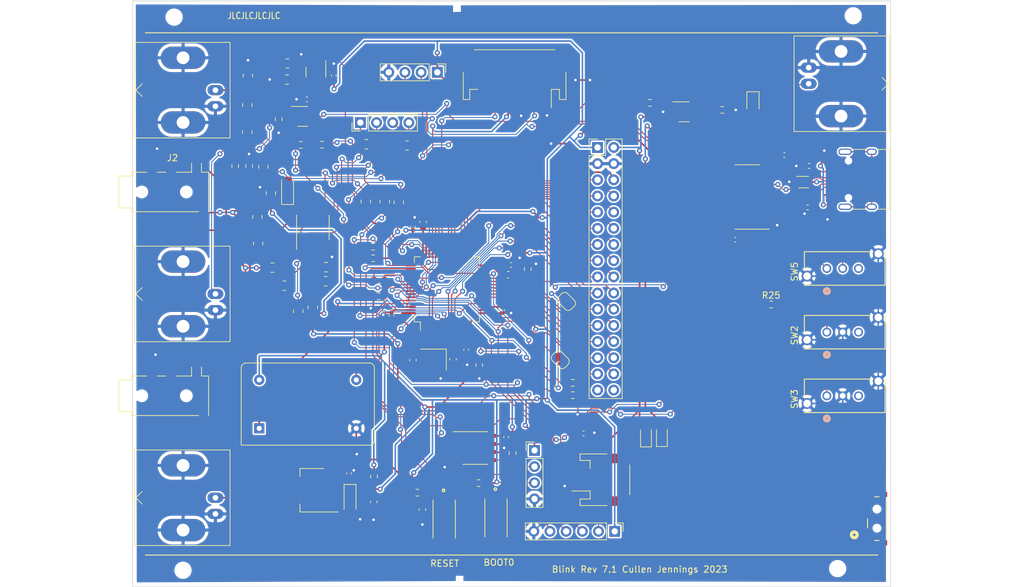
<source format=kicad_pcb>
(kicad_pcb (version 20221018) (generator pcbnew)
  (title_block (title "Blink") (date "2023-10-16") (rev "V7.1") (company "Cullen Jennings"))
  (layers (0 "F.Cu" signal) (31 "B.Cu" power) (34 "B.Paste" user) (35 "F.Paste" user) (36 "B.SilkS" user "B.Silkscreen") (37 "F.SilkS" user "F.Silkscreen") (38 "B.Mask" user) (39 "F.Mask" user) (44 "Edge.Cuts" user))
  (net 0 "")
  (net 1 "+3.3V")
  (net 2 "/AUX_CLK")
  (net 3 "/AUX_GPS_PPS")
  (net 4 "/OSC_ADJ")
  (net 5 "/HSE_OUT")
  (net 6 "/HSE_IN")
  (net 7 "/GPS_PPS")
  (net 8 "+3.3VA")
  (net 9 "/LEDM3")
  (net 10 "/LEDM1")
  (net 11 "/LEDM2")
  (net 12 "/AUD_OUT")
  (net 13 "Net-(C7-Pad1)")
  (net 14 "/Mic")
  (net 15 "/BOOT1")
  (net 16 "/COL5")
  (net 17 "/COL4")
  (net 18 "/COL3")
  (net 19 "/COL2")
  (net 20 "/COL1")
  (net 21 "GND")
  (net 22 "/LEDH")
  (net 23 "/ROW4")
  (net 24 "/ROW3")
  (net 25 "/ROW2")
  (net 26 "/ROW1")
  (net 27 "/LEDG")
  (net 28 "/LEDE")
  (net 29 "/LEDD")
  (net 30 "/LEDC")
  (net 31 "/LEDB")
  (net 32 "/SWDIO")
  (net 33 "/SWDCLK")
  (net 34 "/LEDA")
  (net 35 "/LEDF")
  (net 36 "/USB_RX")
  (net 37 "/USB_TX")
  (net 38 "/SCL")
  (net 39 "/AUD_IN")
  (net 40 "/DB1")
  (net 41 "/DB2")
  (net 42 "/DB3")
  (net 43 "/SDA")
  (net 44 "/NRST")
  (net 45 "/BOOT0")
  (net 46 "/GPS_RX1")
  (net 47 "/GPS_TX1")
  (net 48 "SYNC_IN")
  (net 49 "SYNC_OUT")
  (net 50 "Net-(C8-Pad1)")
  (net 51 "/Left")
  (net 52 "Net-(U2A-+)")
  (net 53 "Net-(J12-In)")
  (net 54 "/CLK")
  (net 55 "/SYNC_MON")
  (net 56 "Net-(J4-In)")
  (net 57 "/ROW5")
  (net 58 "/ROW8")
  (net 59 "/ROW7")
  (net 60 "/ROW6")
  (net 61 "/BTN1")
  (net 62 "/AUX_SYNC_MON")
  (net 63 "Net-(J11-In)")
  (net 64 "SYNC_IN2")
  (net 65 "Net-(C13-Pad2)")
  (net 66 "Net-(U4-VCAP_1)")
  (net 67 "Net-(J10-Pin_4)")
  (net 68 "Net-(U4-VCAP_2)")
  (net 69 "/Right")
  (net 70 "Net-(U2B--)")
  (net 71 "Net-(J10-Pin_1)")
  (net 72 "Net-(J10-Pin_2)")
  (net 73 "Net-(J10-Pin_3)")
  (net 74 "Net-(J13-In)")
  (net 75 "Net-(R24-Pad1)")
  (net 76 "Net-(R28-Pad2)")
  (net 79 "Net-(C26-Pad1)")
  (net 80 "Net-(U1-VI)")
  (net 81 "VBUS")
  (net 82 "+BATT")
  (net 83 "Net-(D1-K)")
  (net 84 "Net-(D2-K)")
  (net 85 "Net-(J9-CC1)")
  (net 86 "Net-(J9-D+-PadA6)")
  (net 87 "Net-(J9-D--PadA7)")
  (net 89 "Net-(J9-CC2)")
  (net 91 "unconnected-(J9-SHIELD-PadS1)")
  (net 92 "Net-(U9-STAT)")
  (net 93 "Net-(U9-PROG)")
  (net 94 "Net-(U7-UD+)")
  (net 95 "Net-(U7-UD-)")
  (net 102 "/USB_DTR")
  (net 103 "/USB_RTS")
  (net 110 "/ROW9")
  (net 111 "/ROW10")
  (net 114 "Net-(R25-Pad2)")
  (footprint "blinky_footprints:MK-12C02-G025" (layer "F.Cu") (at 227.866729 119.283333 90)
    (fp_text reference "SW1" hide)
    (fp_text value "MK-12C02-G020")
  )
  (footprint "Capacitor_SMD:C_0402_1005Metric" (layer "F.Cu") (at 181.8 105.9)
    (fp_text reference "C29" hide)
    (fp_text value "4u7")
  )
  (footprint "Capacitor_SMD:C_0603_1608Metric" (layer "F.Cu") (at 161.303029 94.264457 -90)
    (fp_text reference "C11" hide)
    (fp_text value "33p" hide)
  )
  (footprint "blinky_footprints:LC1258OASP" (layer "F.Cu") (at 220 80 90)
    (fp_text reference "SW5")
    (fp_text value "LC1258OASP")
  )
  (footprint "Capacitor_SMD:C_0402_1005Metric" (layer "F.Cu") (at 163.36537 92.767673 -90)
    (fp_text reference "C22" hide)
    (fp_text value "100n")
  )
  (footprint "Resistor_SMD:R_0603_1608Metric" (layer "F.Cu") (at 165.325 113.7 180)
    (fp_text reference "R12" hide)
    (fp_text value "1K5")
  )
  (footprint "Package_TO_SOT_SMD:SOT-23-5" (layer "F.Cu") (at 139.767963 49.162526 -90)
    (fp_text reference "U5" hide)
    (fp_text value "SN74LVC1G14DBV" hide)
  )
  (footprint "Resistor_SMD:R_0805_2012Metric" (layer "F.Cu") (at 135.302384 47.816646 180)
    (fp_text reference "R24" hide)
    (fp_text value "200R" hide)
  )
  (footprint "Resistor_SMD:R_0603_1608Metric" (layer "F.Cu") (at 129.297294 63.911164 90)
    (fp_text reference "R11" hide)
    (fp_text value "1K0")
  )
  (footprint "Resistor_SMD:R_0805_2012Metric" (layer "F.Cu") (at 139.3 86.1125 -90)
    (fp_text reference "R3" hide)
    (fp_text value "47K")
  )
  (footprint "blinky_footprints:LC1258OASP" (layer "F.Cu") (at 220 90 90)
    (fp_text reference "SW2")
    (fp_text value "LC1258OASP")
  )
  (footprint "Capacitor_SMD:C_0805_2012Metric" (layer "F.Cu") (at 135.235694 50.343255)
    (fp_text reference "C25" hide)
    (fp_text value "47p")
  )
  (footprint "Resistor_SMD:R_0603_1608Metric" (layer "F.Cu") (at 211.258815 85.65557)
    (fp_text reference "R25")
    (fp_text value "4K7")
  )
  (footprint "Capacitor_SMD:C_0402_1005Metric" (layer "F.Cu") (at 213.32 62.2)
    (fp_text reference "C28" hide)
    (fp_text value "4u7")
  )
  (footprint "MountingHole:MountingHole_2.2mm_M2" (layer "F.Cu") (at 221.69363 127.127377 90)
    (fp_text reference "H5" hide)
    (fp_text value "M2" hide)
  )
  (footprint "Crystal:Crystal_SMD_3225-4Pin_3.2x2.5mm" (layer "F.Cu") (at 158.248131 94.317514 180)
    (fp_text reference "Y1" hide)
    (fp_text value "16MHz " hide)
  )
  (footprint "Package_SO:SOIC-16_3.9x9.9mm_P1.27mm" (layer "F.Cu") (at 207.525 68.775 180)
    (fp_text reference "U7" hide)
    (fp_text value "CH340C")
  )
  (footprint "Resistor_SMD:R_0805_2012Metric" (layer "F.Cu") (at 141.3125 82 180)
    (fp_text reference "R4" hide)
    (fp_text value "47K")
  )
  (footprint "Connector_PinHeader_2.54mm:PinHeader_2x16_P2.54mm_Vertical" (layer "F.Cu") (at 184 61)
    (fp_text reference "J14" hide)
    (fp_text value "Conn_02x16_Odd_Even")
  )
  (footprint "Resistor_SMD:R_0805_2012Metric" (layer "F.Cu") (at 152.8 69.6125 90)
    (fp_text reference "R19" hide)
    (fp_text value "560R")
  )
  (footprint "Diode_SMD:D_SOD-323" (layer "F.Cu") (at 194.1 106.35 90)
    (fp_text reference "D3" hide)
    (fp_text value "1N5819WS")
  )
  (footprint "Capacitor_Tantalum_SMD:CP_EIA-3216-18_Kemet-A" (layer "F.Cu") (at 145.136094 116.223745 -90)
    (fp_text reference "C3" hide)
    (fp_text value "10u")
  )
  (footprint "Connector_JST:JST_PH_S6B-PH-SM4-TB_1x06-1MP_P2.00mm_Horizontal" (layer "F.Cu") (at 170.97414 50.169153 180)
    (fp_text reference "J8" hide)
    (fp_text value "Conn_01x06")
  )
  (footprint "Connector_JST:JST_PH_S2B-PH-SM4-TB_1x02-1MP_P2.00mm_Horizontal" (layer "F.Cu") (at 184.55176 113.178632 90)
    (fp_text reference "J1" hide)
    (fp_text value "Conn_01x02" hide)
  )
  (footprint "blinky_footprints:SW_147873-2" (layer "F.Cu") (at 168.049761 119.158237 -90)
    (fp_text reference "S2" hide)
    (fp_text value "147873-2")
  )
  (footprint "Resistor_SMD:R_0603_1608Metric" (layer "F.Cu") (at 192.225 54)
    (fp_text reference "R27" hide)
    (fp_text value "1K0")
  )
  (footprint "Package_TO_SOT_SMD:SOT-23-5" (layer "F.Cu") (at 137.704936 56.122486)
    (fp_text reference "U6" hide)
    (fp_text value "SN74LVC1G14DBV" hide)
  )
  (footprint "Connector_PinHeader_2.54mm:PinHeader_1x06_P2.54mm_Vertical" (layer "F.Cu") (at 186.690464 121.276121 -90)
    (fp_text reference "J7" hide)
    (fp_text value "Conn_01x06_Pin" hide)
  )
  (footprint "Capacitor_SMD:C_0402_1005Metric" (layer "F.Cu") (at 169.006009 86.528826 -90)
    (fp_text reference "C12" hide)
    (fp_text value "100n")
  )
  (footprint "Connector_PinHeader_2.54mm:PinHeader_1x04_P2.54mm_Vertical" (layer "F.Cu") (at 158.84 49.2 -90)
    (fp_text reference "J6" hide)
    (fp_text value "Conn_01x04_Pin" hide)
  )
  (footprint "Capacitor_SMD:C_0603_1608Metric" (layer "F.Cu") (at 156.6 72.675 -90)
    (fp_text reference "C19" hide)
    (fp_text value "2u2")
  )
  (footprint "Resistor_SMD:R_0805_2012Metric" (layer "F.Cu") (at 129.1 49.7125 90)
    (fp_text reference "R13" hide)
    (fp_text value "560R")
  )
  (footprint "blinky_footprints:SW_147873-2" (layer "F.Cu") (at 159.919065 119.348568 -90)
    (fp_text reference "S1" hide)
    (fp_text value "147873-2")
  )
  (footprint "Capacitor_SMD:C_0805_2012Metric" (layer "F.Cu") (at 141.35 79.8 180)
    (fp_text reference "C9" hide)
    (fp_text value "100n")
  )
  (footprint "Connector_PinHeader_2.54mm:PinHeader_1x04_P2.54mm_Vertical" (layer "F.Cu") (at 146.76 57.1 90)
    (fp_text reference "J10" hide)
    (fp_text value "Conn_01x04_Pin")
  )
  (footprint "Resistor_SMD:R_0603_1608Metric" (layer "F.Cu") (at 180.111773 97.963838)
    (fp_text reference "R31" hide)
    (fp_text value "4K7")
  )
  (footprint "Package_TO_SOT_SMD:SOT-223-3_TabPin2" (layer "F.Cu") (at 139.173781 114.828555 180)
    (fp_text reference "U1" hide)
    (fp_text value "AMS1117-3.3" hide)
  )
  (footprint "Capacitor_SMD:C_0402_1005Metric" (layer "F.Cu") (at 144.97611 112.162498 -90)
    (fp_text reference "C1" hide)
    (fp_text value "100n")
  )
  (footprint "Connector_USB:USB_C_Receptacle_HRO_TYPE-C-31-M-12" (layer "F.Cu") (at 226 66 90)
    (fp_text reference "J9" hide)
    (fp_text value "USB_C_Receptacle")
  )
  (footprint "Jumper:SolderJumper-2_P1.3mm_Bridged_RoundedPad1.0x1.5mm" (layer "F.Cu") (at 178.151512 94.326678 135)
    (fp_text reference "JP2" hide)
    (fp_text value "SolderJumper_2_Bridged")
  )
  (footprint "Connector_PinHeader_2.54mm:PinHeader_1x04_P2.54mm_Vertical" (layer "F.Cu") (at 174.097349 108.564996)
    (fp_text reference "J5" hide)
    (fp_text value "Conn_01x04_Pin" hide)
  )
  (footprint "Resistor_SMD:R_0402_1005Metric" (layer "F.Cu") (at 216.99 70.4)
    (fp_text reference "R22" hide)
    (fp_text value "5k1")
  )
  (footprint "Capacitor_SMD:C_0402_1005Metric" (layer "F.Cu") (at 169.648461 106.496086 90)
    (fp_text reference "C20" hide)
    (fp_text value "100n")
  )
  (footprint "blinky_footprints:Jack_3.5mm_PJ320D_Horizontal-CJ" (layer "F.Cu") (at 118 68)
    (fp_text reference "J2")
    (fp_text value "PJ-320D")
  )
  (footprint "Capacitor_SMD:C_0603_1608Metric" (layer "F.Cu") (at 156.5 117.875 -90)
    (fp_text reference "C10" hide)
    (fp_text value "100n")
  )
  (footprint "Resistor_SMD:R_0402_1005Metric" (layer "F.Cu") (at 217.21 63.9)
    (fp_text reference "R21" hide)
    (fp_text value "5k1")
  )
  (footprint "Capacitor_SMD:C_0805_2012Metric" (layer "F.Cu") (at 131.535747 64.017831 -90)
    (fp_text reference "C17" hide)
    (fp_text value "100n")
  )
  (footprint "Capacitor_SMD:C_0603_1608Metric" (layer "F.Cu") (at 148.865005 116.651225 90)
    (fp_text reference "C4" hide)
    (fp_text value "100n")
  )
  (footprint "Resistor_SMD:R_0805_2012Metric" (layer "F.Cu") (at 129 58.6125 -90)
    (fp_text reference "R6" hide)
    (fp_text value "10K")
  )
  (footprint "Resistor_SMD:R_0805_2012Metric" (layer "F.Cu") (at 150.6 69.5125 90)
    (fp_text reference "R1" hide)
    (fp_text value "560R")
  )
  (footprint "Package_TO_SOT_SMD:SOT-666" (layer "F.Cu") (at 216.35 66.4375)
    (fp_text reference "U8" hide)
    (fp_text value "USBLC6-2P6")
  )
  (footprint "Package_SO:SOIC-8_3.9x4.9mm_P1.27mm" (layer "F.Cu") (at 164.780643 108.190643)
    (fp_text reference "U3" hide)
    (fp_text value "M24C02-RMN")
  )
  (footprint "Capacitor_SMD:C_0402_1005Metric" (layer "F.Cu") (at 205.62 75.5)
    (fp_text reference "C2" hide)
    (fp_text value "100n")
  )
  (footprint "Package_QFP:LQFP-64_10x10mm_P0.5mm" (layer "F.Cu") (at 160.340364 83.278819 90)
    (fp_text reference "U4" hide)
    (fp_text value "STM32F405RGTx" hide)
  )
  (footprint "Resistor_SMD:R_0805_2012Metric" (layer "F.Cu") (at 154.0875 60.7)
    (fp_text reference "R7" hide)
    (fp_text value "1R0")
  )
  (footprint "Oscillator:Oscillator_DIP-14" (layer "F.Cu") (at 130.88 105.11)
    (fp_text reference "X1" hide)
    (fp_text value "GTXO-14V (2.048MHz)" hide)
  )
  (footprint "Resistor_SMD:R_0603_1608Metric" (layer "F.Cu") (at 133.940404 56.581271 -90)
    (fp_text reference "R23" hide)
    (fp_text value "1K0")
  )
  (footprint "Resistor_SMD:R_0603_1608Metric" (layer "F.Cu") (at 148.775 78.4)
    (fp_text reference "R17" hide)
    (fp_text value "1K0")
  )
  (footprint "Capacitor_SMD:C_0402_1005Metric" (layer "F.Cu") (at 151.655273 87.375109 90)
    (fp_text reference "C18" hide)
    (fp_text value "100n")
  )
  (footprint "Package_SO:SOIC-8_3.9x4.9mm_P1.27mm" (layer "F.Cu") (at 139.305 73.575 90)
    (fp_text reference "U2" hide)
    (fp_text value "AD8397")
  )
  (footprint "Capacitor_SMD:C_0805_2012Metric" (layer "F.Cu") (at 129 54.35 -90)
    (fp_text reference "C13" hide)
    (fp_text value "10u")
  )
  (footprint "Resistor_SMD:R_0805_2012Metric" (layer "F.Cu") (at 137 86.7125 90)
    (fp_text reference "R16" hide)
    (fp_text value "560R")
  )
  (footprint "Jumper:SolderJumper-2_P1.3mm_Bridged_RoundedPad1.0x1.5mm" (layer "F.Cu") (at 179.12017 85.179003 -45)
    (fp_text reference "JP1" hide)
    (fp_text value "SolderJumper_2_Bridged")
  )
  (footprint "Capacitor_SMD:C_0603_1608Metric" (layer "F.Cu") (at 155.010932 94.395483 90)
    (fp_text reference "C14" hide)
    (fp_text value "33p" hide)
  )
  (footprint "blinky_footprints:Jack_3.5mm_PJ320D_Horizontal-CJ" (layer "F.Cu") (at 118 100)
    (fp_text reference "J3" hide)
    (fp_text value "PJ-320D")
  )
  (footprint "MountingHole:MountingHole_2.2mm_M2" (layer "F.Cu") (at 117.513825 40.538568 90)
    (fp_text reference "H1" hide)
    (fp_text value "M2" hide)
  )
  (footprint "Resistor_SMD:R_0603_1608Metric" (layer "F.Cu") (at 127.10424 63.942052 -90)
    (fp_text reference "R10" hide)
    (fp_text value "1K0")
  )
  (footprint "Capacitor_SMD:C_0805_2012Metric" (layer "F.Cu") (at 132.711843 68.187506 -90)
    (fp_text reference "C6" hide)
    (fp_text value "100n")
  )
  (footprint "Resistor_SMD:R_0603_1608Metric" (layer "F.Cu") (at 170.648461 109.001086 -90)
    (fp_text reference "R15" hide)
    (fp_text value "1K5")
  )
  (footprint "Capacitor_SMD:C_0603_1608Metric" (layer "F.Cu") (at 169.974471 80.987211 180)
    (fp_text reference "C16" hide)
    (fp_text value "2u2")
  )
  (footprint "Capacitor_SMD:C_0402_1005Metric" (layer "F.Cu") (at 142.594854 49.70697 90)
    (fp_text reference "C23" hide)
    (fp_text value "100n" hide)
  )
  (footprint "blinky_footprints:BNC_Amphenol_B6252HB-NPP3G-50_Horizontal-CJ" (layer "F.Cu") (at 121.5 52 90)
    (fp_text reference "J11" hide)
    (fp_text value "KH-BNC50-3511")
  )
  (footprint "Capacitor_SMD:C_0402_1005Metric" (layer "F.Cu") (at 138.349689 53.450551 180)
    (fp_text reference "C24" hide)
    (fp_text value "100n" hide)
  )
  (footprint "Diode_SMD:D_SOD-323" (layer "F.Cu") (at 191.6 106.4 90)
    (fp_text reference "D2" hide)
    (fp_text value "1N5819WS")
  )
  (footprint "Package_TO_SOT_SMD:SOT-23-5" (layer "F.Cu") (at 197.6 55.4)
    (fp_text reference "U9" hide)
    (fp_text value "MCP73832-2-OT")
  )
  (footprint "Capacitor_SMD:C_0805_2012Metric" (layer "F.Cu") (at 130.6 71.9 90)
    (fp_text reference "C7" hide)
    (fp_text value "10u")
  )
  (footprint "Resistor_SMD:R_0603_1608Metric" (layer "F.Cu") (at 137.425 60.6)
    (fp_text reference "R28" hide)
    (fp_text value "1K0")
  )
  (footprint "Resistor_SMD:R_0603_1608Metric" (layer "F.Cu") (at 148.757504 76.579144)
    (fp_text reference "R20" hide)
    (fp_text value "1K0")
  )
  (footprint "Resistor_SMD:R_0603_1608Metric" (layer "F.Cu") (at 149.63233 84.374444 180)
    (fp_text reference "R14" hide)
    (fp_text value "4K7" hide)
  )
  (footprint "Resistor_SMD:R_0805_2012Metric" (layer "F.Cu") (at 130.7 76.0875 -90)
    (fp_text reference "R2" hide)
    (fp_text value "560R")
  )
  (footprint "LED_SMD:LED_0805_2012Metric" (layer "F.Cu") (at 208.4 53.9375 -90)
    (fp_text reference "D1" hide)
    (fp_text value "LED")
  )
  (footprint "MountingHole:MountingHole_2.2mm_M2" (layer "F.Cu") (at 118.908606 127.389757 90)
    (fp_text reference "H4" hide)
    (fp_text value "M2" hide)
  )
  (footprint "Resistor_SMD:R_0603_1608Metric" (layer "F.Cu") (at 165.422128 95.172104 -90)
    (fp_text reference "R33" hide)
    (fp_text value "4K7")
  )
  (footprint "blinky_footprints:LC1258OASP" (layer "F.Cu") (at 220 100 90)
    (fp_text reference "SW3")
    (fp_text value "LC1258OASP")
  )
  (footprint "Capacitor_SMD:C_0805_2012Metric" (layer "F.Cu") (at 147.62 69.4925 90)
    (fp_text reference "C26" hide)
    (fp_text value "10u")
  )
  (footprint "Resistor_SMD:R_0603_1608Metric" (layer "F.Cu") (at 149.726571 81.814356 180)
    (fp_text reference "R26" hide)
    (fp_text value "4K7")
  )
  (footprint "Resistor_SMD:R_0603_1608Metric" (layer "F.Cu") (at 173.03592 80.097238 -90)
    (fp_text reference "R18" hide)
    (fp_text value "4K7")
  )
  (footprint "Resistor_SMD:R_0603_1608Metric" (layer "F.Cu") (at 180.111773 99.891251)
    (fp_text reference "R32" hide)
    (fp_text value "4K7")
  )
  (footprint "Capacitor_Tantalum_SMD:CP_EIA-3216-18_Kemet-A" (layer "F.Cu") (at 135.329034 67.65 90)
    (fp_text reference "C5" hide)
    (fp_text value "10u")
  )
  (footprint "Capacitor_SMD:C_0402_1005Metric" (layer "F.Cu") (at 170.395817 79.449323)
    (fp_text reference "C15" hide)
    (fp_text value "100n")
  )
  (footprint "blinky_footprints:BNC_Amphenol_B6252HB-NPP3G-50_Horizontal-CJ" (layer "F.Cu") (at 219.652288 51 -90)
    (fp_text reference "J4" hide)
    (fp_text value "KH-BNC50-3511")
  )
  (footprint "blinky_footprints:BNC_Amphenol_B6252HB-NPP3G-50_Horizontal-CJ" (layer "F.Cu") (at 121.5 84 90)
    (fp_text reference "J12" hide)
    (fp_text value "KH-BNC50-3511")
  )
  (footprint "Resistor_SMD:R_0603_1608Metric" (layer "F.Cu") (at 148.898972 112.658256 -90)
    (fp_text reference "FB1" hide)
    (fp_text value "120Ω@100MHz " hide)
  )
  (footprint "Resistor_SMD:R_0603_1608Metric" (layer "F.Cu") (at 140.728717 60.570709 180)
    (fp_text reference "R29" hide)
    (fp_text value "1K0")
  )
  (footprint "Resistor_SMD:R_0805_2012Metric" (layer "F.Cu") (at 134.8125 82.7 180)
    (fp_text reference "R5" hide)
    (fp_text value "1K0")
  )
  (footprint "Capacitor_SMD:C_0402_1005Metric" (layer "F.Cu") (at 154.998403 73.481035 90)
    (fp_text reference "C21" hide)
    (fp_text value "100n")
  )
  (footprint "Resistor_SMD:R_0805_2012Metric" (layer "F.Cu") (at 147.7125 60.5 180)
    (fp_text reference "R8" hide)
    (fp_text value "100K")
  )
  (footprint "Resistor_SMD:R_0603_1608Metric" (layer "F.Cu") (at 203.575 55.1)
    (fp_text reference "R30" hide)
    (fp_text value "2K0")
  )
  (footprint "Resistor_SMD:R_0603_1608Metric" (layer "F.Cu") (at 155.7 115.2)
    (fp_text reference "R9" hide)
    (fp_text value "4K7")
  )
  (footprint "MountingHole:MountingHole_2.2mm_M2" (layer "F.Cu") (at 224.148165 40.323299 90)
    (fp_text reference "H3" hide)
    (fp_text value "M2" hide)
  )
  (footprint "Capacitor_SMD:C_0805_2012Metric" (layer "F.Cu") (at 132.935954 79.86063 180)
    (fp_text reference "C8" hide)
    (fp_text value "10u")
  )
  (footprint "blinky_footprints:BNC_Amphenol_B6252HB-NPP3G-50_Horizontal-CJ" (layer "F.Cu") (at 121.5 116 90)
    (fp_text reference "J13" hide)
    (fp_text value "KH-BNC50-3511")
  )
  (gr_line (start 113 43) (end 228 43) (stroke (width 0.15)) (layer "F.SilkS"))
  (gr_line (start 113 125) (end 228 125) (stroke (width 0.15)) (layer "F.SilkS"))
  (gr_line (start 230 130) (end 111 130) (stroke (width 0.1)) (layer "Edge.Cuts"))
  (gr_line (start 111 38) (end 230 38) (stroke (width 0.1)) (layer "Edge.Cuts"))
  (gr_line (start 230 38) (end 230 130) (stroke (width 0.1)) (layer "Edge.Cuts"))
  (gr_line (start 111 38) (end 111 130) (stroke (width 0.1)) (layer "Edge.Cuts"))
  (gr_text "Blink Rev 7.1 Cullen Jennings 2023" (at 176.739349 127.829283) (layer "F.SilkS") (effects (font (size 1 1)) (justify left bottom)))
  (gr_text "JLCJLCJLCJLC" (at 125.838388 40.904035) (layer "F.SilkS") (effects (font (size 1 0.8)) (justify left bottom)))
  (gr_text "BOOT0" (at 166.019173 126.744466) (layer "F.SilkS") (effects (font (size 1 1)) (justify left bottom)))
  (gr_text "RESET\n" (at 157.642866 126.897808) (layer "F.SilkS") (effects (font (size 1 1)) (justify left bottom)))
  (segment (start 171.091158 86.038756) (end 169.816705 86.038756) (width 0.25) (layer "F.Cu") (net 1))
  (segment (start 152.525463 87.855109) (end 152.845037 87.535535) (width 0.25) (layer "F.Cu") (net 1))
  (segment (start 142.323781 114.828555) (end 145.090904 114.828555) (width 0.25) (layer "F.Cu") (net 1))
  (segment (start 156.126388 74.853677) (end 156.115583 74.864482) (width 0.25) (layer "F.Cu") (net 1))
  (segment (start 202.5 72.2) (end 203.52 73.22) (width 0.25) (layer "F.Cu") (net 1))
  (segment (start 210 69.41) (end 211.81 69.41) (width 0.25) (layer "F.Cu") (net 1))
  (segment (start 203.52 73.22) (end 205.05 73.22) (width 0.25) (layer "F.Cu") (net 1))
  (segment (start 200.93 61.53) (end 202.5 63.1) (width 0.25) (layer "F.Cu") (net 1))
  (segment (start 161.38501 54.918656) (end 162.309513 55.843159) (width 0.25) (layer "F.Cu") (net 1))
  (segment (start 202.5 63.1) (end 202.5 72.2) (width 0.25) (layer "F.Cu") (net 1))
  (segment (start 170.06516 113.575897) (end 168.224665 113.575897) (width 0.15) (layer "F.Cu") (net 1))
  (segment (start 138.829689 55.159739) (end 138.842436 55.172486) (width 0.25) (layer "F.Cu") (net 1))
  (segment (start 154.998403 74.85093) (end 154.984851 74.864482) (width 0.25) (layer "F.Cu") (net 1))
  (segment (start 168.049761 121.558237) (end 170.921858 121.558237) (width 0.15) (layer "F.Cu") (net 1))
  (segment (start 140.717963 50.300026) (end 142.481798 50.300026) (width 0.25) (layer "F.Cu") (net 1))
  (segment (start 151.655273 87.855109) (end 152.525463 87.855109) (width 0.25) (layer "F.Cu") (net 1))
  (segment (start 174.097349 106.074937) (end 172.650541 104.628129) (width 0.25) (layer "F.Cu") (net 1))
  (segment (start 192.13 61.53) (end 200.93 61.53) (width 0.25) (layer "F.Cu") (net 1))
  (segment (start 168.008438 113.7) (end 168.178603 113.529835) (width 0.25) (layer "F.Cu") (net 1))
  (segment (start 169.915817 79.449323) (end 169.836321 79.528819) (width 0.25) (layer "F.Cu") (net 1))
  (segment (start 156.590364 77.603819) (end 156.590364 75.317653) (width 0.25) (layer "F.Cu") (net 1))
  (segment (start 169.648461 106.016086) (end 169.108461 106.016086) (width 0.25) (layer "F.Cu") (net 1))
  (segment (start 166.015364 86.028819) (end 168.231042 86.028819) (width 0.25) (layer "F.Cu") (net 1))
  (segment (start 152.845037 87.535535) (end 153.36221 87.018362) (width 0.25) (layer "F.Cu") (net 1))
  (segment (start 142.615917 50.208033) (end 142.594854 50.18697) (width 0.25) (layer "F.Cu") (net 1))
  (segment (start 222.4892 80) (end 222.4892 76.008809) (width 0.15) (layer "F.Cu") (net 1))
  (segment (start 148.898972 110.863583) (end 148.871281 110.835892) (width 0.25) (layer "F.Cu") (net 1))
  (segment (start 205.1 73.27) (end 205.05 73.22) (width 0.25) (layer "F.Cu") (net 1))
  (segment (start 169.915817 78.845204) (end 169.915817 79.449323) (width 0.25) (layer "F.Cu") (net 1))
  (segment (start 142.481798 50.300026) (end 142.594854 50.18697) (width 0.25) (layer "F.Cu") (net 1))
  (segment (start 156.181693 90.396604) (end 155.706106 90.396604) (width 0.25) (layer "F.Cu") (net 1))
  (segment (start 174.456457 100.446466) (end 175.876453 100.446466) (width 0.25) (layer "F.Cu") (net 1))
  (segment (start 154.875 115.2) (end 154.875 112.317933) (width 0.25) (layer "F.Cu") (net 1))
  (segment (start 147.247827 112.254186) (end 147.247827 114.204983) (width 0.25) (layer "F.Cu") (net 1))
  (segment (start 171.033394 114.544131) (end 170.06516 113.575897) (width 0.15) (layer "F.Cu") (net 1))
  (segment (start 181.3 59.1) (end 181.8 58.6) (width 0.25) (layer "F.Cu") (net 1))
  (segment (start 174.097349 108.564996) (end 174.097349 106.074937) (width 0.25) (layer "F.Cu") (net 1))
  (segment (start 161.38501 51.74501) (end 161.38501 54.918656) (width 0.25) (layer "F.Cu") (net 1))
  (segment (start 170.648461 104.912165) (end 170.617629 104.881333) (width 0.25) (layer "F.Cu") (net 1))
  (segment (start 169.816705 86.038756) (end 169.806635 86.048826) (width 0.25) (layer "F.Cu") (net 1))
  (segment (start 170.648461 106.076086) (end 170.648461 104.912165) (width 0.25) (layer "F.Cu") (net 1))
  (segment (start 148.898972 111.833256) (end 147.668757 111.833256) (width 0.25) (layer "F.Cu") (net 1))
  (segment (start 145.090904 114.828555) (end 145.136094 114.873745) (width 0.25) (layer "F.Cu") (net 1))
  (segment (start 220.880391 74.4) (end 213.5 74.4) (width 0.15) (layer "F.Cu") (net 1))
  (segment (start 175.876453 100.446466) (end 176.107625 100.677638) (width 0.25) (layer "F.Cu") (net 1))
  (segment (start 169.648461 106.016086) (end 169.65607 106.016086) (width 0.25) (layer "F.Cu") (net 1))
  (segment (start 138.829689 53.450551) (end 138.829689 55.159739) (width 0.25) (layer "F.Cu") (net 1))
  (segment (start 168.251049 86.048826) (end 168.231042 86.028819) (width 0.25) (layer "F.Cu") (net 1))
  (segment (start 146.572447 114.880363) (end 145.142712 114.880363) (width 0.25) (layer "F.Cu") (net 1))
  (segment (start 148.898972 111.833256) (end 148.898972 110.863583) (width 0.25) (layer "F.Cu") (net 1))
  (segment (start 169.006009 86.048826) (end 168.251049 86.048826) (width 0.25) (layer "F.Cu") (net 1))
  (segment (start 138.829689 53.450551) (end 138.829689 52.728888) (width 0.25) (layer "F.Cu") (net 1))
  (segment (start 181.8 58.6) (end 189.2 58.6) (width 0.25) (layer "F.Cu") (net 1))
  (segment (start 136.023781 114.828555) (end 142.323781 114.828555) (width 0.25) (layer "F.Cu") (net 1))
  (segment (start 154.9634 73.996038) (end 154.998403 73.961035) (width 0.25) (layer "F.Cu") (net 1))
  (segment (start 169.71607 106.076086) (end 170.648461 106.076086) (width 0.25) (layer "F.Cu") (net 1))
  (segment (start 156.590364 75.317653) (end 156.126388 74.853677) (width 0.25) (layer "F.Cu") (net 1))
  (segment (start 155.706106 90.396604) (end 152.845037 87.535535) (width 0.25) (layer "F.Cu") (net 1))
  (segment (start 171.20717 77.553851) (end 169.915817 78.845204) (width 0.25) (layer "F.Cu") (net 1))
  (segment (start 154.984851 74.864482) (end 156.115583 74.864482) (width 0.25) (layer "F.Cu") (net 1))
  (segment (start 169.108461 106.016086) (end 168.838904 106.285643) (width 0.25) (layer "F.Cu") (net 1))
  (segment (start 153.36221 87.018362) (end 153.372667 87.028819) (width 0.25) (layer "F.Cu") (net 1))
  (segment (start 171.033394 121.446701) (end 171.033394 114.544131) (width 0.15) (layer "F.Cu") (net 1))
  (segment (start 153.9 73.996038) (end 154.9634 73.996038) (width 0.25) (layer "F.Cu") (net 1))
  (segment (start 222.4892 76.008809) (end 220.880391 74.4) (width 0.15) (layer "F.Cu") (net 1))
  (segment (start 142.62011 51.813241) (end 142.615917 51.809048) (width 0.25) (layer "F.Cu") (net 1))
  (segment (start 170.648461 106.076086) (end 170.648461 108.176086) (width 0.25) (layer "F.Cu") (net 1))
  (segment (start 189.2 58.6) (end 192.13 61.53) (width 0.25) (layer "F.Cu") (net 1))
  (segment (start 140.271882 52.3251) (end 140.733396 51.863586) (width 0.25) (layer "F.Cu") (net 1))
  (segment (start 145.142712 114.880363) (end 145.136094 114.873745) (width 0.25) (layer "F.Cu") (net 1))
  (segment (start 156.590364 89.987933) (end 156.181693 90.396604) (width 0.25) (layer "F.Cu") (net 1))
  (segment (start 213.5 71.1) (end 213.5 74.4) (width 0.25) (layer "F.Cu") (net 1))
  (segment (start 211.2 76.7) (end 205.5 76.7) (width 0.25) (layer "F.Cu") (net 1))
  (segment (start 174.829383 72.022232) (end 173.855111 71.04796) (width 0.25) (layer "F.Cu") (net 1))
  (segment (start 154.998403 73.961035) (end 154.998403 74.85093) (width 0.25) (layer "F.Cu") (net 1))
  (segment (start 175.311172 72.022232) (end 174.829383 72.022232) (width 0.25) (layer "F.Cu") (net 1))
  (segment (start 147.668757 111.833256) (end 147.247827 112.254186) (width 0.25) (layer "F.Cu") (net 1))
  (segment (start 205.1 76.3) (end 205.1 73.27) (width 0.25) (layer "F.Cu") (net 1))
  (segment (start 169.65607 106.016086) (end 169.71607 106.076086) (width 0.25) (layer "F.Cu") (net 1))
  (segment (start 138.829689 52.728888) (end 139.233477 52.3251) (width 0.25) (layer "F.Cu") (net 1))
  (segment (start 168.224665 113.575897) (end 168.178603 113.529835) (width 0.15) (layer "F.Cu") (net 1))
  (segment (start 174.28636 89.532753) (end 174.28636 89.233958) (width 0.25) (layer "F.Cu") (net 1))
  (segment (start 173.36719 77.553851) (end 171.20717 77.553851) (width 0.25) (layer "F.Cu") (net 1))
  (segment (start 162.309513 55.843159) (end 166.06028 55.843159) (width 0.25) (layer "F.Cu") (net 1))
  (segment (start 140.733396 51.863586) (end 140.733396 50.315459) (width 0.25) (layer "F.Cu") (net 1))
  (segment (start 156.590364 88.953819) (end 156.590364 89.987933) (width 0.25) (layer "F.Cu") (net 1))
  (segment (start 150.51365 88.996732) (end 150.51365 93.11253) (width 0.25) (layer "F.Cu") (net 1))
  (segment (start 154.875 112.317933) (end 155.138156 112.054777) (width 0.25) (layer "F.Cu") (net 1))
  (segment (start 166.06028 53.105293) (end 165.97414 53.019153) (width 0.25) (layer "F.Cu") (net 1))
  (segment (start 166.015364 79.528819) (end 169.836321 79.528819) (width 0.25) (layer "F.Cu") (net 1))
  (segment (start 205.5 76.7) (end 205.1 76.3) (width 0.25) (layer "F.Cu") (net 1))
  (segment (start 142.615917 51.809048) (end 142.615917 50.208033) (width 0.25) (layer "F.Cu") (net 1))
  (segment (start 213.5 74.4) (end 211.2 76.7) (width 0.25) (layer "F.Cu") (net 1))
  (segment (start 158.84 46.128213) (end 158.84 49.2) (width 0.25) (layer "F.Cu") (net 1))
  (segment (start 151.655273 87.855109) (end 150.51365 88.996732) (width 0.25) (layer "F.Cu") (net 1))
  (segment (start 139.233477 52.3251) (end 140.271882 52.3251) (width 0.25) (layer "F.Cu") (net 1))
  (segment (start 170.921858 121.558237) (end 171.033394 121.446701) (width 0.15) (layer "F.Cu") (net 1))
  (segment (start 158.84 49.2) (end 161.38501 51.74501) (width 0.25) (layer "F.Cu") (net 1))
  (segment (start 153.372667 87.028819) (end 154.665364 87.028819) (width 0.25) (layer "F.Cu") (net 1))
  (segment (start 174.28636 89.233958) (end 171.091158 86.038756) (width 0.25) (layer "F.Cu") (net 1))
  (segment (start 166.06028 55.843159) (end 166.06028 53.105293) (width 0.25) (layer "F.Cu") (net 1))
  (segment (start 169.806635 86.048826) (end 169.006009 86.048826) (width 0.25) (layer "F.Cu") (net 1))
  (segment (start 168.838904 106.285643) (end 167.255643 106.285643) (width 0.25) (layer "F.Cu") (net 1))
  (segment (start 140.733396 50.315459) (end 140.717963 50.300026) (width 0.25) (layer "F.Cu") (net 1))
  (segment (start 166.15 113.7) (end 168.008438 113.7) (width 0.25) (layer "F.Cu") (net 1))
  (segment (start 147.247827 114.204983) (end 146.572447 114.880363) (width 0.25) (layer "F.Cu") (net 1))
  (segment (start 211.81 69.41) (end 213.5 71.1) (width 0.25) (layer "F.Cu") (net 1))
  (via (at 181.3 59.1) (size 0.8) (drill 0.4) (layers "F.Cu" "B.Cu") (net 1))
  (via (at 176.107625 100.677638) (size 0.8) (drill 0.4) (layers "F.Cu" "B.Cu") (net 1))
  (via (at 174.456457 100.446466) (size 0.8) (drill 0.4) (layers "F.Cu" "B.Cu") (net 1))
  (via (at 158.84 46.128213) (size 0.8) (drill 0.4) (layers "F.Cu" "B.Cu") (net 1))
  (via (at 172.650541 104.628129) (size 0.8) (drill 0.4) (layers "F.Cu" "B.Cu") (net 1))
  (via (at 173.36719 77.553851) (size 0.8) (drill 0.4) (layers "F.Cu" "B.Cu") (net 1))
  (via (at 173.855111 71.04796) (size 0.8) (drill 0.4) (layers "F.Cu" "B.Cu") (net 1))
  (via (at 142.62011 51.813241) (size 0.8) (drill 0.4) (layers "F.Cu" "B.Cu") (net 1))
  (via (at 175.311172 72.022232) (size 0.8) (drill 0.4) (layers "F.Cu" "B.Cu") (net 1))
  (via (at 153.9 73.996038) (size 0.8) (drill 0.4) (layers "F.Cu" "B.Cu") (net 1))
  (via (at 150.51365 93.11253) (size 0.8) (drill 0.4) (layers "F.Cu" "B.Cu") (net 1))
  (via (at 174.28636 89.532753) (size 0.8) (drill 0.4) (layers "F.Cu" "B.Cu") (net 1))
  (via (at 170.617629 104.881333) (size 0.8) (drill 0.4) (layers "F.Cu" "B.Cu") (net 1))
  (via (at 155.138156 112.054777) (size 0.8) (drill 0.4) (layers "F.Cu" "B.Cu") (net 1))
  (via (at 168.178603 113.529835) (size 0.8) (drill 0.4) (layers "F.Cu" "B.Cu") (net 1))
  (via (at 148.871281 110.835892) (size 0.8) (drill 0.4) (layers "F.Cu" "B.Cu") (net 1))
  (segment (start 168.178603 113.529835) (end 168.178603 100.684088) (width 0.25) (layer "B.Cu") (net 1))
  (segment (start 186.690464 104.866708) (end 186.690464 121.276121) (width 0.25) (layer "B.Cu") (net 1))
  (segment (start 142.62011 51.813241) (end 143.513229 50.920122) (width 0.25) (layer "B.Cu") (net 1))
  (segment (start 149.867472 93.758708) (end 150.51365 93.11253) (width 0.25) (layer "B.Cu") (net 1))
  (segment (start 148.871281 105.447941) (end 150.56587 103.753352) (width 0.25) (layer "B.Cu") (net 1))
  (segment (start 173.37787 77.543171) (end 176.107625 77.543171) (width 0.25) (layer "B.Cu") (net 1))
  (segment (start 176.107625 62.794139) (end 179.62228 59.279484) (width 0.25) (layer "B.Cu") (net 1))
  (segment (start 155.138156 112.054777) (end 158.084273 109.10866) (width 0.25) (layer "B.Cu") (net 1))
  (segment (start 173.36719 77.553851) (end 173.37787 77.543171) (width 0.25) (layer "B.Cu") (net 1))
  (segment (start 149.867472 94.090052) (end 149.867472 93.758708) (width 0.25) (layer "B.Cu") (net 1))
  (segment (start 174.28636 89.532753) (end 176.107625 89.532753) (width 0.25) (layer "B.Cu") (net 1))
  (segment (start 158.084273 109.10866) (end 158.084273 101.096655) (width 0.25) (layer "B.Cu") (net 1))
  (segment (start 176.107625 100.677638) (end 177.678994 102.249007) (width 0.25) (layer "B.Cu") (net 1))
  (segment (start 181.620616 57.281148) (end 179.62228 59.279484) (width 0.25) (layer "B.Cu") (net 1))
  (segment (start 180.291692 60.008308) (end 181.2 59.1) (width 0.25) (layer "B.Cu") (net 1))
  (segment (start 150.56587 94.788449) (end 156.416396 100.638976) (width 0.25) (layer "B.Cu") (net 1))
  (segment (start 158.07885 100.638976) (end 168.133491 100.638976) (width 0.25) (layer "B.Cu") (net 1))
  (segment (start 162.106868 73.996038) (end 165.054946 71.04796) (width 0.25) (layer "B.Cu") (net 1))
  (segment (start 153.9 73.996038) (end 162.106868 73.996038) (width 0.25) (layer "B.Cu") (net 1))
  (segment (start 176.107625 77.543171) (end 176.107625 89.20906) (width 0.25) (layer "B.Cu") (net 1))
  (segment (start 179.758893 44.296634) (end 181.620616 46.158357) (width 0.25) (layer "B.Cu") (net 1))
  (segment (start 143.513229 48.175775) (end 147.39237 44.296634) (width 0.25) (layer "B.Cu") (net 1))
  (segment (start 130.88 93.812156) (end 130.997621 93.694535) (width 0.25) (layer "B.Cu") (net 1))
  (segment (start 156.416396 100.638976) (end 158.07885 100.638976) (width 0.25) (layer "B.Cu") (net 1))
  (segment (start 165.054946 71.04796) (end 173.855111 71.04796) (width 0.25) (layer "B.Cu") (net 1))
  (segment (start 147.39237 44.296634) (end 159.256758 44.296634) (width 0.25) (layer "B.Cu") (net 1))
  (segment (start 172.78948 104.48919) (end 172.78948 100.638976) (width 0.25) (layer "B.Cu") (net 1))
  (segment (start 176.092486 72.022232) (end 176.107625 72.007093) (width 0.25) (layer "B.Cu") (net 1))
  (segment (start 177.678994 102.249007) (end 184.072763 102.249007) (width 0.25) (layer "B.Cu") (net 1))
  (segment (start 180.291692 60.008308) (end 179.62228 59.338895) (width 0.25) (layer "B.Cu") (net 1))
  (segment (start 158.84 46.128213) (end 158.84 44.296634) (width 0.25) (layer "B.Cu") (net 1))
  (segment (start 170.617629 100.644614) (end 170.611991 100.638976) (width 0.25) (layer "B.Cu") (net 1))
  (segment (start 168.178603 100.684088) (end 168.133491 100.638976) (width 0.25) (layer "B.Cu") (net 1))
  (segment (start 130.88 97.49) (end 130.88 93.812156) (width 0.25) (layer "B.Cu") (net 1))
  (segment (start 181.620616 46.158357) (end 181.620616 57.281148) (width 0.25) (layer "B.Cu") (net 1))
  (segment (start 170.611991 100.638976) (end 172.78948 100.638976) (width 0.25) (layer "B.Cu") (net 1))
  (segment (start 150.56587 103.753352) (end 150.56587 94.788449) (width 0.25) (layer "B.Cu") (net 1))
  (segment (start 168.133491 100.638976) (end 170.611991 100.638976) (width 0.25) (layer "B.Cu") (net 1))
  (segment (start 184.072763 102.249007) (end 186.690464 104.866708) (width 0.25) (layer "B.Cu") (net 1))
  (segment (start 176.107625 71.900674) (end 176.107625 62.794139) (width 0.25) (layer "B.Cu") (net 1))
  (segment (start 158.084273 101.096655) (end 158.07885 101.091232) (width 0.25) (layer "B.Cu") (net 1))
  (segment (start 158.84 44.296634) (end 159.256758 44.296634) (width 0.25) (layer "B.Cu") (net 1))
  (segment (start 174.263947 100.638976) (end 174.456457 100.446466) (width 0.25) (layer "B.Cu") (net 1))
  (segment (start 159.256758 44.296634) (end 179.758893 44.296634) (width 0.25) (layer "B.Cu") (net 1))
  (segment (start 176.107625 89.20906) (end 176.107625 100.677638) (width 0.25) (layer "B.Cu") (net 1))
  (segment (start 176.107625 71.900674) (end 176.107625 72.007093) (width 0.25) (layer "B.Cu") (net 1))
  (segment (start 175.311172 72.022232) (end 176.092486 72.022232) (width 0.25) (layer "B.Cu") (net 1))
  (segment (start 176.107625 72.007093) (end 176.107625 77.543171) (width 0.25) (layer "B.Cu") (net 1))
  (segment (start 149.867472 94.090052) (end 150.56587 94.788449) (width 0.25) (layer "B.Cu") (net 1))
  (segment (start 170.617629 104.881333) (end 170.617629 100.644614) (width 0.25) (layer "B.Cu") (net 1))
  (segment (start 143.513229 50.920122) (end 143.513229 48.175775) (width 0.25) (layer "B.Cu") (net 1))
  (segment (start 130.997621 93.694535) (end 149.471955 93.694535) (width 0.25) (layer "B.Cu") (net 1))
  (segment (start 172.650541 104.628129) (end 172.78948 104.48919) (width 0.25) (layer "B.Cu") (net 1))
  (segment (start 148.871281 110.835892) (end 148.871281 105.447941) (width 0.25) (layer "B.Cu") (net 1))
  (segment (start 158.07885 101.091232) (end 158.07885 100.638976) (width 0.25) (layer "B.Cu") (net 1))
  (segment (start 176.107625 89.532753) (end 176.107625 89.20906) (width 0.25) (layer "B.Cu") (net 1))
  (segment (start 149.471955 93.694535) (end 149.867472 94.090052) (width 0.25) (layer "B.Cu") (net 1))
  (segment (start 172.78948 100.638976) (end 174.263947 100.638976) (width 0.25) (layer "B.Cu") (net 1))
  (segment (start 184 61) (end 181.283385 61) (width 0.25) (layer "B.Cu") (net 1))
  (segment (start 179.62228 59.338895) (end 179.62228 59.279484) (width 0.25) (layer "B.Cu") (net 1))
  (segment (start 181.2 59.1) (end 181.3 59.1) (width 0.25) (layer "B.Cu") (net 1))
  (segment (start 181.283385 61) (end 180.291692 60.008308) (width 0.25) (layer "B.Cu") (net 1))
  (segment (start 163.090364 88.953819) (end 163.090364 90.143949) (width 0.15) (layer "F.Cu") (net 2))
  (segment (start 163.090364 90.143949) (end 164.912995 91.96658) (width 0.15) (layer "F.Cu") (net 2))
  (segment (start 164.912995 91.96658) (end 164.912995 93.837971) (width 0.15) (layer "F.Cu") (net 2))
  (segment (start 164.912995 93.837971) (end 165.422128 94.347104) (width 0.15) (layer "F.Cu") (net 2))
  (segment (start 163.590364 89.962878) (end 165.664044 92.036558) (width 0.15) (layer "F.Cu") (net 3))
  (segment (start 176.105111 98.950448) (end 175.284716 98.950448) (width 0.15) (layer "F.Cu") (net 3))
  (segment (start 179.286773 99.891251) (end 177.045914 99.891251) (width 0.15) (layer "F.Cu") (net 3))
  (segment (start 177.045914 99.891251) (end 176.105111 98.950448) (width 0.15) (layer "F.Cu") (net 3))
  (segment (start 163.590364 88.953819) (end 163.590364 89.962878) (width 0.15) (layer "F.Cu") (net 3))
  (segment (start 165.664044 92.036558) (end 165.664044 92.995837) (width 0.15) (layer "F.Cu") (net 3))
  (segment (start 171.62745 95.293182) (end 171.62745 93.012584) (width 0.15) (layer "F.Cu") (net 3))
  (segment (start 175.284716 98.950448) (end 171.62745 95.293182) (width 0.15) (layer "F.Cu") (net 3))
  (via (at 171.62745 93.012584) (size 0.8) (drill 0.4) (layers "F.Cu" "B.Cu") (net 3))
  (via (at 165.664044 92.995837) (size 0.8) (drill 0.4) (layers "F.Cu" "B.Cu") (net 3))
  (segment (start 165.664044 92.995837) (end 171.610703 92.995837) (width 0.15) (layer "B.Cu") (net 3))
  (segment (start 171.610703 92.995837) (end 171.62745 93.012584) (width 0.15) (layer "B.Cu") (net 3))
  (segment (start 130.88 100.82) (end 130.88 105.11) (width 0.25) (layer "F.Cu") (net 4))
  (segment (start 162.290842 87.065905) (end 163.827928 85.528819) (width 0.15) (layer "F.Cu") (net 4))
  (segment (start 143.207605 88.492395) (end 130.88 100.82) (width 0.25) (layer "F.Cu") (net 4))
  (segment (start 163.827928 85.528819) (end 166.015364 85.528819) (width 0.15) (layer "F.Cu") (net 4))
  (segment (start 143.2 85.2) (end 143.207605 85.207605) (width 0.25) (layer "F.Cu") (net 4))
  (segment (start 143.207605 85.207605) (end 143.207605 88.492395) (width 0.25) (layer "F.Cu") (net 4))
  (via (at 143.2 85.2) (size 0.8) (drill 0.4) (layers "F.Cu" "B.Cu") (net 4))
  (via (at 162.290842 87.065905) (size 0.8) (drill 0.4) (layers "F.Cu" "B.Cu") (net 4))
  (segment (start 161.761899 86.536962) (end 152.524146 86.536962) (width 0.15) (layer "B.Cu") (net 4))
  (segment (start 162.290842 87.065905) (end 161.761899 86.536962) (width 0.15) (layer "B.Cu") (net 4))
  (segment (start 143.5 85.5) (end 150.399288 85.5) (width 0.25) (layer "B.Cu") (net 4))
  (segment (start 143.2 85.2) (end 143.5 85.5) (width 0.25) (layer "B.Cu") (net 4))
  (segment (start 152.524146 86.536962) (end 150.943236 84.956052) (width 0.15) (layer "B.Cu") (net 4))
  (segment (start 150.399288 85.5) (end 150.943236 84.956052) (width 0.25) (layer "B.Cu") (net 4))
  (segment (start 159.090364 91.965045) (end 159.090364 88.953819) (width 0.15) (layer "F.Cu") (net 5))
  (segment (start 159.348131 92.222812) (end 159.090364 91.965045) (width 0.15) (layer "F.Cu") (net 5))
  (segment (start 159.348131 93.467514) (end 159.348131 92.222812) (width 0.15) (layer "F.Cu") (net 5))
  (segment (start 161.281086 93.467514) (end 161.303029 93.489457) (width 0.15) (layer "F.Cu") (net 5))
  (segment (start 159.348131 93.467514) (end 161.281086 93.467514) (width 0.15) (layer "F.Cu") (net 5))
  (segment (start 158.271438 92.102522) (end 158.590933 91.783027) (width 0.15) (layer "F.Cu") (net 6))
  (segment (start 158.590933 90.669702) (end 158.590364 90.669133) (width 0.15) (layer "F.Cu") (net 6))
  (segment (start 157.148131 95.167514) (end 158.133346 95.167514) (width 0.15) (layer "F.Cu") (net 6))
  (segment (start 158.590364 90.669133) (end 158.590364 88.953819) (width 0.15) (layer "F.Cu") (net 6))
  (segment (start 158.133346 95.167514) (end 158.271438 95.029422) (width 0.15) (layer "F.Cu") (net 6))
  (segment (start 155.013901 95.167514) (end 155.010932 95.170483) (width 0.15) (layer "F.Cu") (net 6))
  (segment (start 158.271438 95.029422) (end 158.271438 92.102522) (width 0.15) (layer "F.Cu") (net 6))
  (segment (start 158.590933 91.783027) (end 158.590933 90.669702) (width 0.15) (layer "F.Cu") (net 6))
  (segment (start 157.148131 95.167514) (end 155.013901 95.167514) (width 0.15) (layer "F.Cu") (net 6))
  (segment (start 167.471181 81.028819) (end 167.672553 80.827447) (width 0.15) (layer "F.Cu") (net 7))
  (segment (start 173.201781 91.270417) (end 173.201781 93.001781) (width 0.15) (layer "F.Cu") (net 7))
  (segment (start 178.163838 97.963838) (end 179.286773 97.963838) (width 0.15) (layer "F.Cu") (net 7))
  (segment (start 173.201781 93.001781) (end 178.163838 97.963838) (width 0.15) (layer "F.Cu") (net 7))
  (segment (start 166.015364 81.028819) (end 167.471181 81.028819) (width 0.15) (layer "F.Cu") (net 7))
  (via (at 173.201781 91.270417) (size 0.8) (drill 0.4) (layers "F.Cu" "B.Cu") (net 7))
  (via (at 167.672553 80.827447) (size 0.8) (drill 0.4) (layers "F.Cu" "B.Cu") (net 7))
  (segment (start 173.201781 91.270417) (end 173.201781 91.201781) (width 0.15) (layer "B.Cu") (net 7))
  (segment (start 173.201781 91.201781) (end 167.672553 85.672553) (width 0.15) (layer "B.Cu") (net 7))
  (segment (start 167.672553 85.672553) (end 167.672553 80.827447) (width 0.15) (layer "B.Cu") (net 7))
  (segment (start 135.329034 70.599595) (end 135.829439 71.1) (width 0.25) (layer "F.Cu") (net 8))
  (segment (start 163.36537 92.287673) (end 163.36537 91.607587) (width 0.25) (layer "F.Cu") (net 8))
  (segment (start 156.846656 101.75105) (end 156.877744 101.75105) (width 0.25) (layer "F.Cu") (net 8))
  (segment (start 127.029537 63.089199) (end 125.537428 63.089199) (width 0.25) (layer "F.Cu") (net 8))
  (segment (start 163.36537 91.575288) (end 163.36537 91.607587) (width 0.25) (layer "F.Cu") (net 8))
  (segment (start 148.898972 115.842258) (end 148.865005 115.876225) (width 0.25) (layer "F.Cu") (net 8))
  (segment (start 148.898972 114.622529) (end 148.898972 115.842258) (width 0.25) (layer "F.Cu") (net 8))
  (segment (start 163.891864 91.607587) (end 164.291502 92.007225) (width 0.25) (layer "F.Cu") (net 8))
  (segment (start 148.922445 114.646002) (end 148.898972 114.622529) (width 0.25) (layer "F.Cu") (net 8))
  (segment (start 132.711843 71.128957) (end 132.931219 71.348333) (width 0.25) (layer "F.Cu") (net 8))
  (segment (start 135.829439 71.1) (end 137.4 71.1) (width 0.25) (layer "F.Cu") (net 8))
  (segment (start 152.64194 91.789569) (end 152.64194 97.546334) (width 0.25) (layer "F.Cu") (net 8))
  (segment (start 164.291502 96.564829) (end 159.105281 101.75105) (width 0.25) (layer "F.Cu") (net 8))
  (segment (start 132.711843 69.137506) (end 132.711843 71.128957) (width 0.25) (layer "F.Cu") (net 8))
  (segment (start 139.3 87.025) (end 139.3 90.168934) (width 0.25) (layer "F.Cu") (net 8))
  (segment (start 163.36537 91.607587) (end 163.891864 91.607587) (width 0.25) (layer "F.Cu") (net 8))
  (segment (start 139.3 90.168934) (end 139.413903 90.282837) (width 0.25) (layer "F.Cu") (net 8))
  (segment (start 135.329034 69) (end 135.329034 70.599595) (width 0.25) (layer "F.Cu") (net 8))
  (segment (start 128.390382 69.137506) (end 132.711843 69.137506) (width 0.25) (layer "F.Cu") (net 8))
  (segment (start 125.283473 63.34165) (end 125.283473 66.030597) (width 0.25) (layer "F.Cu") (net 8))
  (segment (start 132.711843 69.137506) (end 132.849349 69) (width 0.25) (layer "F.Cu") (net 8))
  (segment (start 162.590364 90.800282) (end 163.36537 91.575288) (width 0.25) (layer "F.Cu") (net 8))
  (segment (start 162.590364 88.953819) (end 162.590364 90.800282) (width 0.25) (layer "F.Cu") (net 8))
  (segment (start 125.283473 66.030597) (end 128.390382 69.137506) (width 0.25) (layer "F.Cu") (net 8))
  (segment (start 140.989673 87.025) (end 141.042246 87.077573) (width 0.25) (layer "F.Cu") (net 8))
  (segment (start 149.860924 114.646002) (end 148.922445 114.646002) (width 0.25) (layer "F.Cu") (net 8))
  (segment (start 152.64194 97.546334) (end 156.846656 101.75105) (width 0.25) (layer "F.Cu") (net 8))
  (segment (start 164.291502 92.007225) (end 164.291502 96.564829) (width 0.25) (layer "F.Cu") (net 8))
  (segment (start 125.537428 63.089199) (end 125.284977 63.34165) (width 0.25) (layer "F.Cu") (net 8))
  (segment (start 159.105281 101.75105) (end 156.877744 101.75105) (width 0.25) (layer "F.Cu") (net 8))
  (segment (start 139.3 87.025) (end 140.989673 87.025) (width 0.25) (layer "F.Cu") (net 8))
  (segment (start 132.849349 69) (end 135.329034 69) (width 0.25) (layer "F.Cu") (net 8))
  (segment (start 125.284977 63.34165) (end 125.283473 63.34165) (width 0.25) (layer "F.Cu") (net 8))
  (segment (start 148.898972 113.483256) (end 148.898972 114.622529) (width 0.25) (layer "F.Cu") (net 8))
  (via (at 141.042246 87.077573) (size 0.8) (drill 0.4) (layers "F.Cu" "B.Cu") (net 8))
  (via (at 149.860924 114.646002) (size 0.8) (drill 0.4) (layers "F.Cu" "B.Cu") (net 8))
  (via (at 139.413903 90.282837) (size 0.8) (drill 0.4) (layers "F.Cu" "B.Cu") (net 8))
  (via (at 132.931219 71.348333) (size 0.8) (drill 0.4) (layers "F.Cu" "B.Cu") (net 8))
  (via (at 152.64194 91.789569) (size 0.8) (drill 0.4) (layers "F.Cu" "B.Cu") (net 8))
  (via (at 156.877744 101.75105) (size 0.8) (drill 0.4) (layers "F.Cu" "B.Cu") (net 8))
  (segment (start 139.413903 90.282837) (end 151.135208 90.282837) (width 0.25) (layer "B.Cu") (net 8))
  (segment (start 151.135208 90.282837) (end 152.64194 91.789569) (width 0.25) (layer "B.Cu") (net 8))
  (segment (start 143.725 75.35902) (end 143.725 82.380226) (width 0.25) (layer "B.Cu") (net 8))
  (segment (start 143.725 82.380226) (end 141.042246 85.06298) (width 0.25) (layer "B.Cu") (net 8))
  (segment (start 152.244795 107.68051) (end 152.244795 112.262131) (width 0.25) (layer "B.Cu") (net 8))
  (segment (start 135.559559 73.976673) (end 142.342653 73.976673) (width 0.25) (layer "B.Cu") (net 8))
  (segment (start 152.244795 112.262131) (end 149.860924 114.646002) (width 0.25) (layer "B.Cu") (net 8))
  (segment (start 142.342653 73.976673) (end 143.725 75.35902) (width 0.25) (layer "B.Cu") (net 8))
  (segment (start 156.877744 101.75105) (end 156.877744 103.047561) (width 0.25) (layer "B.Cu") (net 8))
  (segment (start 132.931219 71.348333) (end 135.559559 73.976673) (width 0.25) (layer "B.Cu") (net 8))
  (segment (start 156.877744 103.047561) (end 152.244795 107.68051) (width 0.25) (layer "B.Cu") (net 8))
  (segment (start 141.042246 85.06298) (end 141.042246 87.077573) (width 0.25) (layer "B.Cu") (net 8))
  (segment (start 185.272108 80.052108) (end 186.54 81.32) (width 0.15) (layer "F.Cu") (net 9))
  (segment (start 181.159215 80.052108) (end 185.272108 80.052108) (width 0.15) (layer "F.Cu") (net 9))
  (segment (start 157.590364 83.283716) (end 157.590364 88.953819) (width 0.15) (layer "F.Cu") (net 9))
  (segment (start 174.376335 73.269228) (end 181.159215 80.052108) (width 0.15) (layer "F.Cu") (net 9))
  (segment (start 170.34762 73.269228) (end 174.376335 73.269228) (width 0.15) (layer "F.Cu") (net 9))
  (segment (start 158.180508 82.693572) (end 157.590364 83.283716) (width 0.15) (layer "F.Cu") (net 9))
  (via (at 170.34762 73.269228) (size 0.8) (drill 0.4) (layers "F.Cu" "B.Cu") (net 9))
  (via (at 158.180508 82.693572) (size 0.8) (drill 0.4) (layers "F.Cu" "B.Cu") (net 9))
  (segment (start 168.231544 74.622895) (end 168.231544 75.105848) (width 0.15) (layer "B.Cu") (net 9))
  (segment (start 169.585211 73.269228) (end 168.231544 74.622895) (width 0.15) (layer "B.Cu") (net 9))
  (segment (start 168.231544 75.105848) (end 160.64382 82.693572) (width 0.15) (layer "B.Cu") (net 9))
  (segment (start 170.34762 73.269228) (end 169.585211 73.269228) (width 0.15) (layer "B.Cu") (net 9))
  (segment (start 160.64382 82.693572) (end 158.180508 82.693572) (width 0.15) (layer "B.Cu") (net 9))
  (segment (start 159.06719 83.612073) (end 158.090364 84.588899) (width 0.15) (layer "F.Cu") (net 10))
  (segment (start 181.732675 81.32) (end 184 81.32) (width 0.15) (layer "F.Cu") (net 10))
  (segment (start 174.790157 74.377482) (end 181.732675 81.32) (width 0.15) (layer "F.Cu") (net 10))
  (segment (start 158.090364 84.588899) (end 158.090364 88.953819) (width 0.15) (layer "F.Cu") (net 10))
  (segment (start 168.836544 74.873495) (end 169.332557 74.377482) (width 0.15) (layer "F.Cu") (net 10))
  (segment (start 169.332557 74.377482) (end 174.790157 74.377482) (width 0.15) (layer "F.Cu") (net 10))
  (via (at 159.06719 83.612073) (size 0.8) (drill 0.4) (layers "F.Cu" "B.Cu") (net 10))
  (via (at 168.836544 74.873495) (size 0.8) (drill 0.4) (layers "F.Cu" "B.Cu") (net 10))
  (segment (start 159.67269 83.006573) (end 159.06719 83.612073) (width 0.15) (layer "B.Cu") (net 10))
  (segment (start 168.836544 74.896828) (end 160.726799 83.006573) (width 0.15) (layer "B.Cu") (net 10))
  (segment (start 168.836544 74.873495) (end 168.836544 74.896828) (width 0.15) (layer "B.Cu") (net 10))
  (segment (start 160.726799 83.006573) (end 159.67269 83.006573) (width 0.15) (layer "B.Cu") (net 10))
  (segment (start 181.368149 95.350593) (end 185.330593 95.350593) (width 0.15) (layer "F.Cu") (net 11))
  (segment (start 172.304002 87.71829) (end 172.304002 88.405995) (width 0.15) (layer "F.Cu") (net 11))
  (segment (start 176.155309 90.137753) (end 181.368149 95.350593) (width 0.15) (layer "F.Cu") (net 11))
  (segment (start 172.304002 88.405995) (end 174.03576 90.137753) (width 0.15) (layer "F.Cu") (net 11))
  (segment (start 185.330593 95.350593) (end 186.54 96.56) (width 0.15) (layer "F.Cu") (net 11))
  (segment (start 167.470054 87.028819) (end 168.159525 87.71829) (width 0.15) (layer "F.Cu") (net 11))
  (segment (start 166.015364 87.028819) (end 167.470054 87.028819) (width 0.15) (layer "F.Cu") (net 11))
  (segment (start 174.03576 90.137753) (end 176.155309 90.137753) (width 0.15) (layer "F.Cu") (net 11))
  (segment (start 168.159525 87.71829) (end 172.304002 87.71829) (width 0.15) (layer "F.Cu") (net 11))
  (segment (start 152.8 68.650435) (end 152.799877 68.650312) (width 0.15) (layer "F.Cu") (net 12))
  (segment (start 164.979444 85.028819) (end 164.234796 84.284171) (width 0.15) (layer "F.Cu") (net 12))
  (segment (start 153.1 68.350189) (end 153.1 66.8) (width 0.15) (layer "F.Cu") (net 12))
  (segment (start 144.954566 80.245434) (end 144.954566 69.254566) (width 0.15) (layer "F.Cu") (net 12))
  (segment (start 166.015364 85.028819) (end 164.979444 85.028819) (width 0.15) (layer "F.Cu") (net 12))
  (segment (start 144.954566 69.254566) (end 144.9 69.2) (width 0.15) (layer "F.Cu") (net 12))
  (segment (start 152.799877 68.650312) (end 153.1 68.350189) (width 0.15) (layer "F.Cu") (net 12))
  (segment (start 152.8 68.7) (end 152.8 68.650435) (width 0.15) (layer "F.Cu") (net 12))
  (via (at 144.954566 80.245434) (size 0.8) (drill 0.4) (layers "F.Cu" "B.Cu") (net 12))
  (via (at 144.9 69.2) (size 0.8) (drill 0.4) (layers "F.Cu" "B.Cu") (net 12))
  (via (at 164.234796 84.284171) (size 0.8) (drill 0.4) (layers "F.Cu" "B.Cu") (net 12))
  (via (at 153.1 66.8) (size 0.8) (drill 0.4) (layers "F.Cu" "B.Cu") (net 12))
  (segment (start 156.682584 84.430996) (end 155.730996 84.430996) (width 0.15) (layer "B.Cu") (net 12))
  (segment (start 147.6 66.5) (end 149.7444 66.5) (width 0.15) (layer "B.Cu") (net 12))
  (segment (start 156.794114 84.542526) (end 156.682584 84.430996) (width 0.15) (layer "B.Cu") (net 12))
  (segment (start 153.241846 81.941846) (end 153.241846 81.441925) (width 0.15) (layer "B.Cu") (net 12))
  (segment (start 157.19598 84.7) (end 157.038506 84.542526) (width 0.15) (layer "B.Cu") (net 12))
  (segment (start 145.892733 81.183601) (end 144.954566 80.245434) (width 0.15) (layer "B.Cu") (net 12))
  (segment (start 149.7494 66.505) (end 150.2506 66.505) (width 0.15) (layer "B.Cu") (net 12))
  (segment (start 150.2556 66.5) (end 152.8 66.5) (width 0.15) (layer "B.Cu") (net 12))
  (segment (start 152.817446 81.017525) (end 152.357251 81.017525) (width 0.15) (layer "B.Cu") (net 12))
  (segment (start 152.357251 81.017525) (end 152.191175 81.183601) (width 0.15) (layer "B.Cu") (net 12))
  (segment (start 152.191175 81.183601) (end 145.892733 81.183601) (width 0.15) (layer "B.Cu") (net 12))
  (segment (start 155.730996 84.430996) (end 153.241846 81.941846) (width 0.15) (layer "B.Cu") (net 12))
  (segment (start 150.2506 66.505) (end 150.2556 66.5) (width 0.15) (layer "B.Cu") (net 12))
  (segment (start 157.038506 84.542526) (end 156.794114 84.542526) (width 0.15) (layer "B.Cu") (net 12))
  (segment (start 153.241846 81.441925) (end 152.817446 81.017525) (width 0.15) (layer "B.Cu") (net 12))
  (segment (start 149.7444 66.5) (end 149.7494 66.505) (width 0.15) (layer "B.Cu") (net 12))
  (segment (start 152.8 66.5) (end 153.1 66.8) (width 0.15) (layer "B.Cu") (net 12))
  (segment (start 144.9 69.2) (end 147.6 66.5) (width 0.15) (layer "B.Cu") (net 12))
  (segment (start 164.234796 84.284171) (end 163.818967 84.7) (width 0.15) (layer "B.Cu") (net 12))
  (segment (start 163.818967 84.7) (end 157.19598 84.7) (width 0.15) (layer "B.Cu") (net 12))
  (segment (start 130.6 75.075) (end 130.7 75.175) (width 0.25) (layer "F.Cu") (net 13))
  (segment (start 130.6 72.85) (end 130.6 75.075) (width 0.25) (layer "F.Cu") (net 13))
  (segment (start 124.66 71.24) (end 122.135 71.24) (width 0.25) (layer "F.Cu") (net 14))
  (segment (start 124.7 71.2) (end 124.66 71.24) (width 0.25) (layer "F.Cu") (net 14))
  (segment (start 122.735 98.365) (end 129.425 91.675) (width 0.25) (layer "F.Cu") (net 14))
  (segment (start 126.95 70.95) (end 130.6 70.95) (width 0.25) (layer "F.Cu") (net 14))
  (segment (start 129.018872 79.193567) (end 129.018872 73.518872) (width 0.25) (layer "F.Cu") (net 14))
  (segment (start 129.018872 73.518872) (end 126.7 71.2) (width 0.25) (layer "F.Cu") (net 14))
  (segment (start 129.425 91.675) (end 129.425 79.599695) (width 0.25) (layer "F.Cu") (net 14))
  (segment (start 122.135 103.24) (end 122.135 98.365) (width 0.25) (layer "F.Cu") (net 14))
  (segment (start 126.7 71.2) (end 126.95 70.95) (width 0.25) (layer "F.Cu") (net 14))
  (segment (start 122.135 98.365) (end 122.735 98.365) (width 0.25) (layer "F.Cu") (net 14))
  (segment (start 129.425 79.599695) (end 129.018872 79.193567) (width 0.25) (layer "F.Cu") (net 14))
  (via (at 126.7 71.2) (size 0.8) (drill 0.4) (layers "F.Cu" "B.Cu") (net 14))
  (via (at 124.7 71.2) (size 0.8) (drill 0.4) (layers "F.Cu" "B.Cu") (net 14))
  (segment (start 126.7 71.2) (end 124.7 71.2) (width 0.25) (layer "B.Cu") (net 14))
  (segment (start 198.725733 78.450457) (end 194.311042 82.865148) (width 0.15) (layer "F.Cu") (net 15))
  (segment (start 167.919433 81.528819) (end 168.425347 82.034733) (width 0.15) (layer "F.Cu") (net 15))
  (segment (start 173.03592 80.922238) (end 173.03592 81.942679) (width 0.15) (layer "F.Cu") (net 15))
  (segment (start 173.03592 81.942679) (end 173.127974 82.034733) (width 0.15) (layer "F.Cu") (net 15))
  (segment (start 218.450457 78.450457) (end 198.725733 78.450457) (width 0.15) (layer "F.Cu") (net 15))
  (segment (start 176.460736 82.046668) (end 177.363473 82.949405) (width 0.15) (layer "F.Cu") (net 15))
  (segment (start 220 80) (end 218.450457 78.450457) (width 0.15) (layer "F.Cu") (net 15))
  (segment (start 173.127974 82.034733) (end 176.460736 82.034733) (width 0.15) (layer "F.Cu") (net 15))
  (segment (start 168.425347 82.034733) (end 173.127974 82.034733) (width 0.15) (layer "F.Cu") (net 15))
  (segment (start 166.015364 81.528819) (end 167.919433 81.528819) (width 0.15) (layer "F.Cu") (net 15))
  (segment (start 176.460736 82.034733) (end 176.460736 82.046668) (width 0.15) (layer "F.Cu") (net 15))
  (via (at 194.311042 82.865148) (size 0.8) (drill 0.4) (layers "F.Cu" "B.Cu") (net 15))
  (via (at 177.363473 82.949405) (size 0.8) (drill 0.4) (layers "F.Cu" "B.Cu") (net 15))
  (segment (start 177.363473 82.949405) (end 177.750766 82.562112) (width 0.15) (layer "B.Cu") (net 15))
  (segment (start 194.008006 82.562112) (end 194.311042 82.865148) (width 0.15) (layer "B.Cu") (net 15))
  (segment (start 177.750766 82.562112) (end 194.008006 82.562112) (width 0.15) (layer "B.Cu") (net 15))
  (segment (start 173.996706 82.746699) (end 180.182957 88.93295) (width 0.15) (layer "F.Cu") (net 16))
  (segment (start 168.147365 82.746699) (end 173.996706 82.746699) (width 0.15) (layer "F.Cu") (net 16))
  (segment (start 180.799777 88.93295) (end 180.806827 88.94) (width 0.15) (layer "F.Cu") (net 16))
  (segment (start 180.182957 88.93295) (end 180.799777 88.93295) (width 0.15) (layer "F.Cu") (net 16))
  (segment (start 180.806827 88.94) (end 184 88.94) (width 0.15) (layer "F.Cu") (net 16))
  (segment (start 167.929485 82.528819) (end 168.147365 82.746699) (width 0.15) (layer "F.Cu") (net 16))
  (segment (start 166.015364 82.528819) (end 167.929485 82.528819) (width 0.15) (layer "F.Cu") (net 16))
  (segment (start 168.285146 82.389506) (end 174.186228 82.389506) (width 0.15) (layer "F.Cu") (net 17))
  (segment (start 166.015364 82.028819) (end 167.924459 82.028819) (width 0.15) (layer "F.Cu") (net 17))
  (segment (start 167.924459 82.028819) (end 168.285146 82.389506) (width 0.15) (layer "F.Cu") (net 17))
  (segment (start 179.476331 87.679609) (end 185.279609 87.679609) (width 0.15) (layer "F.Cu") (net 17))
  (segment (start 174.186228 82.389506) (end 179.476331 87.679609) (width 0.15) (layer "F.Cu") (net 17))
  (segment (start 185.279609 87.679609) (end 186.54 88.94) (width 0.15) (layer "F.Cu") (net 17))
  (segment (start 167.902808 83.096699) (end 172.953149 83.096699) (width 0.15) (layer "F.Cu") (net 18))
  (segment (start 185.297397 90.237397) (end 186.54 91.48) (width 0.15) (layer "F.Cu") (net 18))
  (segment (start 167.834928 83.028819) (end 167.902808 83.096699) (width 0.15) (layer "F.Cu") (net 18))
  (segment (start 180.093847 90.237397) (end 185.297397 90.237397) (width 0.15) (layer "F.Cu") (net 18))
  (segment (start 172.953149 83.096699) (end 180.093847 90.237397) (width 0.15) (layer "F.Cu") (net 18))
  (segment (start 166.015364 83.028819) (end 167.834928 83.028819) (width 0.15) (layer "F.Cu") (net 18))
  (segment (start 166.015364 84.028819) (end 172.133493 84.028819) (width 0.15) (layer "F.Cu") (net 19))
  (segment (start 180.859637 92.754963) (end 185.274963 92.754963) (width 0.15) (layer "F.Cu") (net 19))
  (segment (start 185.274963 92.754963) (end 186.54 94.02) (width 0.15) (layer "F.Cu") (net 19))
  (segment (start 172.133493 84.028819) (end 180.859637 92.754963) (width 0.15) (layer "F.Cu") (net 19))
  (segment (start 180.549131 94.011045) (end 181.773078 94.011045) (width 0.15) (layer "F.Cu") (net 20))
  (segment (start 171.066905 84.528819) (end 180.549131 94.011045) (width 0.15) (layer "F.Cu") (net 20))
  (segment (start 181.782033 94.02) (end 184 94.02) (width 0.15) (layer "F.Cu") (net 20))
  (segment (start 181.773078 94.011045) (end 181.782033 94.02) (width 0.15) (layer "F.Cu") (net 20))
  (segment (start 166.015364 84.528819) (end 171.066905 84.528819) (width 0.15) (layer "F.Cu") (net 20))
  (segment (start 133.940404 57.406271) (end 133.940404 58.688802) (width 0.25) (layer "F.Cu") (net 21))
  (segment (start 219.95 62.75) (end 219.6 62.4) (width 0.25) (layer "F.Cu") (net 21))
  (segment (start 161.303029 95.039457) (end 161.222034 95.120452) (width 0.25) (layer "F.Cu") (net 21))
  (segment (start 204.4 55.1) (end 205.7 55.1) (width 0.15) (layer "F.Cu") (net 21))
  (segment (start 171.765929 79.410081) (end 171.765929 78.334642) (width 0.25) (layer "F.Cu") (net 21))
  (segment (start 132.943697 66.3) (end 135.329034 66.3) (width 0.25) (layer "F.Cu") (net 21))
  (segment (start 142.3 81.925) (end 142.225 82) (width 0.25) (layer "F.Cu") (net 21))
  (segment (start 171.765929 79.410081) (end 171.722796 79.453214) (width 0.25) (layer "F.Cu") (net 21))
  (segment (start 160.417385 108.825643) (end 160.347724 108.755982) (width 0.25) (layer "F.Cu") (net 21))
  (segment (start 145.709016 111.682498) (end 145.718084 111.691566) (width 0.25) (layer "F.Cu") (net 21))
  (segment (start 163.499902 95.099843) (end 163.521881 95.121822) (width 0.25) (layer "F.Cu") (net 21))
  (segment (start 160.347724 107.560469) (end 160.347724 106.819982) (width 0.25) (layer "F.Cu") (net 21))
  (segment (start 148.80733 84.374444) (end 148.80733 85.820219) (width 0.25) (layer "F.Cu") (net 21))
  (segment (start 220.1 69.3) (end 220.1 72.3) (width 0.25) (layer "F.Cu") (net 21))
  (segment (start 161.222034 96.519096) (end 161.827617 96.519096) (width 0.25) (layer "F.Cu") (net 21))
  (segment (start 169.006009 87.008826) (end 168.303469 87.008826) (width 0.25) (layer "F.Cu") (net 21))
  (segment (start 160.347724 110.104751) (end 160.347724 110.843626) (width 0.25) (layer "F.Cu") (net 21))
  (segment (start 142.594854 48.01653) (end 142.594854 49.22697) (width 0.25) (layer "F.Cu") (net 21))
  (segment (start 167.3 107.6) (end 169.024547 107.6) (width 0.25) (layer "F.Cu") (net 21))
  (segment (start 161.222034 96.533714) (end 159.340362 96.533714) (width 0.25) (layer "F.Cu") (net 21))
  (segment (start 129.296421 62.043734) (end 129.277187 62.0245) (width 0.25) (layer "F.Cu") (net 21))
  (segment (start 169.024547 107.86653) (end 169.333677 108.17566) (width 0.25) (layer "F.Cu") (net 21))
  (segment (start 131.503578 63.1) (end 131.535747 63.067831) (width 0.25) (layer "F.Cu") (net 21))
  (segment (start 154.665364 86.528819) (end 152.021563 86.528819) (width 0.25) (layer "F.Cu") (net 21))
  (segment (start 160.912827 106.285643) (end 162.305643 106.285643) (width 0.25) (layer "F.Cu") (net 21))
  (segment (start 208.9 75.5) (end 210 74.4) (width 0.25) (layer "F.Cu") (net 21))
  (segment (start 210 74.4) (end 210 73.22) (width 0.25) (layer "F.Cu") (net 21))
  (segment (start 162.574609 95.099843) (end 162.574609 93.247673) (width 0.25) (layer "F.Cu") (net 21))
  (segment (start 184 63.54) (end 186.54 63.54) (width 0.25) (layer "F.Cu") (net 21))
  (segment (start 180.936773 102.828898) (end 180.862164 102.903507) (width 0.15) (layer "F.Cu") (net 21))
  (segment (start 165.422128 97.264385) (end 165.435693 97.27795) (width 0.15) (layer "F.Cu") (net 21))
  (segment (start 156.6 71.9) (end 155.355971 71.9) (width 0.25) (layer "F.Cu") (net 21))
  (segment (start 155.355971 71.9) (end 155.279426 71.976545) (width 0.25) (layer "F.Cu") (net 21))
  (segment (start 173.027476 79.280682) (end 173.03592 79.272238) (width 0.25) (layer "F.Cu") (net 21))
  (segment (start 159.82067 92.039501) (end 159.82067 90.609136) (width 0.25) (layer "F.Cu") (net 21))
  (segment (start 153.916886 96.533714) (end 153.860864 96.477692) (width 0.25) (layer "F.Cu") (net 21))
  (segment (start 163.36537 93.247673) (end 162.574609 93.247673) (width 0.25) (layer "F.Cu") (net 21))
  (segment (start 170.879708 79.453214) (end 170.875817 79.449323) (width 0.25) (layer "F.Cu") (net 21))
  (segment (start 214.138 66.4375) (end 215.425 66.4375) (width 0.25) (layer "F.Cu") (net 21))
  (segment (start 142.3 78.1917) (end 142.293939 78.185639) (width 0.25) (layer "F.Cu") (net 21))
  (segment (start 142.3 79.8) (end 142.3 81.925) (width 0.25) (layer "F.Cu") (net 21))
  (segment (start 153.860864 96.477692) (end 153.84725 96.464078) (width 0.25) (layer "F.Cu") (net 21))
  (segment (start 157.902427 91.972972) (end 157.902427 90.553695) (width 0.25) (layer "F.Cu") (net 21))
  (segment (start 176.7 60.4) (end 179.057612 60.4) (width 0.25) (layer "F.Cu") (net 21))
  (segment (start 156.5 118.65) (end 156.5 120.196249) (width 0.25) (layer "F.Cu") (net 21))
  (segment (start 137.869689 53.450551) (end 136.751104 53.450551) (width 0.25) (layer "F.Cu") (net 21))
  (segment (start 162.090364 88.953819) (end 162.090364 91.18828) (width 0.25) (layer "F.Cu") (net 21))
  (segment (start 214.1 66.3995) (end 214.138 66.4375) (width 0.25) (layer "F.Cu") (net 21))
  (segment (start 219.6 62.4) (end 219.6 61.5) (width 0.25) (layer "F.Cu") (net 21))
  (segment (start 142.323781 117.128555) (end 144.690904 117.128555) (width 0.25) (layer "F.Cu") (net 21))
  (segment (start 175.97414 55.877958) (end 176.062841 55.966659) (width 0.25) (layer "F.Cu") (net 21))
  (segment (start 210.02 73.2) (end 210 73.22) (width 0.25) (layer "F.Cu") (net 21))
  (segment (start 183.4 105.9) (end 183.5 105.8) (width 0.25) (layer "F.Cu") (net 21))
  (segment (start 114.035 94.096568) (end 114.595963 93.535605) (width 0.25) (layer "F.Cu") (net 21))
  (segment (start 157.148131 92.023818) (end 157.851581 92.023818) (width 0.25) (layer "F.Cu") (net 21))
  (segment (start 153.84725 96.464078) (end 153.84725 92.023819) (width 0.25) (layer "F.Cu") (net 21))
  (segment (start 171.895328 79.280682) (end 173.027476 79.280682) (width 0.25) (layer "F.Cu") (net 21))
  (segment (start 151.655273 86.895109) (end 150.720138 86.895109) (width 0.25) (layer "F.Cu") (net 21))
  (segment (start 142.583779 47.837479) (end 142.583779 48.005455) (width 0.25) (layer "F.Cu") (net 21))
  (segment (start 159.340362 96.533714) (end 153.916886 96.533714) (width 0.25) (layer "F.Cu") (net 21))
  (segment (start 212.2 73.2) (end 210.02 73.2) (width 0.25) (layer "F.Cu") (net 21))
  (segment (start 161.860882 92.039501) (end 159.82067 92.039501) (width 0.25) (layer "F.Cu") (net 21))
  (segment (start 160.897445 106.270261) (end 160.912827 106.285643) (width 0.25) (layer "F.Cu") (net 21))
  (segment (start 206.2 75.5) (end 208.9 75.5) (width 0.25) (layer "F.Cu") (net 21))
  (segment (start 182.197612 63.54) (end 184 63.54) (width 0.25) (layer "F.Cu") (net 21))
  (segment (start 167.255643 107.555643) (end 167.3 107.6) (width 0.25) (layer "F.Cu") (net 21))
  (segment (start 159.919065 121.748568) (end 158.042267 121.748568) (width 0.25) (layer "F.Cu") (net 21))
  (segment (start 137.502281 46.394857) (end 137.502281 47.420413) (width 0.25) (layer "F.Cu") (net 21))
  (segment (start 148.80733 85.820219) (end 148.384859 86.24269) (width 0.25) (layer "F.Cu") (net 21))
  (segment (start 132.711843 66.531854) (end 132.943697 66.3) (width 0.25) (layer "F.Cu") (net 21))
  (segment (start 213.8 62.2) (end 213.8 63.7) (width 0.15) (layer "F.Cu") (net 21))
  (segment (start 213.8 63.7) (end 215 63.7) (width 0.15) (layer "F.Cu") (net 21))
  (segment (start 174.325215 79.272238) (end 174.325801 79.271652) (width 0.25) (layer "F.Cu") (net 21))
  (segment (start 133.940404 57.406271) (end 135.030969 57.406271) (width 0.25) (layer "F.Cu") (net 21))
  (segment (start 162.215701 96.131012) (end 162.215701 92.39432) (width 0.25) (layer "F.Cu") (net 21))
  (segment (start 148.865005 117.426225) (end 148.865005 119.417686) (width 0.25) (layer "F.Cu") (net 21))
  (segment (start 196.4625 55.4) (end 194.3 55.4) (width 0.25) (layer "F.Cu") (net 21))
  (segment (start 132.711843 67.237506) (end 132.711843 66.531854) (width 0.25) (layer "F.Cu") (net 21))
  (segment (start 171.369708 80.987211) (end 171.772657 80.584262) (width 0.25) (layer "F.Cu") (net 21))
  (segment (start 148.865005 119.417686) (end 148.825988 119.456703) (width 0.25) (layer "F.Cu") (net 21))
  (segment (start 159.340362 97.252643) (end 159.365669 97.27795) (width 0.25) (layer "F.Cu") (net 21))
  (segment (start 178.85314 114.178632) (end 178.834422 114.159914) (width 0.25) (layer "F.Cu") (net 21))
  (segment (start 146.12 109.073582) (end 146.200156 109.153738) (width 0.25) (layer "F.Cu") (net 21))
  (segment (start 114.035 96.74) (end 114.035 94.096568) (width 0.25) (layer "F.Cu") (net 21))
  (segment (start 170.419813 87.008826) (end 170.428227 87.000412) (width 0.25) (layer "F.Cu") (net 21))
  (segment (start 134.241234 50.343255) (end 134.228565 50.330586) (width 0.25) (layer "F.Cu") (net 21))
  (segment (start 138.106894 48.025026) (end 138.817963 48.025026) (width 0.25) (layer "F.Cu") (net 21))
  (segment (start 167.823462 86.528819) (end 166.015364 86.528819) (width 0.25) (layer "F.Cu") (net 21))
  (segment (start 159.340362 96.533714) (end 159.340362 97.252643) (width 0.25) (layer "F.Cu") (net 21))
  (segment (start 170.749471 80.987211) (end 171.369708 80.987211) (width 0.25) (layer "F.Cu") (net 21))
  (segment (start 152.021563 86.528819) (end 151.655273 86.895109) (width 0.25) (layer "F.Cu") (net 21))
  (segment (start 216.48 70.4) (end 216.48 71.38) (width 0.15) (layer "F.Cu") (net 21))
  (segment (start 132.531637 50.330586) (end 132.52305 50.339173) (width 0.25) (layer "F.Cu") (net 21))
  (segment (start 129.1 47.314547) (end 129.115085 47.299462) (width 0.25) (layer "F.Cu") (net 21))
  (segment (start 129.296421 63.1) (end 129.296421 62.043734) (width 0.25) (layer "F.Cu") (net 21))
  (segment (start 135.364754 57.072486) (end 136.567436 57.072486) (width 0.25) (layer "F.Cu") (net 21))
  (segment (start 173.03592 79.272238) (end 174.325215 79.272238) (width 0.25) (layer "F.Cu") (net 21))
  (segment (start 161.222034 95.120452) (end 161.222034 96.533714) (width 0.25) (layer "F.Cu") (net 21))
  (segment (start 160.347724 110.843626) (end 159.996625 111.194725) (width 0.25) (layer "F.Cu") (net 21))
  (segment (start 182.28 105.9) (end 183.4 105.9) (width 0.25) (layer "F.Cu") (net 21))
  (segment (start 155.001286 72.998152) (end 154.998403 73.001035) (width 0.25) (layer "F.Cu") (net 21))
  (segment (start 146.758984 117.587382) (end 146.722314 117.624052) (width 0.25) (layer "F.Cu") (net 21))
  (segment (start 168.303469 87.008826) (end 167.823462 86.528819) (width 0.25) (layer "F.Cu") (net 21))
  (segment (start 141.21 76.05) (end 141.21 77.1017) (width 0.25) (layer "F.Cu") (net 21))
  (segment (start 132.531637 50.330586) (end 134.228565 50.330586) (width 0.25) (layer "F.Cu") (net 21))
  (segment (start 144.97611 111.682498) (end 145.709016 111.682498) (width 0.25) (layer "F.Cu") (net 21))
  (segment (start 216.7 63.9) (end 215.2 63.9) (width 0.15) (layer "F.Cu") (net 21))
  (segment (start 134.285694 50.343255) (end 134.241234 50.343255) (width 0.25) (layer "F.Cu") (net 21))
  (segment (start 171.765929 79.410081) (end 171.895328 79.280682) (width 0.25) (layer "F.Cu") (net 21))
  (segment (start 161.222034 96.533714) (end 161.222034 96.519096) (width 0.25) (layer "F.Cu") (net 21))
  (segment (start 155.001286 72.254685) (end 155.001286 72.998152) (width 0.25) (layer "F.Cu") (net 21))
  (segment (start 160.347724 106.819982) (end 160.897445 106.270261) (width 0.25) (layer "F.Cu") (net 21))
  (segment (start 158.042267 121.748568) (end 156.494974 120.201275) (width 0.25) (layer "F.Cu") (net 21))
  (segment (start 171.97414 56.005888) (end 171.999181 56.030929) (width 0.25) (layer "F.Cu") (net 21))
  (segment (start 157.902427 90.553695) (end 158.17963 90.276492) (width 0.25) (layer "F.Cu") (net 21))
  (segment (start 180.936773 97.963838) (end 180.936773 99.891251) (width 0.15) (layer "F.Cu") (net 21))
  (segment (start 155.010932 92.030291) (end 155.017404 92.023819) (width 0.25) (layer "F.Cu") (net 21))
  (segment (start 146.745347 117.573745) (end 146.758984 117.587382) (width 0.25) (layer "F.Cu") (net 21))
  (segment (start 156.5 120.196249) (end 156.494974 120.201275) (width 0.25) (layer "F.Cu") (net 21))
  (segment (start 161.827617 96.519096) (end 162.215701 96.131012) (width 0.25) (layer "F.Cu") (net 21))
  (segment (start 162.090364 91.18828) (end 162.574609 91.672525) (width 0.25) (layer "F.Cu") (net 21))
  (segment (start 162.305643 108.825643) (end 160.417385 108.825643) (width 0.25) (layer "F.Cu") (net 21))
  (segment (start 137.502281 47.420413) (end 138.106894 48.025026) (width 0.25) (layer "F.Cu") (net 21))
  (segment (start 144.690904 117.128555) (end 145.136094 117.573745) (width 0.25) (layer "F.Cu") (net 21))
  (segment (start 169.006009 87.008826) (end 170.419813 87.008826) (width 0.25) (layer "F.Cu") (net 21))
  (segment (start 142.3 79.8) (end 142.3 78.1917) (width 0.25) (layer "F.Cu") (net 21))
  (segment (start 160.347724 108.755982) (end 160.347724 107.560469) (width 0.25) (layer "F.Cu") (net 21))
  (segment (start 159.82067 90.609136) (end 159.576731 90.365197) (width 0.25) (layer "F.Cu") (net 21))
  (segment (start 132.711843 67.237506) (end 131.004161 67.237506) (width 0.25) (layer "F.Cu") (net 21))
  (segment (start 157.148131 92.023818) (end 157.148131 93.467514) (width 0.25) (layer "F.Cu") (net 21))
  (segment (start 133.940404 58.688802) (end 133.923791 58.705415) (width 0.25) (layer "F.Cu") (net 21))
  (segment (start 216.48 71.38) (end 216.5 71.4) (width 0.15) (layer "F.Cu") (net 21))
  (segment (start 145.136094 117.573745) (end 146.745347 117.573745) (width 0.25) (layer "F.Cu") (net 21))
  (segment (start 162.305643 110.095643) (end 160.356832 110.095643) (width 0.25) (layer "F.Cu") (net 21))
  (segment (start 155.017404 92.023819) (end 157.148131 92.023818) (width 0.25) (layer "F.Cu") (net 21))
  (segment (start 206.1 75.6) (end 206.2 75.5) (width 0.25) (layer "F.Cu") (net 21))
  (segment (start 153.84725 92.023819) (end 155.017404 92.023819) (width 0.25) (layer "F.Cu") (net 21))
  (segment (start 136.751104 53.450551) (end 136.733062 53.432509) (width 0.25) (layer "F.Cu") (net 21))
  (segment (start 162.574609 91.672525) (end 162.574609 93.247673) (width 0.25) (layer "F.Cu") (net 21))
  (segment (start 175.97414 53.019153) (end 175.97414 55.877958) (width 0.25) (layer "F.Cu") (net 21))
  (segment (start 162.574609 95.099843) (end 163.499902 95.099843) (width 0.25) (layer "F.Cu") (net 21))
  (segment (start 169.024547 107.6) (end 169.024547 107.86653) (width 0.25) (layer "F.Cu") (net 21))
  (segment (start 160.347724 108.755982) (end 160.347724 110.104751) (width 0.25) (layer "F.Cu") (net 21))
  (segment (start 129.296421 63.1) (end 131.503578 63.1) (width 0.25) (layer "F.Cu") (net 21))
  (segment (start 220.15 69.25) (end 220.1 69.3) (width 0.25) (layer "F.Cu") (net 21))
  (segment (start 129.1 48.8) (end 129.1 47.314547) (width 0.25) (layer "F.Cu") (net 21))
  (segment (start 162.305643 107.555643) (end 160.35255 107.555643) (width 0.25) (layer "F.Cu") (net 21))
  (segment (start 160.356832 110.095643) (end 160.347724 110.104751) (width 0.25) (layer "F.Cu") (net 21))
  (segment (start 155.010932 93.620483) (end 155.010932 92.030291) (width 0.25) (layer "F.Cu") (net 21))
  (segment (start 150.720138 86.895109) (end 150.352317 87.26293) (width 0.25) (layer "F.Cu") (net 21))
  (segment (start 160.35255 107.555643) (end 160.347724 107.560469) (width 0.25) (layer "F.Cu") (net 21))
  (segment (start 180.936773 99.891251) (end 180.936773 102.828898) (width 0.15) (layer "F.Cu") (net 21))
  (segment (start 171.722796 79.453214) (end 170.879708 79.453214) (width 0.25) (layer "F.Cu") (net 21))
  (segment (start 221.955 62.75) (end 219.95 62.75) (width 0.25) (layer "F.Cu") (net 21))
  (segment (start 137.502281 46.394857) (end 137.481158 46.373734) (width 0.25) (layer "F.Cu") (net 21))
  (segment (start 179.057612 60.4) (end 182.197612 63.54) (width 0.25) (layer "F.Cu") (net 21))
  (segment (start 221.955 69.25) (end 220.15 69.25) (width 0.25) (layer "F.Cu") (net 21))
  (segment (start 142.583779 48.005455) (end 142.594854 48.01653) (width 0.25) (layer "F.Cu") (net 21))
  (segment (start 180.530184 50.417838) (end 182.80922 50.417838) (width 0.25) (layer "F.Cu") (net 21))
  (segment (start 146.722314 117.624052) (end 146.722314 119.377769) (width 0.25) (layer "F.Cu") (net 21))
  (segment (start 157.851581 92.023818) (end 157.902427 91.972972) (width 0.25) (layer "F.Cu") (net 21))
  (segment (start 162.027203 92.205822) (end 161.860882 92.039501) (width 0.25) (layer "F.Cu") (net 21))
  (segment (start 169.648461 106.976086) (end 169.024547 107.6) (width 0.25) (layer "F.Cu") (net 21))
  (segment (start 165.422128 95.997104) (end 165.422128 97.264385) (width 0.15) (layer "F.Cu") (net 21))
  (segment (start 114.035 64.74) (end 114.035 62.000678) (width 0.25) (layer "F.Cu") (net 21))
  (segment (start 171.97414 53.019153) (end 171.97414 56.005888) (width 0.25) (layer "F.Cu") (net 21))
  (segment (start 141.21 77.1017) (end 142.293939 78.185639) (width 0.25) (layer "F.Cu") (net 21))
  (segment (start 162.215701 92.39432) (end 162.027203 92.205822) (width 0.25) (layer "F.Cu") (net 21))
  (segment (start 171.772657 80.584262) (end 171.765929 80.577534) (width 0.25) (layer "F.Cu") (net 21))
  (segment (start 155.279426 71.976545) (end 155.001286 72.254685) (width 0.25) (layer "F.Cu") (net 21))
  (segment (start 114.035 62.000678) (end 114.839929 61.195749) (width 0.25) (layer "F.Cu") (net 21))
  (segment (start 171.765929 80.577534) (end 171.765929 79.410081) (width 0.25) (layer "F.Cu") (net 21))
  (segment (start 215 63.7) (end 215.2 63.9) (width 0.15) (layer "F.Cu") (net 21))
  (segment (start 146.12 105.11) (end 146.12 109.073582) (width 0.25) (layer "F.Cu") (net 21))
  (segment (start 181.70176 114.178632) (end 178.85314 114.178632) (width 0.25) (layer "F.Cu") (net 21))
  (segment (start 135.030969 57.406271) (end 135.364754 57.072486) (width 0.25) (layer "F.Cu") (net 21))
  (via (at 155.279426 71.976545) (size 0.8) (drill 0.4) (layers "F.Cu" "B.Cu") (net 21))
  (via (at 136.733062 53.432509) (size 0.8) (drill 0.4) (layers "F.Cu" "B.Cu") (net 21))
  (via (at 133.923791 58.705415) (size 0.8) (drill 0.4) (layers "F.Cu" "B.Cu") (net 21))
  (via (at 129.277187 62.0245) (size 0.8) (drill 0.4) (layers "F.Cu" "B.Cu") (net 21))
  (via (at 178.834422 114.159914) (size 0.8) (drill 0.4) (layers "F.Cu" "B.Cu") (net 21))
  (via (at 171.999181 56.030929) (size 0.8) (drill 0.4) (layers "F.Cu" "B.Cu") (net 21))
  (via (at 146.722314 119.377769) (size 0.8) (drill 0.4) (layers "F.Cu" "B.Cu") (net 21))
  (via (at 215.2 63.9) (size 0.8) (drill 0.4) (layers "F.Cu" "B.Cu") (net 21))
  (via (at 163.521881 95.121822) (size 0.8) (drill 0.4) (layers "F.Cu" "B.Cu") (net 21))
  (via (at 114.839929 61.195749) (size 0.8) (drill 0.4) (layers "F.Cu" "B.Cu") (net 21))
  (via (at 131.004161 67.237506) (size 0.8) (drill 0.4) (layers "F.Cu" "B.Cu") (net 21))
  (via (at 142.583779 47.837479) (size 0.8) (drill 0.4) (layers "F.Cu" "B.Cu") (net 21))
  (via (at 137.481158 46.373734) (size 0.8) (drill 0.4) (layers "F.Cu" "B.Cu") (net 21))
  (via (at 169.333677 108.17566) (size 0.8) (drill 0.4) (layers "F.Cu" "B.Cu") (net 21))
  (via (at 171.765929 78.334642) (size 0.8) (drill 0.4) (layers "F.Cu" "B.Cu") (net 21))
  (via (at 114.595963 93.535605) (size 0.8) (drill 0.4) (layers "F.Cu" "B.Cu") (net 21))
  (via (at 182.80922 50.417838) (size 0.8) (drill 0.4) (layers "F.Cu" "B.Cu") (net 21))
  (via (at 129.115085 47.299462) (size 0.8) (drill 0.4) (layers "F.Cu" "B.Cu") (net 21))
  (via (at 180.530184 50.417838) (size 0.8) (drill 0.4) (layers "F.Cu" "B.Cu") (net 21))
  (via (at 145.718084 111.691566) (size 0.8) (drill 0.4) (layers "F.Cu" "B.Cu") (net 21))
  (via (at 176.7 60.4) (size 0.8) (drill 0.4) (layers "F.Cu" "B.Cu") (net 21))
  (via (at 159.996625 111.194725) (size 0.8) (drill 0.4) (layers "F.Cu" "B.Cu") (net 21))
  (via (at 148.384859 86.24269) (size 0.8) (drill 0.4) (layers "F.Cu" "B.Cu") (net 21))
  (via (at 212.2 73.2) (size 0.8) (drill 0.4) (layers "F.Cu" "B.Cu") (net 21))
  (via (at 174.325801 79.271652) (size 0.8) (drill 0.4) (layers "F.Cu" "B.Cu") (net 21))
  (via (at 205.7 55.1) (size 0.8) (drill 0.4) (layers "F.Cu" "B.Cu") (net 21))
  (via (at 176.062841 55.966659) (size 0.8) (drill 0.4) (layers "F.Cu" "B.Cu") (net 21))
  (via (at 165.435693 97.27795) (size 0.8) (drill 0.4) (layers "F.Cu" "B.Cu") (net 21))
  (via (at 142.293939 78.185639) (size 0.8) (drill 0.4) (layers "F.Cu" "B.Cu") (net 21))
  (via (at 183.5 105.8) (size 0.8) (drill 0.4) (layers "F.Cu" "B.Cu") (net 21))
  (via (at 194.3 55.4) (size 0.8) (drill 0.4) (layers "F.Cu" "B.Cu") (net 21))
  (via (at 150.352317 87.26293) (size 0.8) (drill 0.4) (layers "F.Cu" "B.Cu") (net 21))
  (via (at 156.494974 120.201275) (size 0.8) (drill 0.4) (layers "F.Cu" "B.Cu") (net 21))
  (via (at 159.365669 97.27795) (size 0.8) (drill 0.4) (layers "F.Cu" "B.Cu") (net 21))
  (via (at 180.862164 102.903507) (size 0.8) (drill 0.4) (layers "F.Cu" "B.Cu") (net 21))
  (via (at 170.428227 87.000412) (size 0.8) (drill 0.4) (layers "F.Cu" "B.Cu") (net 21))
  (via (at 146.200156 109.153738) (size 0.8) (drill 0.4) (layers "F.Cu" "B.Cu") (net 21))
  (via (at 148.825988 119.456703) (size 0.8) (drill 0.4) (layers "F.Cu" "B.Cu") (net 21))
  (via (at 219.6 61.5) (size 0.8) (drill 0.4) (layers "F.Cu" "B.Cu") (net 21))
  (via (at 132.52305 50.339173) (size 0.8) (drill 0.4) (layers "F.Cu" "B.Cu") (net 21))
  (via (at 214.1 66.3995) (size 0.8) (drill 0.4) (layers "F.Cu" "B.Cu") (net 21))
  (via (at 216.5 71.4) (size 0.8) (drill 0.4) (layers "F.Cu" "B.Cu") (net 21))
  (via (at 220.1 72.3) (size 0.8) (drill 0.4) (layers "F.Cu" "B.Cu") (net 21))
  (segment (start 228.0772 81.231174) (end 228.0772 77.6886) (width 0.25) (layer "B.Cu") (net 21))
  (segment (start 133.923791 58.369196) (end 132.779595 57.225) (width 0.25) (layer "B.Cu") (net 21))
  (segment (start 118.92 121.08) (end 130.20448 121.08) (width 0.25) (layer "B.Cu") (net 21))
  (segment (start 173.990464 121.276121) (end 173.990464 123.229034) (width 0.25) (layer "B.Cu") (net 21))
  (segment (start 130.20448 121.08) (end 130.218916 121.065564) (width 0.25) (layer "B.Cu") (net 21))
  (segment (start 127.8382 62.0245) (end 127.760044 61.946344) (width 0.25) (layer "B.Cu") (net 21))
  (segment (start 175.110957 69.314208) (end 156.184565 69.314208) (width 0.25) (layer "B.Cu") (net 21))
  (segment (start 173.382477 88.75726) (end 173.382477 90.435373) (width 0.25) (layer "B.Cu") (net 21))
  (segment (start 127.315748 109.74003) (end 127.315748 110.82564) (width 0.25) (layer "B.Cu") (net 21))
  (segment (start 142.293939 78.185639) (end 127.79943 78.185639) (width 0.25) (layer "B.Cu") (net 21))
  (segment (start 228.0772 101.277408) (end 228.0772 91.234309) (width 0.25) (layer "B.Cu") (net 21))
  (segment (start 127.690664 54.54) (end 127.760044 54.60938) (width 0.25) (layer "B.Cu") (net 21))
  (segment (start 127.760044 53.433753) (end 127.760044 50.29026) (width 0.25) (layer "B.Cu") (net 21))
  (segment (start 216.9 101.2) (end 222.611519 101.2) (width 0.25) (layer "B.Cu") (net 21))
  (segment (start 175.110957 87.02878) (end 173.382477 88.75726) (width 0.25) (layer "B.Cu") (net 21))
  (segment (start 127.221388 110.92) (end 128.654249 110.92) (width 0.25) (layer "B.Cu") (net 21))
  (segment (start 163.521881 95.121822) (end 175.105208 95.121822) (width 0.25) (layer "B.Cu") (net 21))
  (segment (start 175.014657 124.253227) (end 218.084713 124.253227) (width 0.25) (layer "B.Cu") (net 21))
  (segment (start 185.814033 118.800298) (end 185.814033 116.139816) (width 0.25) (layer "B.Cu") (net 21))
  (segment (start 118.92 57.08) (end 127.760044 57.08) (width 0.25) (layer "B.Cu") (net 21))
  (segment (start 142.583779 47.837479) (end 140.243145 45.496845) (width 0.25) (layer "B.Cu") (net 21))
  (segment (start 159.996625 111.194725) (end 163.56674 114.76484) (width 0.25) (layer "B.Cu") (net 21))
  (segment (start 118.92 78.92) (end 118.92 89.08) (width 0.25) (layer "B.Cu") (net 21))
  (segment (start 146.707442 121.276121) (end 146.221117 121.276121) (width 0.25) (layer "B.Cu") (net 21))
  (segment (start 220.9 72.3) (end 221 72.2) (width 0.25) (layer "B.Cu") (net 21))
  (segment (start 159.365669 97.27795) (end 158.828861 96.741142) (width 0.25) (layer "B.Cu") (net 21))
  (segment (start 173.631358 114.769996) (end 183.248036 114.769996) (width 0.25) (layer "B.Cu") (net 21))
  (segment (start 146.189622 111.691566) (end 146.200156 111.681032) (width 0.25) (layer "B.Cu") (net 21))
  (segment (start 161.917083 96.530297) (end 162.242935 96.204445) (width 0.25) (layer "B.Cu") (net 21))
  (segment (start 155.279426 70.219347) (end 155.279426 71.976545) (width 0.25) (layer "B.Cu") (net 21))
  (segment (start 148.371468 86.256081) (end 146.889324 86.256081) (width 0.25) (layer "B.Cu") (net 21))
  (segment (start 175.110957 78.305662) (end 172.912555 78.305662) (width 0.25) (layer "B.Cu") (net 21))
  (segment (start 157.566003 96.741142) (end 154.499163 96.741142) (width 0.25) (layer "B.Cu") (net 21))
  (segment (start 160.441166 91.81503) (end 159.578617 90.952481) (width 0.25) (layer "B.Cu") (net 21))
  (segment (start 127.760044 67.237506) (end 127.760044 61.946344) (width 0.25) (layer "B.Cu") (net 21))
  (segment (start 130.218916 118.554822) (end 130.218916 121.065564) (width 0.25) (layer "B.Cu") (net 21))
  (segment (start 146.200156 111.681032) (end 146.200156 121.25516) (width 0.25) (layer "B.Cu") (net 21))
  (segment (start 130.218916 121.065564) (end 130.218916 121.197424) (width 0.25) (layer "B.Cu") (net 21))
  (segment (start 176.466287 118.800298) (end 185.814033 118.800298) (width 0.25) (layer "B.Cu") (net 21))
  (segment (start 185.799397 114.765761) (end 185.814033 114.780397) (width 0.25) (layer "B.Cu") (net 21))
  (segment (start 130.204094 118.54) (end 130.218916 118.554822) (width 0.25) (layer "B.Cu") (net 21))
  (segment (start 183.248036 114.769996) (end 183.252271 114.765761) (width 0.25) (layer "B.Cu") (net 21))
  (segment (start 130.218916 121.197424) (end 130.297613 121.276121) (width 0.25) (layer "B.Cu") (net 21))
  (segment (start 161.763741 91.81503) (end 160.441166 91.81503) (width 0.25) (layer "B.Cu") (net 21))
  (segment (start 222.232288 46.074859) (end 212.179587 46.074859) (width 0.25) (layer "B.Cu") (net 21))
  (segment (start 217.152288 48.614859) (end 213.185023 48.614859) (width 0.25) (layer "B.Cu") (net 21))
  (segment (start 124 54.54) (end 127.690664 54.54) (width 0.25) (layer "B.Cu") (net 21))
  (segment (start 127.273044 93.535605) (end 127.315748 93.492901) (width 0.25) (layer "B.Cu") (net 21))
  (segment (start 214.4 63.3) (end 217.9 59.8) (width 0.25) (layer "B.Cu") (net 21))
  (segment (start 223.488375 111.344279) (end 228.033468 106.799186) (width 0.25) (layer "B.Cu") (net 21))
  (segment (start 162.242935 96.204445) (end 162.242935 92.294224) (width 0.25) (layer "B.Cu") (net 21))
  (segment (start 127.760044 46.898051) (end 127.760044 45.496845) (width 0.25) (layer "B.Cu") (net 21))
  (segment (start 127.760044 45.496845) (end 137.441407 45.496845) (width 0.25) (layer "B.Cu") (net 21))
  (segment (start 180.862164 103.564285) (end 175.110957 103.564285) (width 0.25) (layer "B.Cu") (net 21))
  (segment (start 173.626202 114.76484) (end 173.631358 114.769996) (width 0.25) (layer "B.Cu") (net 21))
  (segment (start 130.297613 121.276121) (end 146.221117 121.276121) (width 0.25) (layer "B.Cu") (net 21))
  (segment (start 216.5 71.4) (end 216.5 72.3) (width 0.15) (layer "B.Cu") (net 21))
  (segment (start 180.862164 102.903507) (end 180.862164 103.564285) (width 0.15) (layer "B.Cu") (net 21))
  (segment (start 127.760044 88.494824) (end 127.760044 89.093605) (width 0.25) (layer "B.Cu") (net 21))
  (segment (start 219.6 61.5) (end 217.9 59.8) (width 0.25) (layer "B.Cu") (net 21))
  (segment (start 216.5 72.3) (end 213.1 72.3) (width 0.25) (layer "B.Cu") (net 21))
  (segment (start 127.79943 78.185639) (end 127.760044 78.225025) (width 0.25) (layer "B.Cu") (net 21))
  (segment (start 176.25449 46.074859) (end 176.25449 46.142144) (width 0.25) (layer "B.Cu") (net 21))
  (segment (start 127.800659 88.535439) (end 127.760044 88.494824) (width 0.25) (layer "B.Cu") (net 21))
  (segment (start 130.218916 112.672532) (end 130.218916 112.484667) (width 0.25) (layer "B.Cu") (net 21))
  (segment (start 221 62.9) (end 219.6 61.5) (width 0.25) (layer "B.Cu") (net 21))
  (segment (start 174.6 116.18) (end 185.773849 116.18) (width 0.25) (layer "B.Cu") (net 21))
  (segment (start 171.765929 78.334642) (end 172.353758 78.334642) (width 0.25) (layer "B.Cu") (net 21))
  (segment (start 183.252271 114.765761) (end 185.799397 114.765761) (width 0.25) (layer "B.Cu") (net 21))
  (segment (start 227.999792 101.2) (end 228.0772 101.277408) (width 0.25) (layer "B.Cu") (net 21))
  (segment (start 130.218916 118.554822) (end 130.218916 112.672532) (width 0.25) (layer "B.Cu") (net 21))
  (segment (start 171.171687 121.276121) (end 156.559123 121.276121) (width 0.25) (layer "B.Cu") (net 21))
  (segment (start 130.218916 112.484667) (end 128.654249 110.92) (width 0.25) (layer "B.Cu") (net 21))
  (segment (start 175.110957 63.325068) (end 175.110957 57.687573) (width 0.25) (layer "B.Cu") (net 21))
  (segment (start 187.116539 46.068347) (end 187.123051 46.074859) (width 0.25) (layer "B.Cu") (net 21))
  (segment (start 163.56674 114.76484) (end 173.626202 114.76484) (width 0.25) (layer "B.Cu") (net 21))
  (segment (start 127.760044 74.054641) (end 127.760044 67.237506) (width 0.25) (layer "B.Cu") (net 21))
  (segment (start 127.789734 57.225) (end 127.760044 57.25469) (width 0.25) (layer "B.Cu") (net 21))
  (segment (start 218.084713 124.253227) (end 223.488375 118.849565) (width 0.25) (layer "B.Cu") (net 21))
  (segment (start 172.601703 78.334642) (end 175.081977 78.334642) (width 0.25) (layer "B.Cu") (net 21))
  (segment (start 158.828861 96.741142) (end 157.566003 96.741142) (width 0.25) (layer "B.Cu") (net 21))
  (segment (start 171.999181 56.030929) (end 172.679747 55.350363) (width 0.25) (layer "B.Cu") (net 21))
  (segment (start 150.352317 87.26293) (end 150.352317 89.067723) (width 0.25) (layer "B.Cu") (net 21))
  (segment (start 144.639829 89.097675) (end 127.755974 89.097675) (width 0.25) (layer "B.Cu") (net 21))
  (segment (start 212.179587 47.609423) (end 212.179587 46.074859) (width 0.25) (layer "B.Cu") (net 21))
  (segment (start 127.760044 89.093605) (end 127.755974 89.097675) (width 0.25) (layer "B.Cu") (net 21))
  (segment (start 148.825988 121.256264) (end 148.806131 121.276121) (width 0.25) (layer "B.Cu") (net 21))
  (segment (start 161.782909 96.530297) (end 161.917083 96.530297) (width 0.25) (layer "B.Cu") (net 21))
  (segment (start 194.3 55.4) (end 194.3 46.074859) (width 0.25) (layer "B.Cu") (net 21))
  (segment (start 137.481158 45.536596) (end 137.441407 45.496845) (width 0.25) (layer "B.Cu") (net 21))
  (segment (start 175.110957 70.197963) (end 175.110957 69.314208) (width 0.25) (layer "B.Cu") (net 21))
  (segment (start 185.756489 114.159914) (end 185.814033 114.10237) (width 0.25) (layer "B.Cu") (net 21))
  (segment (start 124 118.54) (end 130.204094 118.54) (width 0.25) (layer "B.Cu") (net 21))
  (segment (start 169.333677 108.17566) (end 170.499582 108.17566) (width 0.25) (layer "B.Cu") (net 21))
  (segment (start 175.118195 55.966659) (end 175.110957 55.973897) (width 0.25) (layer "B.Cu") (net 21))
  (segment (start 220.1 72.3) (end 220.9 72.3) (width 0.25) (layer "B.Cu") (net 21))
  (segment (start 185.814033 116.139816) (end 185.814033 114.780397) (width 0.25) (layer "B.Cu") (net 21))
  (segment (start 127.333357 89.097675) (end 126.906077 89.097675) (width 0.25) (layer "B.Cu") (net 21))
  (segment (start 228.033468 106.799186) (end 228.033468 106.327923) (width 0.25) (layer "B.Cu") (net 21))
  (segment (start 151.963365 119.814126) (end 151.963365 121.236407) (width 0.25) (layer "B.Cu") (net 21))
  (segment (start 154.499163 96.741142) (end 153.655782 95.897761) (width 0.25) (layer "B.Cu") (net 21))
  (segment (start 156.559123 121.276121) (end 152.003079 121.276121) (width 0.25) (layer "B.Cu") (net 21))
  (segment (start 183.5 105.8) (end 184.632465 104.667535) (width 0.25) (layer "B.Cu") (net 21))
  (segment (start 129.277187 62.0245) (end 127.8382 62.0245) (width 0.25) (layer "B.Cu") (net 21))
  (segment (start 176.7 60.281572) (end 175.110957 58.692529) (width 0.25) (layer "B.Cu") (net 21))
  (segment (start 175.110957 103.564285) (end 175.110957 97.250322) (width 0.25) (layer "B.Cu") (net 21))
  (segment (start 175.109978 92.162873) (end 175.109978 95.115094) (width 0.25) (layer "B.Cu") (net 21))
  (segment (start 150.322365 89.097675) (end 144.639829 89.097675) (width 0.25) (layer "B.Cu") (net 21))
  (segment (start 172.679747 55.350363) (end 175.093598 55.350363) (width 0.25) (layer "B.Cu") (net 21))
  (segment (start 146.722314 119.377769) (end 146.722314 121.261249) (width 0.25) (layer "B.Cu") (net 21))
  (segment (start 159.578617 90.952481) (end 159.578617 90.358281) (width 0.25) (layer "B.Cu") (net 21))
  (segment (start 214.1 66.3995) (end 214.4 66.0995) (width 0.25) (layer "B.Cu") (net 21))
  (segment (start 173.990464 121.276121) (end 171.171687 121.276121) (width 0.25) (layer "B.Cu") (net 21))
  (segment (start 187.123051 46.074859) (end 194.3 46.074859) (width 0.25) (layer "B.Cu") (net 21))
  (segment (start 172.340923 74.038592) (end 175.110957 71.268558) (width 0.25) (layer "B.Cu") (net 21))
  (segment (start 175.093598 55.350363) (end 175.110957 55.367722) (width 0.25) (layer "B.Cu") (net 21))
  (segment (start 182.80922 50.417838) (end 182.80922 50.375666) (width 0.25) (layer "B.Cu") (net 21))
  (segment (start 180.433117 50.320771) (end 175.110957 50.320771) (width 0.25) (layer "B.Cu") (net 21))
  (segment (start 228.0772 106.284191) (end 228.0772 101.277408) (width 0.25) (layer "B.Cu") (net 21))
  (segment (start 158.006862 91.489178) (end 158.006862 90.339113) (width 0.25) (layer "B.Cu") (net 21))
  (segment (start 173.126777 46.802713) (end 151.151934 46.802713) (width 0.25) (layer "B.Cu") (net 21))
  (segment (start 118.92 110.92) (end 127.221388 110.92) (width 0.25) (layer "B.Cu") (net 21))
  (segment (start 151.22 46.870779) (end 151.151934 46.802713) (width 0.25) (layer "B.Cu") (net 21))
  (segment (start 144.609966 88.535439) (end 144.609966 89.067812) (width 0.25) (layer "B.Cu") (net 21))
  (segment (start 172.353758 78.334642) (end 172.601703 78.334642) (width 0.25) (layer "B.Cu") (net 21))
  (segment (start 180.530184 50.417838) (end 180.433117 50.320771) (width 0.25) (layer "B.Cu") (net 21))
  (segment (start 228.033468 106.327923) (end 228.0772 106.284191) (width 0.25) (layer "B.Cu") (net 21))
  (segment (start 185.814033 114.780397) (end 185.814033 114.10237) (width 0.25) (layer "B.Cu") (net 21))
  (segment (start 182.80922 50.375666) (end 187.116539 46.068347) (width 0.25) (layer "B.Cu") (net 21))
  (segment (start 150.352317 89.067723) (end 150.322365 89.097675) (width 0.25) (layer "B.Cu") (net 21))
  (segment (start 185.773849 116.18) (end 185.814033 116.139816) (width 0.25) (layer "B.Cu") (net 21))
  (segment (start 175.105208 95.121822) (end 175.110957 95.116073) (width 0.25) (layer "B.Cu") (net 21))
  (segment (start 175.110957 87.02878) (end 175.110957 79.252332) (width 0.25) (layer "B.Cu") (net 21))
  (segment (start 146.200156 121.25516) (end 146.221117 121.276121) (width 0.25) (layer "B.Cu") (net 21))
  (segment (start 222.4892 90) (end 222.4892 91.155313) (width 0.25) (layer "B.Cu") (net 21))
  (segment (start 210.872356 53.192355) (end 210.872356 46.074859) (width 0.25) (layer "B.Cu") (net 21))
  (segment (start 118.92 89.08) (end 126.888402 89.08) (width 0.25) (layer "B.Cu") (net 21))
  (segment (start 216.9 81.2) (end 228.046026 81.2) (width 0.25) (layer "B.Cu") (net 21))
  (segment (start 222.4892 91.155313) (end 222.533887 91.2) (width 0.25) (layer "B.Cu") (net 21))
  (segment (start 159.365669 97.27795) (end 160.113322 96.530297) (width 0.25) (layer "B.Cu") (net 21))
  (segment (start 137.481158 46.373734) (end 137.481158 45.536596) (width 0.25) (layer "B.Cu") (net 21))
  (segment (start 127.649865 60.625) (end 127.760044 60.735179) (width 0.25) (layer "B.Cu") (net 21))
  (segment (start 175.082589 87.000412) (end 175.110957 87.02878) (width 0.25) (layer "B.Cu") (net 21))
  (segment (start 160.113322 96.530297) (end 161.782909 96.530297) (width 0.25) (layer "B.Cu") (net 21))
  (segment (start 156.494974 121.211972) (end 156.559123 121.276121) (width 0.25) (layer "B.Cu") (net 21))
  (segment (start 173.126777 46.813449) (end 175.110957 48.797629) (width 0.25) (layer "B.Cu") (net 21))
  (segment (start 159.365669 97.27795) (end 165.435693 97.27795) (width 0.25) (layer "B.Cu") (net 21))
  (segment (start 132.779595 57.225) (end 127.789734 57.225) (width 0.25) (layer "B.Cu") (net 21))
  (segment (start 127.760044 47.252791) (end 127.760044 46.898051) (width 0.25) (layer "B.Cu") (net 21))
  (segment (start 127.760044 78.225025) (end 127.760044 74.054641) (width 0.25) (layer "B.Cu") (net 21))
  (segment (start 153.655782 91.968373) (end 153.770789 91.853366) (width 0.25) (layer "B.Cu") (net 21))
  (segment (start 118.92 46.92) (end 127.738095 46.92) (width 0.25) (layer "B.Cu") (net 21))
  (segment (start 127.760044 57.08) (end 127.760044 57.25469) (width 0.25) (layer "B.Cu") (net 21))
  (segment (start 221 72.2) (end 221 62.9) (width 0.25) (layer "B.Cu") (net 21))
  (segment (start 145.718084 111.691566) (end 146.189622 111.691566) (width 0.25) (layer "B.Cu") (net 21))
  (segment (start 140.243145 45.496845) (end 137.441407 45.496845) (width 0.25) (layer "B.Cu") (net 21))
  (segment (start 127.315748 93.492901) (end 127.315748 89.115284) (width 0.25) (layer "B.Cu") (net 21))
  (segment (start 148.384859 86.24269) (end 148.371468 86.256081) (width 0.25) (layer "B.Cu") (net 21))
  (segment (start 178.834422 114.159914) (end 185.756489 114.159914) (width 0.25) (layer "B.Cu") (net 21))
  (segment (start 214.4 63.9) (end 214.4 63.3) (width 0.25) (layer "B.Cu") (net 21))
  (segment (start 175.110957 57.687573) (end 175.110957 56.106071) (width 0.25) (layer "B.Cu") (net 21))
  (segment (start 170.428227 87.000412) (end 175.082589 87.000412) (width 0.25) (layer "B.Cu") (net 21))
  (segment (start 162.070425 92.121714) (end 161.763741 91.81503) (width 0.25) (layer "B.Cu") (net 21))
  (segment (start 216.2 56.234859) (end 213.91486 56.234859) (width 0.25) (layer "B.Cu") (net 21))
  (segment (start 176.062841 55.966659) (end 175.118195 55.966659) (width 0.25) (layer "B.Cu") (net 21))
  (segment (start 175.110957 79.252332) (end 175.110957 78.305662) (width 0.25) (layer "B.Cu") (net 21))
  (segment (start 153.770789 91.853366) (end 157.642674 91.853366) (width 0.25) (layer "B.Cu") (net 21))
  (segment (start 146.722314 121.261249) (end 146.707442 121.276121) (width 0.25) (layer "B.Cu") (net 21))
  (segment (start 228.042891 91.2) (end 228.0772 91.234309) (width 0.25) (layer "B.Cu") (net 21))
  (segment (start 165.435693 97.27795) (end 175.083329 97.27795) (width 0.25) (layer "B.Cu") (net 21))
  (segment (start 174.325801 79.271652) (end 175.091637 79.271652) (width 0.25) (layer "B.Cu") (net 21))
  (segment (start 114.595963 93.535605) (end 127.273044 93.535605) (width 0.25) (layer "B.Cu") (net 21))
  (segment (start 146.200156 109.153738) (end 146.200156 111.681032) (width 0.25) (layer "B.Cu") (net 21))
  (segment (start 173.126777 46.802713) (end 173.126777 46.813449) (width 0.25) (layer "B.Cu") (net 21))
  (segment (start 136.733062 53.432509) (end 127.761288 53.432509) (width 0.25) (layer "B.Cu") (net 21))
  (segment (start 127.315748 109.74003) (end 127.315748 93.492901) (width 0.25) (layer "B.Cu") (net 21))
  (segment (start 127.808957 50.339173) (end 127.760044 50.29026) (width 0.25) (layer "B.Cu") (net 21))
  (segment (start 127.315748 89.115284) (end 127.333357 89.097675) (width 0.25) (layer "B.Cu") (net 21))
  (segment (start 222.4892 101.077681) (end 222.611519 101.2) (width 0.25) (layer "B.Cu") (net 21))
  (segment (start 215.2 63.9) (end 214.4 63.9) (width 0.15) (layer "B.Cu") (net 21))
  (segment (start 217.9 59.8) (end 216.2 58.1) (width 0.25) (layer "B.Cu") (net 21))
  (segment (start 228.046026 81.2) (end 228.0772 81.231174) (width 0.25) (layer "B.Cu") (net 21))
  (segment (start 127.760044 57.25469) (end 127.760044 54.60938) (width 0.25) (layer "B.Cu") (net 21))
  (segment (start 175.081977 78.334642) (end 175.110957 78.305662) (width 0.25) (layer "B.Cu") (net 21))
  (segment (start 184.632465 104.667535) (end 183.529215 103.564285) (width 0.25) (layer "B.Cu") (net 21))
  (segment (start 216.9 91.2) (end 222.533887 91.2) (width 0.25) (layer "B.Cu") (net 21))
  (segment (start 126.906077 89.097675) (end 126.888402 89.08) (width 0.25) (layer "B.Cu") (net 21))
  (segment (start 183.529215 103.564285) (end 180.862164 103.564285) (width 0.25) (layer "B.Cu") (net 21))
  (segment (start 127.760044 61.946344) (end 127.760044 60.735179) (width 0.25) (layer "B.Cu") (net 21))
  (segment (start 175.110957 56.106071) (end 175.110957 55.367722) (width 0.25) (layer "B.Cu") (net 21))
  (segment (start 175.110957 50.320771) (end 175.110957 48.797629) (width 0.25) (layer "B.Cu") (net 21))
  (segment (start 133.923791 58.705415) (end 133.923791 58.369196) (width 0.25) (layer "B.Cu") (net 21))
  (segment (start 157.642674 91.853366) (end 157.68101 91.81503) (width 0.25) (layer "B.Cu") (net 21))
  (segment (start 157.68101 91.81503) (end 158.006862 91.489178) (width 0.25) (layer "B.Cu") (net 21))
  (segment (start 127.760044 50.29026) (end 127.760044 47.252791) (width 0.25) (layer "B.Cu") (net 21))
  (segment (start 228.0772 91.234309) (end 228.0772 81.231174) (width 0.25) (layer "B.Cu") (net 21))
  (segment (start 212.179587 46.074859) (end 210.872356 46.074859) (width 0.25) (layer "B.Cu") (net 21))
  (segment (start 205.7 46.174859) (end 205.6 46.074859) (width 0.15) (layer "B.Cu") (net 21))
  (segment (start 115.410678 60.625) (end 127.649865 60.625) (width 0.25) (layer "B.Cu") (net 21))
  (segment (start 173.990464 121.276121) (end 176.466287 118.800298) (width 0.25) (layer "B.Cu") (net 21))
  (segment (start 131.004161 67.237506) (end 127.760044 67.237506) (width 0.25) (layer "B.Cu") (net 21))
  (segment (start 222.611519 101.2) (end 227.999792 101.2) (width 0.25) (layer "B.Cu") (net 21))
  (segment (start 185.814033 105.849103) (end 184.632465 104.667535) (width 0.25) (layer "B.Cu") (net 21))
  (segment (start 151.22 49.2) (end 151.22 46.870779) (width 0.25) (layer "B.Cu") (net 21))
  (segment (start 152.003079 121.276121) (end 148.806131 121.276121) (width 0.25) (layer "B.Cu") (net 21))
  (segment (start 173.382477 90.435373) (end 175.109978 92.162873) (width 0.25) (layer "B.Cu") (net 21))
  (segment (start 114.839929 61.195749) (end 115.410678 60.625) (width 0.25) (layer "B.Cu") (net 21))
  (segment (start 162.242935 92.294224) (end 162.070425 92.121714) (width 0.25) (layer "B.Cu") (net 21))
  (segment (start 175.110957 55.367722) (end 175.110957 50.320771) (width 0.25) (layer "B.Cu") (net 21))
  (segment (start 175.110957 71.268558) (end 175.110957 70.197963) (width 0.25) (layer "B.Cu") (net 21))
  (segment (start 175.083329 97.27795) (end 175.110957 97.250322) (width 0.25) (layer "B.Cu") (net 21))
  (segment (start 185.814033 112.190091) (end 185.814033 105.849103) (width 0.25) (layer "B.Cu") (net 21))
  (segment (start 144.609966 89.067812) (end 144.639829 89.097675) (width 0.25) (layer "B.Cu") (net 21))
  (segment (start 172.353758 78.334642) (end 172.353758 74.051427) (width 0.25) (layer "B.Cu") (net 21))
  (segment (start 148.806131 121.276121) (end 146.707442 121.276121) (width 0.25) (layer "B.Cu") (net 21))
  (segment (start 127.760044 60.735179) (end 127.760044 57.25469) (width 0.25) (layer "B.Cu") (net 21))
  (segment (start 213.185023 48.614859) (end 212.179587 47.609423) (width 0.25) (layer "B.Cu") (net 21))
  (segment (start 175.091637 79.271652) (end 175.110957 79.252332) (width 0.25) (layer "B.Cu") (net 21))
  (segment (start 223.488375 118.849565) (end 223.488375 111.344279) (width 0.25) (layer "B.Cu") (net 21))
  (segment (start 146.889324 86.256081) (end 144.609966 88.535439) (width 0.25) (layer "B.Cu") (net 21))
  (segment (start 129.115085 47.299462) (end 127.806715 47.299462) (width 0.25) (layer "B.Cu") (net 21))
  (segment (start 132.52305 50.339173) (end 127.808957 50.339173) (width 0.25) (layer "B.Cu") (net 21))
  (segment (start 176.7 60.4) (end 176.7 60.281572) (width 0.25) (layer "B.Cu") (net 21))
  (segment (start 127.738095 46.92) (end 127.760044 46.898051) (width 0.25) (layer "B.Cu") (net 21))
  (segment (start 127.755974 89.097675) (end 127.333357 89.097675) (width 0.25) (layer "B.Cu") (net 21))
  (segment (start 205.7 55.1) (end 205.7 46.174859) (width 0.15) (layer "B.Cu") (net 21))
  (segment (start 172.353758 74.051427) (end 172.340923 74.038592) (width 0.25) (layer "B.Cu") (net 21))
  (segment (start 194.3 46.074859) (end 205.6 46.074859) (width 0.25) (layer "B.Cu") (net 21))
  (segment (start 127.760044 78.225025) (end 127.760044 88.494824) (width 0.25) (layer "B.Cu") (net 21))
  (segment (start 151.963365 121.236407) (end 152.003079 121.276121) (width 0.25) (layer "B.Cu") (net 21))
  (segment (start 153.655782 95.897761) (end 153.655782 91.968373) (width 0.25) (layer "B.Cu") (net 21))
  (segment (start 216.2 58.1) (end 216.2 56.234859) (width 0.25) (layer "B.Cu") (net 21))
  (segment (start 214.4 66.0995) (end 214.4 63.9) (width 0.25) (layer "B.Cu") (net 21))
  (segment (start 222.533887 91.2) (end 228.042891 91.2) (width 0.25) (layer "B.Cu") (net 21))
  (segment (start 175.110957 97.250322) (end 175.110957 96.348842) (width 0.25) (layer "B.Cu") (net 21))
  (segment (start 127.760044 54.60938) (end 127.760044 53.433753) (width 0.25) (layer "B.Cu") (net 21))
  (segment (start 156.184565 69.314208) (end 155.279426 70.219347) (width 0.25) (layer "B.Cu") (net 21))
  (segment (start 220.1 72.3) (end 216.5 72.3) (width 0.25) (layer "B.Cu") (net 21))
  (segment (start 127.761288 53.432509) (end 127.760044 53.433753) (width 0.25) (layer "B.Cu") (net 21))
  (segment (start 223.076131 99.779708) (end 223.078287 99.781864) (width 0.15) (layer "B.Cu") (net 21))
  (segment (start 175.109978 95.115094) (end 175.110957 95.116073) (width 0.25) (layer "B.Cu") (net 21))
  (segment (start 173.990464 123.229034) (end 175.014657 124.253227) (width 0.25) (layer "B.Cu") (net 21))
  (segment (start 148.825988 119.456703) (end 148.825988 121.256264) (width 0.25) (layer "B.Cu") (net 21))
  (segment (start 127.806715 47.299462) (end 127.760044 47.252791) (width 0.25) (layer "B.Cu") (net 21))
  (segment (start 170.499582 108.17566) (end 175.110957 103.564285) (width 0.25) (layer "B.Cu") (net 21))
  (segment (start 213.1 72.3) (end 212.2 73.2) (width 0.25) (layer "B.Cu") (net 21))
  (segment (start 175.110957 96.348842) (end 175.110957 95.116073) (width 0.25) (layer "B.Cu") (net 21))
  (segment (start 185.814033 114.10237) (end 185.814033 112.190091) (width 0.25) (layer "B.Cu") (net 21))
  (segment (start 175.110957 70.197963) (end 175.110957 63.325068) (width 0.25) (layer "B.Cu") (net 21))
  (segment (start 213.91486 56.234859) (end 210.872356 53.192355) (width 0.25) (layer "B.Cu") (net 21))
  (segment (start 205.6 46.074859) (end 210.872356 46.074859) (width 0.25) (layer "B.Cu") (net 21))
  (segment (start 156.494974 120.201275) (end 156.494974 121.211972) (width 0.25) (layer "B.Cu") (net 21))
  (segment (start 222.4892 100) (end 222.4892 101.077681) (width 0.25) (layer "B.Cu") (net 21))
  (segment (start 222.232288 56.234859) (end 216.2 56.234859) (width 0.25) (layer "B.Cu") (net 21))
  (segment (start 164.090364 72.156955) (end 166.486533 69.760786) (width 0.15) (layer "F.Cu") (net 22))
  (segment (start 166.486533 69.760786) (end 166.486533 69.743632) (width 0.15) (layer "F.Cu") (net 22))
  (segment (start 164.090364 77.603819) (end 164.090364 72.156955) (width 0.15) (layer "F.Cu") (net 22))
  (segment (start 174.426603 69.743632) (end 182.04797 77.365) (width 0.15) (layer "F.Cu") (net 22))
  (segment (start 166.486533 69.743632) (end 174.426603 69.743632) (width 0.15) (layer "F.Cu") (net 22))
  (segment (start 182.04797 77.365) (end 185.125 77.365) (width 0.15) (layer "F.Cu") (net 22))
  (segment (start 185.125 77.365) (end 186.54 78.78) (width 0.15) (layer "F.Cu") (net 22))
  (segment (start 165.650667 68.693632) (end 176.991662 68.693632) (width 0.15) (layer "F.Cu") (net 23))
  (segment (start 162.590364 71.753935) (end 165.650667 68.693632) (width 0.15) (layer "F.Cu") (net 23))
  (segment (start 181.99803 73.7) (end 184 73.7) (width 0.15) (layer "F.Cu") (net 23))
  (segment (start 162.590364 77.603819) (end 162.590364 71.753935) (width 0.15) (layer "F.Cu") (net 23))
  (segment (start 176.991662 68.693632) (end 181.99803 73.7) (width 0.15) (layer "F.Cu") (net 23))
  (segment (start 181.998956 72.288601) (end 185.128601 72.288601) (width 0.15) (layer "F.Cu") (net 24))
  (segment (start 165.414461 68.343632) (end 178.053987 68.343632) (width 0.15) (layer "F.Cu") (net 24))
  (segment (start 161.590364 72.167729) (end 165.414461 68.343632) (width 0.15) (layer "F.Cu") (net 24))
  (segment (start 178.053987 68.343632) (end 181.998956 72.288601) (width 0.15) (layer "F.Cu") (net 24))
  (segment (start 185.128601 72.288601) (end 186.54 73.7) (width 0.15) (layer "F.Cu") (net 24))
  (segment (start 161.590364 77.603819) (end 161.590364 72.167729) (width 0.15) (layer "F.Cu") (net 24))
  (segment (start 161.090364 77.603819) (end 161.090364 76.833844) (width 0.15) (layer "F.Cu") (net 25))
  (segment (start 161.090364 76.833844) (end 161.079961 76.823441) (width 0.15) (layer "F.Cu") (net 25))
  (segment (start 161.079961 72.183158) (end 165.269487 67.993632) (width 0.15) (layer "F.Cu") (net 25))
  (segment (start 161.079961 76.823441) (end 161.079961 72.183158) (width 0.15) (layer "F.Cu") (net 25))
  (segment (start 165.269487 67.993632) (end 178.896064 67.993632) (width 0.15) (layer "F.Cu") (net 25))
  (segment (start 178.896064 67.993632) (end 182.062432 71.16) (width 0.15) (layer "F.Cu") (net 25))
  (segment (start 182.062432 71.16) (end 184 71.16) (width 0.15) (layer "F.Cu") (net 25))
  (segment (start 165.089774 67.643632) (end 180.130436 67.643632) (width 0.15) (layer "F.Cu") (net 26))
  (segment (start 180.130436 67.643632) (end 182.341103 69.854299) (width 0.15) (layer "F.Cu") (net 26))
  (segment (start 185.234299 69.854299) (end 186.54 71.16) (width 0.15) (layer "F.Cu") (net 26))
  (segment (start 160.590364 72.143042) (end 165.089774 67.643632) (width 0.15) (layer "F.Cu") (net 26))
  (segment (start 160.590364 77.603819) (end 160.590364 72.143042) (width 0.15) (layer "F.Cu") (net 26))
  (segment (start 182.341103 69.854299) (end 185.234299 69.854299) (width 0.15) (layer "F.Cu") (net 26))
  (segment (start 175.449974 69.393632) (end 175.516757 69.393632) (width 0.15) (layer "F.Cu") (net 27))
  (segment (start 163.590364 71.903462) (end 166.100194 69.393632) (width 0.15) (layer "F.Cu") (net 27))
  (segment (start 182.363125 76.24) (end 184 76.24) (width 0.15) (layer "F.Cu") (net 27))
  (segment (start 166.100194 69.393632) (end 175.449974 69.393632) (width 0.15) (layer "F.Cu") (net 27))
  (segment (start 175.516757 69.393632) (end 182.363125 76.24) (width 0.15) (layer "F.Cu") (net 27))
  (segment (start 163.590364 77.603819) (end 163.590364 71.903462) (width 0.15) (layer "F.Cu") (net 27))
  (segment (start 182.104833 68.62) (end 184 68.62) (width 0.15) (layer "F.Cu") (net 28))
  (segment (start 159.590364 77.603819) (end 159.590364 72.648068) (width 0.15) (layer "F.Cu") (net 28))
  (segment (start 159.590364 72.648068) (end 164.9448 67.293632) (width 0.15) (layer "F.Cu") (net 28))
  (segment (start 164.9448 67.293632) (end 180.778465 67.293632) (width 0.15) (layer "F.Cu") (net 28))
  (segment (start 180.778465 67.293632) (end 182.104833 68.62) (width 0.15) (layer "F.Cu") (net 28))
  (segment (start 181.41397 66.943632) (end 181.854946 67.384608) (width 0.15) (layer "F.Cu") (net 29))
  (segment (start 159.090364 77.603819) (end 159.090364 72.653094) (width 0.15) (layer "F.Cu") (net 29))
  (segment (start 181.854946 67.384608) (end 185.304608 67.384608) (width 0.15) (layer "F.Cu") (net 29))
  (segment (start 164.799826 66.943632) (end 181.41397 66.943632) (width 0.15) (layer "F.Cu") (net 29))
  (segment (start 159.090364 72.653094) (end 164.799826 66.943632) (width 0.15) (layer "F.Cu") (net 29))
  (segment (start 185.304608 67.384608) (end 186.54 68.62) (width 0.15) (layer "F.Cu") (net 29))
  (segment (start 180.813492 66.593632) (end 181.327124 66.08) (width 0.15) (layer "F.Cu") (net 30))
  (segment (start 164.654852 66.593632) (end 180.813492 66.593632) (width 0.15) (layer "F.Cu") (net 30))
  (segment (start 158.590364 77.603819) (end 158.590364 72.65812) (width 0.15) (layer "F.Cu") (net 30))
  (segment (start 158.590364 72.65812) (end 164.654852 66.593632) (width 0.15) (layer "F.Cu") (net 30))
  (segment (start 181.327124 66.08) (end 184 66.08) (width 0.15) (layer "F.Cu") (net 30))
  (segment (start 164.509878 66.243632) (end 180.229084 66.243632) (width 0.15) (layer "F.Cu") (net 31))
  (segment (start 186.54 66.08) (end 186.54 65.657274) (width 0.25) (layer "F.Cu") (net 31))
  (segment (start 185.771829 64.889103) (end 181.533613 64.889103) (width 0.25) (layer "F.Cu") (net 31))
  (segment (start 158.090364 72.663146) (end 164.509878 66.243632) (width 0.15) (layer "F.Cu") (net 31))
  (segment (start 158.090364 77.603819) (end 158.090364 72.663146) (width 0.15) (layer "F.Cu") (net 31))
  (segment (start 186.54 65.657274) (end 185.771829 64.889103) (width 0.25) (layer "F.Cu") (net 31))
  (segment (start 181.533613 64.889103) (end 180.229084 66.193632) (width 0.25) (layer "F.Cu") (net 31))
  (segment (start 159.521856 64.138987) (end 157.590364 66.070479) (width 0.15) (layer "F.Cu") (net 32))
  (segment (start 157.590364 66.070479) (end 157.590364 77.603819) (width 0.15) (layer "F.Cu") (net 32))
  (segment (start 167.9 56.1755) (end 167.9 53.093293) (width 0.15) (layer "F.Cu") (net 32))
  (segment (start 167.9 53.093293) (end 167.97414 53.019153) (width 0.15) (layer "F.Cu") (net 32))
  (segment (start 159.535585 56.84215) (end 159.521856 56.855879) (width 0.15) (layer "F.Cu") (net 32))
  (segment (start 159.521856 56.855879) (end 159.521856 64.138987) (width 0.15) (layer "F.Cu") (net 32))
  (via (at 159.535585 56.84215) (size 0.8) (drill 0.4) (layers "F.Cu" "B.Cu") (net 32))
  (via (at 167.9 56.1755) (size 0.8) (drill 0.4) (layers "F.Cu" "B.Cu") (net 32))
  (segment (start 159.535585 56.84215) (end 160.077735 56.3) (width 0.15) (layer "B.Cu") (net 32))
  (segment (start 160.077735 56.3) (end 167.9 56.3) (width 0.15) (layer "B.Cu") (net 32))
  (segment (start 167.9 56.3) (end 167.9 56.1755) (width 0.15) (layer "B.Cu") (net 32))
  (segment (start 156.502128 65.876289) (end 158.111483 64.266934) (width 0.15) (layer "F.Cu") (net 33))
  (segment (start 154.665364 79.528819) (end 151.402141 79.528819) (width 0.15) (layer "F.Cu") (net 33))
  (segment (start 169.97414 55.90136) (end 169.7 56.1755) (width 0.25) (layer "F.Cu") (net 33))
  (segment (start 169.97414 53.019153) (end 169.97414 55.90136) (width 0.25) (layer "F.Cu") (net 33))
  (segment (start 152.606375 74.229636) (end 152.606375 73.695707) (width 0.15) (layer "F.Cu") (net 33))
  (segment (start 158.111483 64.266934) (end 158.111483 57.64671) (width 0.15) (layer "F.Cu") (net 33))
  (segment (start 152.606375 73.695707) (end 156.502128 69.799954) (width 0.15) (layer "F.Cu") (net 33))
  (segment (start 156.502128 69.799954) (end 156.502128 65.876289) (width 0.15) (layer "F.Cu") (net 33))
  (segment (start 151.402141 79.528819) (end 151.059922 79.1866) (width 0.15) (layer "F.Cu") (net 33))
  (via (at 158.111483 57.64671) (size 0.8) (drill 0.4) (layers "F.Cu" "B.Cu") (net 33))
  (via (at 152.606375 74.229636) (size 0.8) (drill 0.4) (layers "F.Cu" "B.Cu") (net 33))
  (via (at 151.059922 79.1866) (size 0.8) (drill 0.4) (layers "F.Cu" "B.Cu") (net 33))
  (via (at 169.7 56.1755) (size 0.8) (drill 0.4) (layers "F.Cu" "B.Cu") (net 33))
  (segment (start 150.7 76.13081) (end 150.7 78.826678) (width 0.15) (layer "B.Cu") (net 33))
  (segment (start 152.074083 74.756727) (end 150.7 76.13081) (width 0.15) (layer "B.Cu") (net 33))
  (segment (start 152.074083 74.756727) (end 152.079284 74.756727) (width 0.15) (layer "B.Cu") (net 33))
  (segment (start 169.7 56.1755) (end 167.3755 58.5) (width 0.25) (layer "B.Cu") (net 33))
  (segment (start 158.111483 57.64671) (end 158.111483 58.137644) (width 0.15) (layer "B.Cu") (net 33))
  (segment (start 150.7 78.826678) (end 151.059922 79.1866) (width 0.15) (layer "B.Cu") (net 33))
  (segment (start 158.111483 58.137644) (end 158.473839 58.5) (width 0.15) (layer "B.Cu") (net 33))
  (segment (start 167.3755 58.5) (end 158.473839 58.5) (width 0.25) (layer "B.Cu") (net 33))
  (segment (start 152.079284 74.756727) (end 152.606375 74.229636) (width 0.15) (layer "B.Cu") (net 33))
  (segment (start 166.91807 73.304655) (end 168.189345 72.03338) (width 0.15) (layer "F.Cu") (net 34))
  (segment (start 174.100747 72.03338) (end 180.847366 78.78) (width 0.15) (layer "F.Cu") (net 34))
  (segment (start 159.415678 81.528819) (end 154.665364 81.528819) (width 0.15) (layer "F.Cu") (net 34))
  (segment (start 159.504956 81.439541) (end 159.415678 81.528819) (width 0.15) (layer "F.Cu") (net 34))
  (segment (start 168.189345 72.03338) (end 174.100747 72.03338) (width 0.15) (layer "F.Cu") (net 34))
  (segment (start 180.847366 78.78) (end 184 78.78) (width 0.15) (layer "F.Cu") (net 34))
  (via (at 166.91807 73.304655) (size 0.8) (drill 0.4) (layers "F.Cu" "B.Cu") (net 34))
  (via (at 159.504956 81.439541) (size 0.8) (drill 0.4) (layers "F.Cu" "B.Cu") (net 34))
  (segment (start 161.501871 81.439541) (end 166.91807 76.023342) (width 0.15) (layer "B.Cu") (net 34))
  (segment (start 166.91807 76.023342) (end 166.91807 73.304655) (width 0.15) (layer "B.Cu") (net 34))
  (segment (start 159.504956 81.439541) (end 161.501871 81.439541) (width 0.15) (layer "B.Cu") (net 34))
  (segment (start 163.090364 71.849885) (end 163.090364 77.603819) (width 0.15) (layer "F.Cu") (net 35))
  (segment (start 165.896617 69.043632) (end 163.090364 71.849885) (width 0.15) (layer "F.Cu") (net 35))
  (segment (start 186.54 76.24) (end 185.366807 75.066807) (width 0.15) (layer "F.Cu") (net 35))
  (segment (start 176.332226 69.043632) (end 165.896617 69.043632) (width 0.15) (layer "F.Cu") (net 35))
  (segment (start 182.355401 75.066807) (end 176.332226 69.043632) (width 0.15) (layer "F.Cu") (net 35))
  (segment (start 185.366807 75.066807) (end 182.355401 75.066807) (width 0.15) (layer "F.Cu") (net 35))
  (segment (start 151.8331 73.903296) (end 156 69.736396) (width 0.15) (layer "F.Cu") (net 36))
  (segment (start 205.4 59.5) (end 207.6 61.7) (width 0.15) (layer "F.Cu") (net 36))
  (segment (start 157.91581 56.351441) (end 158.038869 56.4745) (width 0.15) (layer "F.Cu") (net 36))
  (segment (start 179.4 57.7) (end 180.2 56.9) (width 0.15) (layer "F.Cu") (net 36))
  (segment (start 157.194056 63.115356) (end 157.194056 56.351441) (width 0.15) (layer "F.Cu") (net 36))
  (segment (start 173.97414 53.019153) (end 173.97414 55.885416) (width 0.15) (layer "F.Cu") (net 36))
  (segment (start 155.435338 84.028819) (end 154.665364 84.028819) (width 0.15) (layer "F.Cu") (net 36))
  (segment (start 207.6 69.9) (end 208.38 70.68) (width 0.15) (layer "F.Cu") (net 36))
  (segment (start 156.5 82.964157) (end 155.435338 84.028819) (width 0.15) (layer "F.Cu") (net 36))
  (segment (start 191.9 59.5) (end 205.4 59.5) (width 0.15) (layer "F.Cu") (net 36))
  (segment (start 154.824288 76.242764) (end 153.210498 76.242764) (width 0.15) (layer "F.Cu") (net 36))
  (segment (start 207.6 61.7) (end 207.6 69.9) (width 0.15) (layer "F.Cu") (net 36))
  (segment (start 156.5 82.133319) (end 156.5 82.964157) (width 0.15) (layer "F.Cu") (net 36))
  (segment (start 157.194056 56.351441) (end 157.194056 53.77606) (width 0.15) (layer "F.Cu") (net 36))
  (segment (start 208.38 70.68) (end 210 70.68) (width 0.15) (layer "F.Cu") (net 36))
  (segment (start 151.8331 74.865366) (end 151.8331 73.903296) (width 0.15) (layer "F.Cu") (net 36))
  (segment (start 157.194056 56.351441) (end 157.91581 56.351441) (width 0.15) (layer "F.Cu") (net 36))
  (segment (start 156 69.736396) (end 156 64.309412) (width 0.15) (layer "F.Cu") (net 36))
  (segment (start 153.210498 76.242764) (end 151.8331 74.865366) (width 0.15) (layer "F.Cu") (net 36))
  (segment (start 173.7 57.7) (end 179.4 57.7) (width 0.15) (layer "F.Cu") (net 36))
  (segment (start 156 64.309412) (end 157.194056 63.115356) (width 0.15) (layer "F.Cu") (net 36))
  (segment (start 156.3 52.882004) (end 156.3 49.2) (width 0.15) (layer "F.Cu") (net 36))
  (segment (start 189.3 56.9) (end 191.9 59.5) (width 0.15) (layer "F.Cu") (net 36))
  (segment (start 157.194056 53.77606) (end 156.3 52.882004) (width 0.15) (layer "F.Cu") (net 36))
  (segment (start 173.97414 55.885416) (end 174.114087 56.025363) (width 0.15) (layer "F.Cu") (net 36))
  (segment (start 180.2 56.9) (end 189.3 56.9) (width 0.15) (layer "F.Cu") (net 36))
  (via (at 156.5 82.133319) (size 0.8) (drill 0.4) (layers "F.Cu" "B.Cu") (net 36))
  (via (at 158.038869 56.4745) (size 0.8) (drill 0.4) (layers "F.Cu" "B.Cu") (net 36))
  (via (at 173.7 57.7) (size 0.8) (drill 0.4) (layers "F.Cu" "B.Cu") (net 36))
  (via (at 174.114087 56.025363) (size 0.8) (drill 0.4) (layers "F.Cu" "B.Cu") (net 36))
  (via (at 154.824288 76.242764) (size 0.8) (drill 0.4) (layers "F.Cu" "B.Cu") (net 36))
  (segment (start 173.2 57.7) (end 172.819725 57.319725) (width 0.15) (layer "B.Cu") (net 36))
  (segment (start 156.5 81.087795) (end 158.159478 79.428317) (width 0.15) (layer "B.Cu") (net 36))
  (segment (start 155.935823 76.242764) (end 154.824288 76.242764) (width 0.15) (layer "B.Cu") (net 36))
  (segment (start 173.7 57.7) (end 173.2 57.7) (width 0.15) (layer "B.Cu") (net 36))
  (segment (start 158.159478 79.428317) (end 158.159478 78.459406) (width 0.15) (layer "B.Cu") (net 36))
  (segment (start 171.18945 58.95) (end 157.881831 58.95) (width 0.15) (layer "B.Cu") (net 36))
  (segment (start 174.114087 56.025363) (end 172.819725 57.319725) (width 0.15) (layer "B.Cu") (net 36))
  (segment (start 158.038869 56.4745) (end 157.386483 57.126886) (width 0.15) (layer "B.Cu") (net 36))
  (segment (start 157.386483 57.126886) (end 157.386483 58.454652) (width 0.15) (layer "B.Cu") (net 36))
  (segment (start 156.055616 76.362557) (end 155.935823 76.242764) (width 0.15) (layer "B.Cu") (net 36))
  (segment (start 157.386483 58.454652) (end 157.881831 58.95) (width 0.15) (layer "B.Cu") (net 36))
  (segment (start 172.819725 57.319725) (end 171.18945 58.95) (width 0.15) (layer "B.Cu") (net 36))
  (segment (start 156.062629 76.362557) (end 156.055616 76.362557) (width 0.15) (layer "B.Cu") (net 36))
  (segment (start 158.159478 78.459406) (end 156.062629 76.362557) (width 0.15) (layer "B.Cu") (net 36))
  (segment (start 156.5 82.133319) (end 156.5 81.087795) (width 0.15) (layer "B.Cu") (net 36))
  (segment (start 207.2 70.8) (end 208.35 71.95) (width 0.15) (layer "F.Cu") (net 37))
  (segment (start 180.6 57.3) (end 189 57.3) (width 0.15) (layer "F.Cu") (net 37))
  (segment (start 156.523804 62.3) (end 156.523804 54.195536) (width 0.15) (layer "F.Cu") (net 37))
  (segment (start 174.9 58) (end 179.9 58) (width 0.15) (layer "F.Cu") (net 37))
  (segment (start 189 57.3) (end 191.6 59.9) (width 0.15) (layer "F.Cu") (net 37))
  (segment (start 156.523804 54.195536) (end 153.985545 51.657277) (width 0.15) (layer "F.Cu") (net 37))
  (segment (start 153.76 51.450604) (end 153.76 49.2) (width 0.15) (layer "F.Cu") (net 37))
  (segment (start 154.8 70.3) (end 154.8 64.271876) (width 0.15) (layer "F.Cu") (net 37))
  (segment (start 156.523804 62.548072) (end 156.523804 62.3) (width 0.15) (layer "F.Cu") (net 37))
  (segment (start 173.4 59.5) (end 174.9 58) (width 0.15) (layer "F.Cu") (net 37))
  (segment (start 179.9 58) (end 180.6 57.3) (width 0.15) (layer "F.Cu") (net 37))
  (segment (start 151.371008 75.226051) (end 151.371008 73.728992) (width 0.15) (layer "F.Cu") (net 37))
  (segment (start 155.487565 84.528819) (end 154.665364 84.528819) (width 0.15) (layer "F.Cu") (net 37))
  (segment (start 208.35 71.95) (end 210 71.95) (width 0.15) (layer "F.Cu") (net 37))
  (segment (start 153.985545 51.657277) (end 153.966673 51.657277) (width 0.15) (layer "F.Cu") (net 37))
  (segment (start 207.2 62) (end 207.2 70.8) (width 0.15) (layer "F.Cu") (net 37))
  (segment (start 160.6 60.6) (end 161.7 59.5) (width 0.15) (layer "F.Cu") (net 37))
  (segment (start 151.371008 73.728992) (end 154.8 70.3) (width 0.15) (layer "F.Cu") (net 37))
  (segment (start 153.966673 51.657277) (end 153.76 51.450604) (width 0.15) (layer "F.Cu") (net 37))
  (segment (start 153.371701 77.226744) (end 151.371008 75.226051) (width 0.15) (layer "F.Cu") (net 37))
  (segment (start 191.6 59.9) (end 205.1 59.9) (width 0.15) (layer "F.Cu") (net 37))
  (segment (start 157.1045 82.911884) (end 155.487565 84.528819) (width 0.15) (layer "F.Cu") (net 37))
  (segment (start 205.1 59.9) (end 207.2 62) (width 0.15) (layer "F.Cu") (net 37))
  (segment (start 161.7 59.5) (end 173.4 59.5) (width 0.15) (layer "F.Cu") (net 37))
  (segment (start 154.8 64.271876) (end 156.523804 62.548072) (width 0.15) (layer "F.Cu") (net 37))
  (via (at 160.6 60.6) (size 0.8) (drill 0.4) (layers "F.Cu" "B.Cu") (net 37))
  (via (at 153.371701 77.226744) (size 0.8) (drill 0.4) (layers "F.Cu" "B.Cu") (net 37))
  (via (at 156.523804 62.3) (size 0.8) (drill 0.4) (layers "F.Cu" "B.Cu") (net 37))
  (via (at 157.1045 82.911884) (size 0.8) (drill 0.4) (layers "F.Cu" "B.Cu") (net 37))
  (segment (start 154.362236 75.637764) (end 153.371701 76.628299) (width 0.15) (layer "B.Cu") (net 37))
  (segment (start 153.371701 76.628299) (end 153.371701 77.226744) (width 0.15) (layer "B.Cu") (net 37))
  (segment (start 160.6 60.6) (end 158.223804 60.6) (width 0.15) (layer "B.Cu") (net 37))
  (segment (start 157.105 82.911384) (end 157.105 80.895) (width 0.15) (layer "B.Cu") (net 37))
  (segment (start 158.223804 60.6) (end 156.523804 62.3) (width 0.15) (layer "B.Cu") (net 37))
  (segment (start 158.577662 79.422338) (end 158.577662 78.477662) (width 0.15) (layer "B.Cu") (net 37))
  (segment (start 157.105 80.895) (end 158.577662 79.422338) (width 0.15) (layer "B.Cu") (net 37))
  (segment (start 157.1045 82.911884) (end 157.105 82.911384) (width 0.15) (layer "B.Cu") (net 37))
  (segment (start 155.737764 75.637764) (end 154.362236 75.637764) (width 0.15) (layer "B.Cu") (net 37))
  (segment (start 158.577662 78.477662) (end 155.737764 75.637764) (width 0.15) (layer "B.Cu") (net 37))
  (segment (start 171.753653 111.104996) (end 174.097349 111.104996) (width 0.15) (layer "F.Cu") (net 38))
  (segment (start 171.717314 111.068657) (end 171.753653 111.104996) (width 0.15) (layer "F.Cu") (net 38))
  (segment (start 168.756791 103.6) (end 171 103.6) (width 0.15) (layer "F.Cu") (net 38))
  (segment (start 167.666081 104.69071) (end 168.756791 103.6) (width 0.15) (layer "F.Cu") (net 38))
  (segment (start 152.022323 103.3) (end 155.728358 103.3) (width 0.15) (layer "F.Cu") (net 38))
  (segment (start 149.327317 93.375766) (end 149.706312 93.754761) (width 0.15) (layer "F.Cu") (net 38))
  (segment (start 150.700806 85.528819) (end 149.327317 86.902308) (width 0.15) (layer "F.Cu") (net 38))
  (segment (start 171 103.6) (end 171.716913 104.316913) (width 0.15) (layer "F.Cu") (net 38))
  (segment (start 170.648461 110.815728) (end 170.648461 109.826086) (width 0.15) (layer "F.Cu") (net 38))
  (segment (start 154.665364 85.528819) (end 150.700806 85.528819) (width 0.15) (layer "F.Cu") (net 38))
  (segment (start 171.716913 104.316913) (end 171.716913 110.789266) (width 0.15) (layer "F.Cu") (net 38))
  (segment (start 171.717314 110.789667) (end 171.717314 111.068657) (width 0.15) (layer "F.Cu") (net 38))
  (segment (start 149.706312 100.983989) (end 152.022323 103.3) (width 0.15) (layer "F.Cu") (net 38))
  (segment (start 170.098461 109.826086) (end 169.148461 108.876086) (width 0.25) (layer "F.Cu") (net 38))
  (segment (start 157.119068 104.69071) (end 167.666081 104.69071) (width 0.15) (layer "F.Cu") (net 38))
  (segment (start 170.648461 109.826086) (end 170.098461 109.826086) (width 0.25) (layer "F.Cu") (net 38))
  (segment (start 167.306086 108.876086) (end 167.255643 108.825643) (width 0.25) (layer "F.Cu") (net 38))
  (segment (start 149.706312 93.754761) (end 149.706312 100.983989) (width 0.15) (layer "F.Cu") (net 38))
  (segment (start 169.148461 108.876086) (end 167.306086 108.876086) (width 0.25) (layer "F.Cu") (net 38))
  (segment (start 171.716913 110.789266) (end 171.717314 110.789667) (width 0.15) (layer "F.Cu") (net 38))
  (segment (start 171.717314 111.068657) (end 171.674118 111.111853) (width 0.15) (layer "F.Cu") (net 38))
  (segment (start 170.944586 111.111853) (end 170.648461 110.815728) (width 0.15) (layer "F.Cu") (net 38))
  (segment (start 149.327317 86.902308) (end 149.327317 93.375766) (width 0.15) (layer "F.Cu") (net 38))
  (segment (start 155.728358 103.3) (end 157.119068 104.69071) (width 0.15) (layer "F.Cu") (net 38))
  (segment (start 171.674118 111.111853) (end 170.944586 111.111853) (width 0.15) (layer "F.Cu") (net 38))
  (segment (start 150.1 72.1) (end 150.6 71.6) (width 0.15) (layer "F.Cu") (net 39))
  (segment (start 146.8 87.3) (end 146.7 87.4) (width 0.15) (layer "F.Cu") (net 39))
  (segment (start 150.6 71.6) (end 150.6 70.425) (width 0.15) (layer "F.Cu") (net 39))
  (segment (start 147 74.7) (end 146.8 74.9) (width 0.15) (layer "F.Cu") (net 39))
  (segment (start 159.915864 87.141962) (end 160.090364 87.316462) (width 0.15) (layer "F.Cu") (net 39))
  (segment (start 160.090364 87.316462) (end 160.090364 88.953819) (width 0.15) (layer "F.Cu") (net 39))
  (segment (start 146.8 74.9) (end 146.8 87.3) (width 0.15) (layer "F.Cu") (net 39))
  (via (at 159.915864 87.141962) (size 0.8) (drill 0.4) (layers "F.Cu" "B.Cu") (net 39))
  (via (at 150.1 72.1) (size 0.8) (drill 0.4) (layers "F.Cu" "B.Cu") (net 39))
  (via (at 147 74.7) (size 0.8) (drill 0.4) (layers "F.Cu" "B.Cu") (net 39))
  (via (at 146.7 87.4) (size 0.8) (drill 0.4) (layers "F.Cu" "B.Cu") (net 39))
  (segment (start 150.1 72.1) (end 149.6 72.1) (width 0.15) (layer "B.Cu") (net 39))
  (segment (start 150.002722 86.65793) (end 150.602917 86.65793) (width 0.15) (layer "B.Cu") (net 39))
  (segment (start 150.602917 86.65793) (end 150.761949 86.816962) (width 0.15) (layer "B.Cu") (net 39))
  (segment (start 150.761949 86.816962) (end 159.590864 86.816962) (width 0.15) (layer "B.Cu") (net 39))
  (segment (start 159.590864 86.816962) (end 159.915864 87.141962) (width 0.15) (layer "B.Cu") (net 39))
  (segment (start 149.280026 87.380626) (end 150.002722 86.65793) (width 0.15) (layer "B.Cu") (net 39))
  (segment (start 149.6 72.1) (end 147 74.7) (width 0.15) (layer "B.Cu") (net 39))
  (segment (start 146.7 87.4) (end 146.719374 87.380626) (width 0.15) (layer "B.Cu") (net 39))
  (segment (start 146.719374 87.380626) (end 149.280026 87.380626) (width 0.15) (layer "B.Cu") (net 39))
  (segment (start 168.690378 99.290379) (end 176.150475 106.750475) (width 0.15) (layer "F.Cu") (net 40))
  (segment (start 153.191394 83.528819) (end 152.512568 84.207645) (width 0.15) (layer "F.Cu") (net 40))
  (segment (start 154.665364 83.528819) (end 153.191394 83.528819) (width 0.15) (layer "F.Cu") (net 40))
  (segment (start 176.150475 106.750475) (end 176.150475 120.896132) (width 0.15) (layer "F.Cu") (net 40))
  (segment (start 176.150475 120.896132) (end 176.530464 121.276121) (width 0.15) (layer "F.Cu") (net 40))
  (segment (start 168.689908 99.290379) (end 168.690378 99.290379) (width 0.15) (layer "F.Cu") (net 40))
  (segment (start 177.884082 83.942915) (end 178.660551 84.719384) (width 0.15) (layer "F.Cu") (net 40))
  (segment (start 177.61252 98.752401) (end 172.819604 93.959485) (width 0.15) (layer "F.Cu") (net 40))
  (segment (start 167.336913 97.937384) (end 168.689908 99.290379) (width 0.15) (layer "F.Cu") (net 40))
  (segment (start 176.771551 83.942915) (end 177.884082 83.942915) (width 0.15) (layer "F.Cu") (net 40))
  (segment (start 167.4 91.3) (end 167.336913 91.363087) (width 0.15) (layer "F.Cu") (net 40))
  (segment (start 167.336913 91.363087) (end 167.336913 97.937384) (width 0.15) (layer "F.Cu") (net 40))
  (segment (start 177.836612 98.752401) (end 177.61252 98.752401) (width 0.15) (layer "F.Cu") (net 40))
  (via (at 152.512568 84.207645) (size 0.8) (drill 0.4) (layers "F.Cu" "B.Cu") (net 40))
  (via (at 167.4 91.3) (size 0.8) (drill 0.4) (layers "F.Cu" "B.Cu") (net 40))
  (via (at 177.836612 98.752401) (size 0.8) (drill 0.4) (layers "F.Cu" "B.Cu") (net 40))
  (via (at 172.819604 93.959485) (size 0.8) (drill 0.4) (layers "F.Cu" "B.Cu") (net 40))
  (via (at 176.771551 83.942915) (size 0.8) (drill 0.4) (layers "F.Cu" "B.Cu") (net 40))
  (segment (start 170.770466 91.3) (end 172.819604 93.349138) (width 0.15) (layer "B.Cu") (net 40))
  (segment (start 163.016827 86.710124) (end 162.507699 86.200996) (width 0.15) (layer "B.Cu") (net 40))
  (segment (start 177.811437 84.982801) (end 176.771551 83.942915) (width 0.15) (layer "B.Cu") (net 40))
  (segment (start 167.4 91.3) (end 170.770466 91.3) (width 0.15) (layer "B.Cu") (net 40))
  (segment (start 167.4 91.3) (end 167.4 91.292044) (width 0.15) (layer "B.Cu") (net 40))
  (segment (start 167.4 91.292044) (end 163.016827 86.908871) (width 0.15) (layer "B.Cu") (net 40))
  (segment (start 177.811437 98.727226) (end 177.811437 84.982801) (width 0.15) (layer "B.Cu") (net 40))
  (segment (start 172.819604 93.349138) (end 172.819604 93.959485) (width 0.15) (layer "B.Cu") (net 40))
  (segment (start 177.836612 98.752401) (end 177.811437 98.727226) (width 0.15) (layer "B.Cu") (net 40))
  (segment (start 162.507699 86.200996) (end 154.505919 86.200996) (width 0.15) (layer "B.Cu") (net 40))
  (segment (start 163.016827 86.908871) (end 163.016827 86.710124) (width 0.15) (layer "B.Cu") (net 40))
  (segment (start 154.505919 86.200996) (end 152.512568 84.207645) (width 0.15) (layer "B.Cu") (net 40))
  (segment (start 169.41961 88.295) (end 168.4 89.31461) (width 0.15) (layer "F.Cu") (net 41))
  (segment (start 168.4 89.31461) (end 168.4 89.9) (width 0.15) (layer "F.Cu") (net 41))
  (segment (start 171.797027 88.295) (end 169.41961 88.295) (width 0.15) (layer "F.Cu") (net 41))
  (segment (start 177.369086 93.867059) (end 171.797027 88.295) (width 0.15) (layer "F.Cu") (net 41))
  (segment (start 151.745794 83.392782) (end 152.109757 83.028819) (width 0.15) (layer "F.Cu") (net 41))
  (segment (start 176.600475 106.400475) (end 176.600475 118.806132) (width 0.15) (layer "F.Cu") (net 41))
  (segment (start 168.403792 89.903792) (end 168.403792 98.203792) (width 0.15) (layer "F.Cu") (net 41))
  (segment (start 168.403792 98.203792) (end 176.600475 106.400475) (width 0.15) (layer "F.Cu") (net 41))
  (segment (start 176.600475 118.806132) (end 179.070464 121.276121) (width 0.15) (layer "F.Cu") (net 41))
  (segment (start 152.109757 83.028819) (end 154.665364 83.028819) (width 0.15) (layer "F.Cu") (net 41))
  (segment (start 177.691893 93.867059) (end 177.369086 93.867059) (width 0.15) (layer "F.Cu") (net 41))
  (segment (start 168.4 89.9) (end 168.403792 89.903792) (width 0.15) (layer "F.Cu") (net 41))
  (via (at 151.745794 83.392782) (size 0.8) (drill 0.4) (layers "F.Cu" "B.Cu") (net 41))
  (via (at 168.4 89.9) (size 0.8) (drill 0.4) (layers "F.Cu" "B.Cu") (net 41))
  (segment (start 152.942782 83.392782) (end 154.540996 84.990996) (width 0.15) (layer "B.Cu") (net 41))
  (segment (start 163.677888 85.3) (end 168.277888 89.9) (width 0.15) (layer "B.Cu") (net 41))
  (segment (start 157 85.3) (end 163.677888 85.3) (width 0.15) (layer "B.Cu") (net 41))
  (segment (start 168.277888 89.9) (end 168.4 89.9) (width 0.15) (layer "B.Cu") (net 41))
  (segment (start 156.562154 85.102526) (end 156.802526 85.102526) (width 0.15) (layer "B.Cu") (net 41))
  (segment (start 154.540996 84.990996) (end 156.450624 84.990996) (width 0.15) (layer "B.Cu") (net 41))
  (segment (start 151.745794 83.392782) (end 152.942782 83.392782) (width 0.15) (layer "B.Cu") (net 41))
  (segment (start 156.450624 84.990996) (end 156.562154 85.102526) (width 0.15) (layer "B.Cu") (net 41))
  (segment (start 156.802526 85.102526) (end 157 85.3) (width 0.15) (layer "B.Cu") (net 41))
  (segment (start 210.433815 85.65557) (end 209.348459 85.65557) (width 0.15) (layer "F.Cu") (net 42))
  (segment (start 178.809933 106.557444) (end 182.831895 102.535482) (width 0.15) (layer "F.Cu") (net 42))
  (segment (start 177.050475 118.250475) (end 178 119.2) (width 0.15) (layer "F.Cu") (net 42))
  (segment (start 179.534343 119.2) (end 181.610464 121.276121) (width 0.15) (layer "F.Cu") (net 42))
  (segment (start 154.665364 82.028819) (end 152.97314 82.028819) (width 0.15) (layer "F.Cu") (net 42))
  (segment (start 169.9 88.9) (end 169.9 98.7) (width 0.15) (layer "F.Cu") (net 42))
  (segment (start 177.050475 106.882452) (end 177.51778 106.882452) (width 0.15) (layer "F.Cu") (net 42))
  (segment (start 177.050475 105.850475) (end 177.050475 106.882452) (width 0.15) (layer "F.Cu") (net 42))
  (segment (start 193.665268 101.33876) (end 209.348459 85.65557) (width 0.15) (layer "F.Cu") (net 42))
  (segment (start 177.050475 106.882452) (end 177.050475 118.250475) (width 0.15) (layer "F.Cu") (net 42))
  (segment (start 169.9 98.7) (end 177.050475 105.850475) (width 0.15) (layer "F.Cu") (net 42))
  (segment (start 178 119.2) (end 179.534343 119.2) (width 0.15) (layer "F.Cu") (net 42))
  (segment (start 182.831895 102.535482) (end 185.899954 102.535482) (width 0.15) (layer "F.Cu") (net 42))
  (segment (start 152.97314 82.028819) (end 152.636846 81.692525) (width 0.15) (layer "F.Cu") (net 42))
  (via (at 185.899954 102.535482) (size 0.8) (drill 0.4) (layers "F.Cu" "B.Cu") (net 42))
  (via (at 193.665268 101.33876) (size 0.8) (drill 0.4) (layers "F.Cu" "B.Cu") (net 42))
  (via (at 152.636846 81.692525) (size 0.8) (drill 0.4) (layers "F.Cu" "B.Cu") (net 42))
  (via (at 178.809933 106.557444) (size 0.8) (drill 0.4) (layers "F.Cu" "B.Cu") (net 42))
  (via (at 177.51778 106.882452) (size 0.8) (drill 0.4) (layers "F.Cu" "B.Cu") (net 42))
  (via (at 169.9 88.9) (size 0.8) (drill 0.4) (layers "F.Cu" "B.Cu") (net 42))
  (segment (start 169.9 88.9) (end 167.766002 88.9) (width 0.15) (layer "B.Cu") (net 42))
  (segment (start 177.51778 106.882452) (end 178.484925 106.882452) (width 0.15) (layer "B.Cu") (net 42))
  (segment (start 185.899954 102.535482) (end 187.096676 101.33876) (width 0.15) (layer "B.Cu") (net 42))
  (segment (start 156.922526 84.822526) (end 156.678134 84.822526) (width 0.15) (layer "B.Cu") (net 42))
  (segment (start 178.484925 106.882452) (end 178.809933 106.557444) (width 0.15) (layer "B.Cu") (net 42))
  (segment (start 155.610996 84.710996) (end 152.636846 81.736846) (width 0.15) (layer "B.Cu") (net 42))
  (segment (start 187.096676 101.33876) (end 193.665268 101.33876) (width 0.15) (layer "B.Cu") (net 42))
  (segment (start 163.866002 85) (end 157.1 85) (width 0.15) (layer "B.Cu") (net 42))
  (segment (start 152.636846 81.736846) (end 152.636846 81.692525) (width 0.15) (layer "B.Cu") (net 42))
  (segment (start 157.1 85) (end 156.922526 84.822526) (width 0.15) (layer "B.Cu") (net 42))
  (segment (start 156.678134 84.822526) (end 156.566604 84.710996) (width 0.15) (layer "B.Cu") (net 42))
  (segment (start 156.566604 84.710996) (end 155.610996 84.710996) (width 0.15) (layer "B.Cu") (net 42))
  (segment (start 167.766002 88.9) (end 163.866002 85) (width 0.15) (layer "B.Cu") (net 42))
  (segment (start 164.487817 113.687817) (end 164.5 113.7) (width 0.15) (layer "F.Cu") (net 43))
  (segment (start 159.089433 106.210567) (end 159.089433 111.26926) (width 0.15) (layer "F.Cu") (net 43))
  (segment (start 150.631832 86.028819) (end 154.665364 86.028819) (width 0.15) (layer "F.Cu") (net 43))
  (segment (start 159.089433 111.26926) (end 160.163548 112.343375) (width 0.15) (layer "F.Cu") (net 43))
  (segment (start 160.163548 112.343375) (end 164.487817 112.343375) (width 0.15) (layer "F.Cu") (net 43))
  (segment (start 168.747469 110.095643) (end 170.032133 111.380307) (width 0.15) (layer "F.Cu") (net 43))
  (segment (start 172.296822 113.644996) (end 174.097349 113.644996) (width 0.15) (layer "F.Cu") (net 43))
  (segment (start 158.193922 102.919027) (end 152.210536 102.919027) (width 0.15) (layer "F.Cu") (net 43))
  (segment (start 158.70914 103.434245) (end 158.193922 102.919027) (width 0.15) (layer "F.Cu") (net 43))
  (segment (start 159.5 105.8) (end 159.089433 106.210567) (width 0.15) (layer "F.Cu") (net 43))
  (segment (start 159.165755 103.434245) (end 158.70914 103.434245) (width 0.15) (layer "F.Cu") (net 43))
  (segment (start 150.056312 93.609787) (end 149.677317 93.230792) (width 0.15) (layer "F.Cu") (net 43))
  (segment (start 149.677317 93.230792) (end 149.677317 86.983335) (width 0.15) (layer "F.Cu") (net 43))
  (segment (start 150.056312 100.764803) (end 150.056312 93.609787) (width 0.15) (layer "F.Cu") (net 43))
  (segment (start 164.487817 112.343375) (end 164.487817 113.687817) (width 0.15) (layer "F.Cu") (net 43))
  (segment (start 170.032133 111.380307) (end 172.296822 113.644996) (width 0.15) (layer "F.Cu") (net 43))
  (segment (start 169.069065 112.343375) (end 170.032133 111.380307) (width 0.15) (layer "F.Cu") (net 43))
  (segment (start 159.3 103.3) (end 159.165755 103.434245) (width 0.15) (layer "F.Cu") (net 43))
  (segment (start 149.677317 86.983335) (end 150.631832 86.028819) (width 0.15) (layer "F.Cu") (net 43))
  (segment (start 152.210536 102.919027) (end 150.056312 100.764803) (width 0.15) (layer "F.Cu") (net 43))
  (segment (start 167.255643 110.095643) (end 168.747469 110.095643) (width 0.15) (layer "F.Cu") (net 43))
  (segment (start 164.487817 112.343375) (end 169.069065 112.343375) (width 0.15) (layer "F.Cu") (net 43))
  (via (at 159.5 105.8) (size 0.8) (drill 0.4) (layers "F.Cu" "B.Cu") (net 43))
  (via (at 159.3 103.3) (size 0.8) (drill 0.4) (layers "F.Cu" "B.Cu") (net 43))
  (segment (start 159.3 105.6) (end 159.5 105.8) (width 0.15) (layer "B.Cu") (net 43))
  (segment (start 159.3 103.3) (end 159.3 105.6) (width 0.15) (layer "B.Cu") (net 43))
  (segment (start 156.525 117.075) (end 156.5 117.1) (width 0.15) (layer "F.Cu") (net 44))
  (segment (start 151.321183 99.937371) (end 153.1 101.716188) (width 0.15) (layer "F.Cu") (net 44))
  (segment (start 153.213514 108.113514) (end 156.525 111.425) (width 0.15) (layer "F.Cu") (net 44))
  (segment (start 156.5 117.1) (end 156.651432 116.948568) (width 0.15) (layer "F.Cu") (net 44))
  (segment (start 153.1 102.244527) (end 153.1 101.716188) (width 0.15) (layer "F.Cu") (net 44))
  (segment (start 153.213514 105.42651) (end 153.213514 108.113514) (width 0.15) (layer "F.Cu") (net 44))
  (segment (start 156.525 115.2) (end 156.525 117.075) (width 0.15) (layer "F.Cu") (net 44))
  (segment (start 153.160174 89.474891) (end 153.092894 89.474891) (width 0.15) (layer "F.Cu") (net 44))
  (segment (start 153.092894 89.474891) (end 151.321183 91.246602) (width 0.15) (layer "F.Cu") (net 44))
  (segment (start 153.056567 105.269563) (end 153.213514 105.42651) (width 0.15) (layer "F.Cu") (net 44))
  (segment (start 151.321183 91.246602) (end 151.321183 99.937371) (width 0.15) (layer "F.Cu") (net 44))
  (segment (start 156.525 111.425) (end 156.525 115.2) (width 0.15) (layer "F.Cu") (net 44))
  (segment (start 156.651432 116.948568) (end 159.919065 116.948568) (width 0.15) (layer "F.Cu") (net 44))
  (segment (start 159.590364 88.174888) (end 159.590364 88.953819) (width 0.15) (layer "F.Cu") (net 44))
  (segment (start 158.877245 87.461769) (end 159.590364 88.174888) (width 0.15) (layer "F.Cu") (net 44))
  (via (at 158.877245 87.461769) (size 0.8) (drill 0.4) (layers "F.Cu" "B.Cu") (net 44))
  (via (at 153.056567 105.269563) (size 0.8) (drill 0.4) (layers "F.Cu" "B.Cu") (net 44))
  (via (at 153.1 102.244527) (size 0.8) (drill 0.4) (layers "F.Cu" "B.Cu") (net 44))
  (via (at 153.160174 89.474891) (size 0.8) (drill 0.4) (layers "F.Cu" "B.Cu") (net 44))
  (segment (start 153.1 105.22613) (end 153.1 102.244527) (width 0.15) (layer "B.Cu") (net 44))
  (segment (start 158.877245 87.461769) (end 158.515476 87.1) (width 0.15) (layer "B.Cu") (net 44))
  (segment (start 155.535065 87.1) (end 153.160174 89.474891) (width 0.15) (layer "B.Cu") (net 44))
  (segment (start 153.056567 105.269563) (end 153.1 105.22613) (width 0.15) (layer "B.Cu") (net 44))
  (segment (start 158.515476 87.1) (end 155.535065 87.1) (width 0.15) (layer "B.Cu") (net 44))
  (segment (start 151.50356 84.374444) (end 150.45733 84.374444) (width 0.15) (layer "F.Cu") (net 45))
  (segment (start 149.329014 101.002671) (end 149.329014 94.275805) (width 0.15) (layer "F.Cu") (net 45))
  (segment (start 160.554072 113.876139) (end 153.892758 107.214825) (width 0.15) (layer "F.Cu") (net 45))
  (segment (start 152.157935 85.028819) (end 151.50356 84.374444) (width 0.15) (layer "F.Cu") (net 45))
  (segment (start 154.665364 85.028819) (end 152.157935 85.028819) (width 0.15) (layer "F.Cu") (net 45))
  (segment (start 161.174228 113.876139) (end 160.554072 113.876139) (width 0.15) (layer "F.Cu") (net 45))
  (segment (start 151.909766 103.583423) (end 149.329014 101.002671) (width 0.15) (layer "F.Cu") (net 45))
  (segment (start 148.720611 87.084266) (end 150.45733 85.347547) (width 0.15) (layer "F.Cu") (net 45))
  (segment (start 153.892758 105.250154) (end 152.226027 103.583423) (width 0.15) (layer "F.Cu") (net 45))
  (segment (start 153.892758 107.214825) (end 153.892758 105.250154) (width 0.15) (layer "F.Cu") (net 45))
  (segment (start 164.056326 116.758237) (end 161.174228 113.876139) (width 0.15) (layer "F.Cu") (net 45))
  (segment (start 168.049761 116.758237) (end 164.056326 116.758237) (width 0.15) (layer "F.Cu") (net 45))
  (segment (start 149.329014 94.275805) (end 148.720611 93.667402) (width 0.15) (layer "F.Cu") (net 45))
  (segment (start 150.45733 85.347547) (end 150.45733 84.374444) (width 0.15) (layer "F.Cu") (net 45))
  (segment (start 148.720611 93.667402) (end 148.720611 87.084266) (width 0.15) (layer "F.Cu") (net 45))
  (segment (start 152.226027 103.583423) (end 151.909766 103.583423) (width 0.15) (layer "F.Cu") (net 45))
  (segment (start 149.256999 80.528819) (end 148.901571 80.884247) (width 0.15) (layer "F.Cu") (net 46))
  (segment (start 154.665364 80.528819) (end 149.256999 80.528819) (width 0.15) (layer "F.Cu") (net 46))
  (segment (start 148.901571 80.884247) (end 148.901571 81.814356) (width 0.15) (layer "F.Cu") (net 46))
  (segment (start 154.665364 81.028819) (end 154.66238 81.031803) (width 0.15) (layer "F.Cu") (net 47))
  (segment (start 150.660595 81.031803) (end 150.551571 81.140827) (width 0.15) (layer "F.Cu") (net 47))
  (segment (start 150.551571 81.140827) (end 150.551571 81.814356) (width 0.15) (layer "F.Cu") (net 47))
  (segment (start 154.66238 81.031803) (end 150.660595 81.031803) (width 0.15) (layer "F.Cu") (net 47))
  (segment (start 151.495194 82.787782) (end 151.580405 82.787782) (width 0.15) (layer "F.Cu") (net 48))
  (segment (start 151.580405 82.787782) (end 151.780192 82.587995) (width 0.15) (layer "F.Cu") (net 48))
  (segment (start 149.522767 83.083792) (end 151.199184 83.083792) (width 0.15) (layer "F.Cu") (net 48))
  (segment (start 151.199184 83.083792) (end 151.495194 82.787782) (width 0.15) (layer "F.Cu") (net 48))
  (segment (start 144.2 72.3755) (end 144.1245 72.3) (width 0.15) (layer "F.Cu") (net 48))
  (segment (start 136.574601 64.582692) (end 137.257518 64.582692) (width 0.15) (layer "F.Cu") (net 48))
  (segment (start 144.93466 82.604169) (end 144.2 81.869509) (width 0.15) (layer "F.Cu") (net 48))
  (segment (start 136.586896 61.988472) (end 136.6 61.975368) (width 0.15) (layer "F.Cu") (net 48))
  (segment (start 136.6 61.975368) (end 136.6 60.6) (width 0.15) (layer "F.Cu") (net 48))
  (segment (start 149.502258 83.063283) (end 149.522767 83.083792) (width 0.15) (layer "F.Cu") (net 48))
  (segment (start 149.485905 83.063283) (end 149.502258 83.063283) (width 0.15) (layer "F.Cu") (net 48))
  (segment (start 151.780192 82.528819) (end 154.665364 82.528819) (width 0.15) (layer "F.Cu") (net 48))
  (segment (start 137.257518 64.582692) (end 140.092956 67.41813) (width 0.15) (layer "F.Cu") (net 48))
  (segment (start 144.2 81.869509) (end 144.2 72.3755) (width 0.15) (layer "F.Cu") (net 48))
  (segment (start 151.780192 82.587995) (end 151.780192 82.528819) (width 0.15) (layer "F.Cu") (net 48))
  (via (at 144.1245 72.3) (size 0.8) (drill 0.4) (layers "F.Cu" "B.Cu") (net 48))
  (via (at 140.092956 67.41813) (size 0.8) (drill 0.4) (layers "F.Cu" "B.Cu") (net 48))
  (via (at 144.93466 82.604169) (size 0.8) (drill 0.4) (layers "F.Cu" "B.Cu") (net 48))
  (via (at 149.485905 83.063283) (size 0.8) (drill 0.4) (layers "F.Cu" "B.Cu") (net 48))
  (via (at 136.574601 64.582692) (size 0.8) (drill 0.4) (layers "F.Cu" "B.Cu") (net 48))
  (via (at 136.586896 61.988472) (size 0.8) (drill 0.4) (layers "F.Cu" "B.Cu") (net 48))
  (segment (start 147.649892 82.554405) (end 148.15877 83.063283) (width 0.15) (layer "B.Cu") (net 48))
  (segment (start 136.586896 64.570397) (end 136.586896 61.988472) (width 0.15) (layer "B.Cu") (net 48))
  (segment (start 148.15877 83.063283) (end 149.485905 83.063283) (width 0.15) (layer "B.Cu") (net 48))
  (segment (start 144.984424 82.554405) (end 147.649892 82.554405) (width 0.15) (layer "B.Cu") (net 48))
  (segment (start 144.1245 71.4245) (end 144.1245 72.3) (width 0.15) (layer "B.Cu") (net 48))
  (segment (start 140.11813 67.41813) (end 144.1245 71.4245) (width 0.15) (layer "B.Cu") (net 48))
  (segment (start 140.092956 67.41813) (end 140.11813 67.41813) (width 0.15) (layer "B.Cu") (net 48))
  (segment (start 144.93466 82.604169) (end 144.984424 82.554405) (width 0.15) (layer "B.Cu") (net 48))
  (segment (start 136.574601 64.582692) (end 136.586896 64.570397) (width 0.15) (layer "B.Cu") (net 48))
  (segment (start 139.959601 46.719932) (end 142.722507 46.719932) (width 0.15) (layer "F.Cu") (net 49))
  (segment (start 144.395191 61.22859) (end 144.831089 61.664488) (width 0.15) (layer "F.Cu") (net 49))
  (segment (start 144.831089 67.396775) (end 145.8 68.365686) (width 0.15) (layer "F.Cu") (net 49))
  (segment (start 147.932504 74.132504) (end 147.932504 76.579144) (width 0.15) (layer "F.Cu") (net 49))
  (segment (start 147.95 76.59664) (end 147.932504 76.579144) (width 0.15) (layer "F.Cu") (net 49))
  (segment (start 144.831089 61.664488) (end 144.831089 67.396775) (width 0.15) (layer "F.Cu") (net 49))
  (segment (start 147.95 78.4) (end 147.95 79.45) (width 0.15) (layer "F.Cu") (net 49))
  (segment (start 147.95 78.4) (end 147.95 76.59664) (width 0.15) (layer "F.Cu") (net 49))
  (segment (start 139.767963 46.91157) (end 139.959601 46.719932) (width 0.15) (layer "F.Cu") (net 49))
  (segment (start 147.95 79.45) (end 147.5 79.9) (width 0.15) (layer "F.Cu") (net 49))
  (segment (start 145.8 68.365686) (end 145.8 71.999999) (width 0.15) (layer "F.Cu") (net 49))
  (segment (start 159.426293 79.037865) (end 160.090364 78.373794) (width 0.15) (layer "F.Cu") (net 49))
  (segment (start 157.450399 79.037865) (end 159.426293 79.037865) (width 0.15) (layer "F.Cu") (net 49))
  (segment (start 142.722507 46.719932) (end 144.395191 48.392616) (width 0.15) (layer "F.Cu") (net 49))
  (segment (start 139.767963 48.025026) (end 139.767963 46.91157) (width 0.15) (layer "F.Cu") (net 49))
  (segment (start 160.090364 78.373794) (end 160.090364 77.603819) (width 0.15) (layer "F.Cu") (net 49))
  (segment (start 145.8 71.999999) (end 147.932504 74.132504) (width 0.15) (layer "F.Cu") (net 49))
  (segment (start 144.395191 48.392616) (end 144.395191 61.22859) (width 0.15) (layer "F.Cu") (net 49))
  (via (at 147.5 79.9) (size 0.8) (drill 0.4) (layers "F.Cu" "B.Cu") (net 49))
  (via (at 157.450399 79.037865) (size 0.8) (drill 0.4) (layers "F.Cu" "B.Cu") (net 49))
  (segment (start 156.627164 79.8611) (end 147.5389 79.8611) (width 0.15) (layer "B.Cu") (net 49))
  (segment (start 147.5389 79.8611) (end 147.5 79.9) (width 0.15) (layer "B.Cu") (net 49))
  (segment (start 157.450399 79.037865) (end 156.627164 79.8611) (width 0.15) (layer "B.Cu") (net 49))
  (segment (start 133.885954 79.86063) (end 133.885954 82.685954) (width 0.25) (layer "F.Cu") (net 50))
  (segment (start 133.885954 82.685954) (end 133.9 82.7) (width 0.25) (layer "F.Cu") (net 50))
  (segment (start 131.946584 79.9) (end 131.985954 79.86063) (width 0.25) (layer "F.Cu") (net 51))
  (segment (start 130.4245 79.9) (end 131.946584 79.9) (width 0.25) (layer "F.Cu") (net 51))
  (segment (start 123.04 64.74) (end 125.7 67.4) (width 0.25) (layer "F.Cu") (net 51))
  (segment (start 123.710036 96.74) (end 121.035 96.74) (width 0.25) (layer "F.Cu") (net 51))
  (segment (start 128.35 79.55) (end 128.7 79.9) (width 0.25) (layer "F.Cu") (net 51))
  (segment (start 125.7 67.4) (end 125.7 73) (width 0.25) (layer "F.Cu") (net 51))
  (segment (start 128.7 79.9) (end 128.7 91.750036) (width 0.25) (layer "F.Cu") (net 51))
  (segment (start 125.7 73) (end 128.35 75.65) (width 0.25) (layer "F.Cu") (net 51))
  (segment (start 128.7 91.750036) (end 123.710036 96.74) (width 0.25) (layer "F.Cu") (net 51))
  (segment (start 121.035 64.74) (end 123.04 64.74) (width 0.25) (layer "F.Cu") (net 51))
  (segment (start 128.35 75.65) (end 128.35 79.55) (width 0.25) (layer "F.Cu") (net 51))
  (via (at 128.7 79.9) (size 0.8) (drill 0.4) (layers "F.Cu" "B.Cu") (net 51))
  (via (at 130.4245 79.9) (size 0.8) (drill 0.4) (layers "F.Cu" "B.Cu") (net 51))
  (segment (start 128.7 79.9) (end 130.4245 79.9) (width 0.25) (layer "B.Cu") (net 51))
  (segment (start 140.4 78.8) (end 140 78.4) (width 0.25) (layer "F.Cu") (net 52))
  (segment (start 139.5 83.7) (end 139.5 85) (width 0.25) (layer "F.Cu") (net 52))
  (segment (start 140 78.4) (end 140 76.11) (width 0.15) (layer "F.Cu") (net 52))
  (segment (start 140.4 82) (end 140.4 82.8) (width 0.25) (layer "F.Cu") (net 52))
  (segment (start 140 76.11) (end 139.94 76.05) (width 0.15) (layer "F.Cu") (net 52))
  (segment (start 140.4 82.8) (end 139.5 83.7) (width 0.25) (layer "F.Cu") (net 52))
  (segment (start 140.4 82) (end 140.4 79.8) (width 0.25) (layer "F.Cu") (net 52))
  (segment (start 139.5 85) (end 139.3 85.2) (width 0.25) (layer "F.Cu") (net 52))
  (segment (start 140.4 79.8) (end 140.4 78.8) (width 0.25) (layer "F.Cu") (net 52))
  (segment (start 125.4 61.3) (end 130.8 61.3) (width 0.15) (layer "F.Cu") (net 53))
  (segment (start 133.235963 47.822306) (end 134.384224 47.822306) (width 0.15) (layer "F.Cu") (net 53))
  (segment (start 134.409252 48.93833) (end 136.082149 48.93833) (width 0.15) (layer "F.Cu") (net 53))
  (segment (start 134.384224 47.822306) (end 134.389884 47.816646) (width 0.15) (layer "F.Cu") (net 53))
  (segment (start 134.409252 47.836014) (end 134.409252 48.93833) (width 0.15) (layer "F.Cu") (net 53))
  (segment (start 132.5 57.9) (end 132.5 57.3) (width 0.15) (layer "F.Cu") (net 53))
  (segment (start 131.5 49.558269) (end 133.235963 47.822306) (width 0.15) (layer "F.Cu") (net 53))
  (segment (start 136.185694 49.111297) (end 136.185694 50.343255) (width 0.15) (layer "F.Cu") (net 53))
  (segment (start 130.8 61.3) (end 130.9 61.2) (width 0.15) (layer "F.Cu") (net 53))
  (segment (start 136.082149 48.93833) (end 136.220405 49.076586) (width 0.15) (layer "F.Cu") (net 53))
  (segment (start 131.5 56.3) (end 131.5 49.558269) (width 0.15) (layer "F.Cu") (net 53))
  (segment (start 136.220405 49.076586) (end 136.185694 49.111297) (width 0.15) (layer "F.Cu") (net 53))
  (segment (start 132.5 57.3) (end 131.5 56.3) (width 0.15) (layer "F.Cu") (net 53))
  (segment (start 134.389884 47.816646) (end 134.409252 47.836014) (width 0.15) (layer "F.Cu") (net 53))
  (segment (start 124.7 62) (end 125.4 61.3) (width 0.15) (layer "F.Cu") (net 53))
  (via (at 124.7 62) (size 0.8) (drill 0.4) (layers "F.Cu" "B.Cu") (net 53))
  (via (at 130.9 61.2) (size 0.8) (drill 0.4) (layers "F.Cu" "B.Cu") (net 53))
  (via (at 132.5 57.9) (size 0.8) (drill 0.4) (layers "F.Cu" "B.Cu") (net 53))
  (segment (start 124.7 62) (end 123.4 63.3) (width 0.15) (layer "B.Cu") (net 53))
  (segment (start 130.9 61.2) (end 132.5 59.6) (width 0.15) (layer "B.Cu") (net 53))
  (segment (start 123.4 83.4) (end 124 84) (width 0.15) (layer "B.Cu") (net 53))
  (segment (start 123.4 63.3) (end 123.4 83.4) (width 0.15) (layer "B.Cu") (net 53))
  (segment (start 132.5 59.6) (end 132.5 57.9) (width 0.15) (layer "B.Cu") (net 53))
  (segment (start 147.638107 94.805159) (end 147.638107 80.888203) (width 0.15) (layer "F.Cu") (net 54))
  (segment (start 148.497491 80.028819) (end 154.665364 80.028819) (width 0.15) (layer "F.Cu") (net 54))
  (segment (start 146.12 97.49) (end 146.12 96.323266) (width 0.25) (layer "F.Cu") (net 54))
  (segment (start 146.12 96.323266) (end 146.261373 96.181893) (width 0.25) (layer "F.Cu") (net 54))
  (segment (start 147.638107 80.888203) (end 148.497491 80.028819) (width 0.15) (layer "F.Cu") (net 54))
  (segment (start 146.261373 96.181893) (end 147.638107 94.805159) (width 0.15) (layer "F.Cu") (net 54))
  (segment (start 166.015364 80.528819) (end 165.245389 80.528819) (width 0.15) (layer "F.Cu") (net 55))
  (segment (start 165.245389 80.528819) (end 165.009167 80.765041) (width 0.15) (layer "F.Cu") (net 55))
  (segment (start 157.496525 80.765041) (end 155.541693 78.810209) (width 0.15) (layer "F.Cu") (net 55))
  (segment (start 152.075596 78.810209) (end 152.950429 78.810209) (width 0.25) (layer "F.Cu") (net 55))
  (segment (start 151.665387 78.4) (end 152.075596 78.810209) (width 0.25) (layer "F.Cu") (net 55))
  (segment (start 155.541693 78.810209) (end 153.073999 78.810209) (width 0.15) (layer "F.Cu") (net 55))
  (segment (start 149.6 78.4) (end 151.665387 78.4) (width 0.25) (layer "F.Cu") (net 55))
  (segment (start 165.009167 80.765041) (end 157.496525 80.765041) (width 0.15) (layer "F.Cu") (net 55))
  (segment (start 179.2 56.9) (end 161.674845 56.9) (width 0.15) (layer "F.Cu") (net 56))
  (segment (start 217.152288 51.154859) (end 184.945141 51.154859) (width 0.15) (layer "F.Cu") (net 56))
  (segment (start 160.322272 55.547427) (end 160.322272 54.116561) (width 0.15) (layer "F.Cu") (net 56))
  (segment (start 184.945141 51.154859) (end 179.2 56.9) (width 0.15) (layer "F.Cu") (net 56))
  (segment (start 133.940404 55.756271) (end 134.920967 55.756271) (width 0.15) (layer "F.Cu") (net 56))
  (segment (start 136.567436 56.122486) (end 140.677514 56.122486) (width 0.15) (layer "F.Cu") (net 56))
  (segment (start 161.674845 56.9) (end 160.322272 55.547427) (width 0.15) (layer "F.Cu") (net 56))
  (segment (start 134.920967 55.756271) (end 135.287182 56.122486) (width 0.15) (layer "F.Cu") (net 56))
  (segment (start 135.287182 56.122486) (end 136.567436 56.122486) (width 0.15) (layer "F.Cu") (net 56))
  (segment (start 140.677514 56.122486) (end 141 55.8) (width 0.15) (layer "F.Cu") (net 56))
  (via (at 141 55.8) (size 0.8) (drill 0.4) (layers "F.Cu" "B.Cu") (net 56))
  (via (at 160.322272 54.116561) (size 0.8) (drill 0.4) (layers "F.Cu" "B.Cu") (net 56))
  (segment (start 141 55.8) (end 158.638833 55.8) (width 0.15) (layer "B.Cu") (net 56))
  (segment (start 158.638833 55.8) (end 160.322272 54.116561) (width 0.15) (layer "B.Cu") (net 56))
  (segment (start 180.466785 91.48) (end 184 91.48) (width 0.15) (layer "F.Cu") (net 57))
  (segment (start 172.516782 83.528819) (end 180.278213 91.29025) (width 0.15) (layer "F.Cu") (net 57))
  (segment (start 180.278213 91.291428) (end 180.466785 91.48) (width 0.15) (layer "F.Cu") (net 57))
  (segment (start 180.278213 91.29025) (end 180.278213 91.291428) (width 0.15) (layer "F.Cu") (net 57))
  (segment (start 166.015364 83.528819) (end 172.516782 83.528819) (width 0.15) (layer "F.Cu") (net 57))
  (segment (start 161.590364 84.796783) (end 162.804197 83.58295) (width 0.15) (layer "F.Cu") (net 58))
  (segment (start 185.258262 85.118262) (end 186.54 86.4) (width 0.15) (layer "F.Cu") (net 58))
  (segment (start 169.904432 77.833846) (end 170.597342 77.140936) (width 0.15) (layer "F.Cu") (net 58))
  (segment (start 173.989325 76.85084) (end 182.256747 85.118262) (width 0.15) (layer "F.Cu") (net 58))
  (segment (start 182.256747 85.118262) (end 185.258262 85.118262) (width 0.15) (layer "F.Cu") (net 58))
  (segment (start 170.639358 77.140936) (end 170.929454 76.85084) (width 0.15) (layer "F.Cu") (net 58))
  (segment (start 170.929454 76.85084) (end 173.989325 76.85084) (width 0.15) (layer "F.Cu") (net 58))
  (segment (start 170.597342 77.140936) (end 170.639358 77.140936) (width 0.15) (layer "F.Cu") (net 58))
  (segment (start 161.590364 88.953819) (end 161.590364 84.796783) (width 0.15) (layer "F.Cu") (net 58))
  (via (at 169.904432 77.833846) (size 0.8) (drill 0.4) (layers "F.Cu" "B.Cu") (net 58))
  (via (at 162.804197 83.58295) (size 0.8) (drill 0.4) (layers "F.Cu" "B.Cu") (net 58))
  (segment (start 162.804197 82.117115) (end 162.804197 83.58295) (width 0.15) (layer "B.Cu") (net 58))
  (segment (start 167.087466 77.833846) (end 162.804197 82.117115) (width 0.15) (layer "B.Cu") (net 58))
  (segment (start 169.904432 77.833846) (end 167.087466 77.833846) (width 0.15) (layer "B.Cu") (net 58))
  (segment (start 182.254043 83.86) (end 184 83.86) (width 0.15) (layer "F.Cu") (net 59))
  (segment (start 161.090364 88.953819) (end 161.090364 84.107273) (width 0.15) (layer "F.Cu") (net 59))
  (segment (start 161.090364 84.107273) (end 161.644331 83.553306) (width 0.15) (layer "F.Cu") (net 59))
  (segment (start 174.861403 76.46736) (end 182.254043 83.86) (width 0.15) (layer "F.Cu") (net 59))
  (segment (start 170.494384 76.790936) (end 170.81796 76.46736) (width 0.15) (layer "F.Cu") (net 59))
  (segment (start 170.81796 76.46736) (end 174.861403 76.46736) (width 0.15) (layer "F.Cu") (net 59))
  (segment (start 168.554915 76.790936) (end 170.494384 76.790936) (width 0.15) (layer "F.Cu") (net 59))
  (via (at 161.644331 83.553306) (size 0.8) (drill 0.4) (layers "F.Cu" "B.Cu") (net 59))
  (via (at 168.554915 76.790936) (size 0.8) (drill 0.4) (layers "F.Cu" "B.Cu") (net 59))
  (segment (start 161.644331 82.881001) (end 167.734396 76.790936) (width 0.15) (layer "B.Cu") (net 59))
  (segment (start 167.734396 76.790936) (end 168.554915 76.790936) (width 0.15) (layer "B.Cu") (net 59))
  (segment (start 161.644331 83.553306) (end 161.644331 82.881001) (width 0.15) (layer "B.Cu") (net 59))
  (segment (start 175.060177 75.707293) (end 181.934432 82.581548) (width 0.15) (layer "F.Cu") (net 60))
  (segment (start 181.934432 82.581548) (end 185.261548 82.581548) (width 0.15) (layer "F.Cu") (net 60))
  (segment (start 185.261548 82.581548) (end 186.54 83.86) (width 0.15) (layer "F.Cu") (net 60))
  (segment (start 160.590364 88.953819) (end 160.590364 83.684158) (width 0.15) (layer "F.Cu") (net 60))
  (segment (start 160.590364 83.684158) (end 160.517779 83.611573) (width 0.15) (layer "F.Cu") (net 60))
  (segment (start 170.27946 75.707293) (end 175.060177 75.707293) (width 0.15) (layer "F.Cu") (net 60))
  (via (at 160.517779 83.611573) (size 0.8) (drill 0.4) (layers "F.Cu" "B.Cu") (net 60))
  (via (at 170.27946 75.707293) (size 0.8) (drill 0.4) (layers "F.Cu" "B.Cu") (net 60))
  (segment (start 170.27946 75.707293) (end 168.422059 75.707293) (width 0.15) (layer "B.Cu") (net 60))
  (segment (start 168.422059 75.707293) (end 160.517779 83.611573) (width 0.15) (layer "B.Cu") (net 60))
  (segment (start 166.738605 99.984476) (end 164.367031 102.35605) (width 0.15) (layer "F.Cu") (net 61))
  (segment (start 151.956949 97.866541) (end 154.6 100.509592) (width 0.15) (layer "F.Cu") (net 61))
  (segment (start 177.704773 104.837867) (end 180.13353 104.837867) (width 0.15) (layer "F.Cu") (net 61))
  (segment (start 167.698543 99.984476) (end 166.738605 99.984476) (width 0.15) (layer "F.Cu") (net 61))
  (segment (start 152.576107 90.836122) (end 157.090364 90.836122) (width 0.15) (layer "F.Cu") (net 61))
  (segment (start 154.6 100.509592) (end 154.6 102.2) (width 0.15) (layer "F.Cu") (net 61))
  (segment (start 183.040915 101.930482) (end 186.651516 101.930482) (width 0.15) (layer "F.Cu") (net 61))
  (segment (start 220 100) (end 220 98.88285) (width 0.15) (layer "F.Cu") (net 61))
  (segment (start 200.159655 98.114809) (end 195.414788 102.859676) (width 0.15) (layer "F.Cu") (net 61))
  (segment (start 151.956949 91.45528) (end 152.576107 90.836122) (width 0.15) (layer "F.Cu") (net 61))
  (segment (start 173.232063 99.776713) (end 173.232063 100.365157) (width 0.15) (layer "F.Cu") (net 61))
  (segment (start 173.232063 100.365157) (end 177.704773 104.837867) (width 0.15) (layer "F.Cu") (net 61))
  (segment (start 151.956949 97.866541) (end 151.956949 91.45528) (width 0.15) (layer "F.Cu") (net 61))
  (segment (start 164.367031 102.35605) (end 154.75605 102.35605) (width 0.15) (layer "F.Cu") (net 61))
  (segment (start 219.231959 98.114809) (end 200.159655 98.114809) (width 0.15) (layer "F.Cu") (net 61))
  (segment (start 154.75605 102.35605) (end 154.6 102.2) (width 0.15) (layer "F.Cu") (net 61))
  (segment (start 186.651516 101.930482) (end 187.609937 102.888903) (width 0.15) (layer "F.Cu") (net 61))
  (segment (start 157.090364 90.836122) (end 157.090364 88.953819) (width 0.15) (layer "F.Cu") (net 61))
  (segment (start 220 98.88285) (end 219.231959 98.114809) (width 0.15) (layer "F.Cu") (net 61))
  (segment (start 180.13353 104.837867) (end 183.040915 101.930482) (width 0.15) (layer "F.Cu") (net 61))
  (via (at 167.698543 99.984476) (size 0.8) (drill 0.4) (layers "F.Cu" "B.Cu") (net 61))
  (via (at 187.609937 102.888903) (size 0.8) (drill 0.4) (layers "F.Cu" "B.Cu") (net 61))
  (via (at 173.232063 99.776713) (size 0.8) (drill 0.4) (layers "F.Cu" "B.Cu") (net 61))
  (via (at 195.414788 102.859676) (size 0.8) (drill 0.4) (layers "F.Cu" "B.Cu") (net 61))
  (segment (start 167.698543 99.984476) (end 167.709929 99.995862) (width 0.15) (layer "B.Cu") (net 61))
  (segment (start 195.385561 102.888903) (end 195.414788 102.859676) (width 0.15) (layer "B.Cu") (net 61))
  (segment (start 187.609937 102.888903) (end 195.385561 102.888903) (width 0.15) (layer "B.Cu") (net 61))
  (segment (start 167.709929 99.995862) (end 173.012914 99.995862) (width 0.15) (layer "B.Cu") (net 61))
  (segment (start 173.012914 99.995862) (end 173.232063 99.776713) (width 0.15) (layer "B.Cu") (net 61))
  (segment (start 170.9 99) (end 178.205433 106.305432) (width 0.15) (layer "F.Cu") (net 62))
  (segment (start 164.090364 88.953819) (end 164.090364 89.850533) (width 0.15) (layer "F.Cu") (net 62))
  (segment (start 164.090364 89.850533) (end 166.5 92.260169) (width 0.15) (layer "F.Cu") (net 62))
  (segment (start 149.582504 76.170706) (end 148.744048 75.33225) (width 0.15) (layer "F.Cu") (net 62))
  (segment (start 166.5 98.2) (end 166.5 92.260169) (width 0.15) (layer "F.Cu") (net 62))
  (segment (start 183.525909 118.725909) (end 184.150464 119.350464) (width 0.15) (layer "F.Cu") (net 62))
  (segment (start 171.419137 97.93245) (end 170.9 98.451587) (width 0.15) (layer "F.Cu") (net 62))
  (segment (start 178.162305 118.725909) (end 183.525909 118.725909) (width 0.15) (layer "F.Cu") (net 62))
  (segment (start 178.205433 118.682781) (end 178.162305 118.725909) (width 0.15) (layer "F.Cu") (net 62))
  (segment (start 178.205433 106.305432) (end 178.205433 118.682781) (width 0.15) (layer "F.Cu") (net 62))
  (segment (start 149.582504 76.579144) (end 149.582504 76.170706) (width 0.15) (layer "F.Cu") (net 62))
  (segment (start 170.9 98.451587) (end 170.9 99) (width 0.15) (layer "F.Cu") (net 62))
  (segment (start 184.150464 119.350464) (end 184.150464 121.276121) (width 0.15) (layer "F.Cu") (net 62))
  (segment (start 145.79787 91.610251) (end 145.79787 75.489478) (width 0.15) (layer "F.Cu") (net 62))
  (via (at 166.5 98.2) (size 0.8) (drill 0.4) (layers "F.Cu" "B.Cu") (net 62))
  (via (at 148.744048 75.33225) (size 0.8) (drill 0.4) (layers "F.Cu" "B.Cu") (net 62))
  (via (at 145.79787 91.610251) (size 0.8) (drill 0.4) (layers "F.Cu" "B.Cu") (net 62))
  (via (at 145.79787 75.489478) (size 0.8) (drill 0.4) (layers "F.Cu" "B.Cu") (net 62))
  (via (at 171.419137 97.93245) (size 0.8) (drill 0.4) (layers "F.Cu" "B.Cu") (net 62))
  (segment (start 151.3 94.711213) (end 154.788787 98.2) (width 0.15) (layer "B.Cu") (net 62))
  (segment (start 171.419137 97.93245) (end 171.051587 98.3) (width 0.15) (layer "B.Cu") (net 62))
  (segment (start 151.3 92.43753) (end 151.3 94.711213) (width 0.15) (layer "B.Cu") (net 62))
  (segment (start 145.79787 91.610251) (end 146.625149 92.43753) (width 0.15) (layer "B.Cu") (net 62))
  (segment (start 166.6 98.3) (end 166.5 98.2) (width 0.15) (layer "B.Cu") (net 62))
  (segment (start 146.625149 92.43753) (end 151.3 92.43753) (width 0.15) (layer "B.Cu") (net 62))
  (segment (start 171.051587 98.3) (end 166.6 98.3) (width 0.15) (layer "B.Cu") (net 62))
  (segment (start 148.58682 75.489478) (end 145.79787 75.489478) (width 0.15) (layer "B.Cu") (net 62))
  (segment (start 154.788787 98.2) (end 166.5 98.2) (width 0.15) (layer "B.Cu") (net 62))
  (segment (start 148.744048 75.33225) (end 148.58682 75.489478) (width 0.15) (layer "B.Cu") (net 62))
  (segment (start 129 50.725) (end 129.1 50.625) (width 0.25) (layer "F.Cu") (net 63))
  (segment (start 129 53.4) (end 129 52) (width 0.25) (layer "F.Cu") (net 63))
  (segment (start 124 52) (end 129 52) (width 0.25) (layer "F.Cu") (net 63))
  (segment (start 129 52) (end 129 50.725) (width 0.25) (layer "F.Cu") (net 63))
  (segment (start 162.090364 79.220339) (end 161.149461 80.161242) (width 0.15) (layer "F.Cu") (net 64))
  (segment (start 143.087701 60.212299) (end 142.65841 60.212299) (width 0.15) (layer "F.Cu") (net 64))
  (segment (start 145.5 67.5) (end 145.5 60.3) (width 0.15) (layer "F.Cu") (net 64))
  (segment (start 141.553717 60.570709) (end 142.3 60.570709) (width 0.15) (layer "F.Cu") (net 64))
  (segment (start 146.2 68.2) (end 145.5 67.5) (width 0.15) (layer "F.Cu") (net 64))
  (segment (start 155.599883 78.373424) (end 152.73911 78.373424) (width 0.15) (layer "F.Cu") (net 64))
  (segment (start 161.149461 80.161242) (end 157.3877 80.161242) (width 0.15) (layer "F.Cu") (net 64))
  (segment (start 152.73911 78.373424) (end 146.2 71.834314) (width 0.15) (layer "F.Cu") (net 64))
  (segment (start 146.2 71.834314) (end 146.2 68.2) (width 0.15) (layer "F.Cu") (net 64))
  (segment (start 145.5 60.3) (end 145.2 60) (width 0.15) (layer "F.Cu") (net 64))
  (segment (start 162.090364 77.603819) (end 162.090364 79.220339) (width 0.15) (layer "F.Cu") (net 64))
  (segment (start 142.65841 60.212299) (end 142.3 60.570709) (width 0.15) (layer "F.Cu") (net 64))
  (segment (start 157.3877 80.161242) (end 155.599883 78.373424) (width 0.15) (layer "F.Cu") (net 64))
  (via (at 143.087701 60.212299) (size 0.8) (drill 0.4) (layers "F.Cu" "B.Cu") (net 64))
  (via (at 145.2 60) (size 0.8) (drill 0.4) (layers "F.Cu" "B.Cu") (net 64))
  (segment (start 145.2 60) (end 143.3 60) (width 0.15) (layer "B.Cu") (net 64))
  (segment (start 143.3 60) (end 143.087701 60.212299) (width 0.15) (layer "B.Cu") (net 64))
  (segment (start 129 57.7) (end 129 55.3) (width 0.15) (layer "F.Cu") (net 65))
  (segment (start 142.3755 64.625468) (end 142.3755 66.6) (width 0.15) (layer "F.Cu") (net 65))
  (segment (start 147.62 68.02) (end 147.62 68.5425) (width 0.15) (layer "F.Cu") (net 65))
  (segment (start 140.660738 62.910706) (end 142.3755 64.625468) (width 0.15) (layer "F.Cu") (net 65))
  (segment (start 135.421113 62.910706) (end 140.660738 62.910706) (width 0.15) (layer "F.Cu") (net 65))
  (segment (start 129 57.7) (end 130.210407 57.7) (width 0.15) (layer "F.Cu") (net 65))
  (segment (start 130.210407 57.7) (end 135.421113 62.910706) (width 0.15) (layer "F.Cu") (net 65))
  (segment (start 146.3 66.7) (end 147.62 68.02) (width 0.15) (layer "F.Cu") (net 65))
  (via (at 146.3 66.7) (size 0.8) (drill 0.4) (layers "F.Cu" "B.Cu") (net 65))
  (via (at 142.3755 66.6) (size 0.8) (drill 0.4) (layers "F.Cu" "B.Cu") (net 65))
  (segment (start 145.755 66.155) (end 142.8205 66.155) (width 0.15) (layer "B.Cu") (net 65))
  (segment (start 146.3 66.7) (end 145.755 66.155) (width 0.15) (layer "B.Cu") (net 65))
  (segment (start 142.8205 66.155) (end 142.3755 66.6) (width 0.15) (layer "B.Cu") (net 65))
  (segment (start 169.199471 80.987211) (end 168.687211 80.987211) (width 0.15) (layer "F.Cu") (net 66))
  (segment (start 168.687211 80.987211) (end 167.728819 80.028819) (width 0.15) (layer "F.Cu") (net 66))
  (segment (start 167.728819 80.028819) (end 166.015364 80.028819) (width 0.15) (layer "F.Cu") (net 66))
  (segment (start 130.061835 64.736164) (end 130.293502 64.967831) (width 0.15) (layer "F.Cu") (net 67))
  (segment (start 154.38 60.08) (end 154.38 57.1) (width 0.15) (layer "F.Cu") (net 67))
  (segment (start 127.10424 64.767052) (end 129.266406 64.767052) (width 0.15) (layer "F.Cu") (net 67))
  (segment (start 155 60.7) (end 150 65.7) (width 0.15) (layer "F.Cu") (net 67))
  (segment (start 129.266406 64.767052) (end 129.297294 64.736164) (width 0.15) (layer "F.Cu") (net 67))
  (segment (start 130.293502 64.967831) (end 131.535747 64.967831) (width 0.15) (layer "F.Cu") (net 67))
  (segment (start 134.5 64.8) (end 131.703578 64.8) (width 0.15) (layer "F.Cu") (net 67))
  (segment (start 150 65.7) (end 150 65.9) (width 0.15) (layer "F.Cu") (net 67))
  (segment (start 155 60.7) (end 154.38 60.08) (width 0.15) (layer "F.Cu") (net 67))
  (segment (start 131.703578 64.8) (end 131.535747 64.967831) (width 0.15) (layer "F.Cu") (net 67))
  (segment (start 129.297294 64.736164) (end 130.061835 64.736164) (width 0.15) (layer "F.Cu") (net 67))
  (via (at 150 65.9) (size 0.8) (drill 0.4) (layers "F.Cu" "B.Cu") (net 67))
  (via (at 134.5 64.8) (size 0.8) (drill 0.4) (layers "F.Cu" "B.Cu") (net 67))
  (segment (start 150 65.9) (end 147.5 65.9) (width 0.15) (layer "B.Cu") (net 67))
  (segment (start 147.5 65.9) (end 147.475 65.875) (width 0.15) (layer "B.Cu") (net 67))
  (segment (start 135.575 65.875) (end 134.5 64.8) (width 0.15) (layer "B.Cu") (net 67))
  (segment (start 147.475 65.875) (end 135.575 65.875) (width 0.15) (layer "B.Cu") (net 67))
  (segment (start 157.090364 74.990364) (end 156.6 74.5) (width 0.25) (layer "F.Cu") (net 68))
  (segment (start 157.090364 77.603819) (end 157.090364 74.990364) (width 0.25) (layer "F.Cu") (net 68))
  (segment (start 156.6 74.5) (end 156.6 73.45) (width 0.25) (layer "F.Cu") (net 68))
  (segment (start 117.035 96.74) (end 117.035 94.468514) (width 0.25) (layer "F.Cu") (net 69))
  (segment (start 127.870893 91.907209) (end 127.870893 76.370893) (width 0.25) (layer "F.Cu") (net 69))
  (segment (start 126.578102 93.2) (end 127.870893 91.907209) (width 0.25) (layer "F.Cu") (net 69))
  (segment (start 117.035 73.422686) (end 117.035 64.74) (width 0.25) (layer "F.Cu") (net 69))
  (segment (start 117.035 94.468514) (end 118.303514 93.2) (width 0.25) (layer "F.Cu") (net 69))
  (segment (start 127.870893 76.370893) (end 125.5 74) (width 0.25) (layer "F.Cu") (net 69))
  (segment (start 118.303514 93.2) (end 126.578102 93.2) (width 0.25) (layer "F.Cu") (net 69))
  (segment (start 117.612314 74) (end 117.035 73.422686) (width 0.25) (layer "F.Cu") (net 69))
  (segment (start 125.5 74) (end 117.612314 74) (width 0.25) (layer "F.Cu") (net 69))
  (segment (start 138.67 72.43) (end 138.216957 72.883043) (width 0.25) (layer "F.Cu") (net 70))
  (segment (start 138.67 71.1) (end 138.67 72.43) (width 0.25) (layer "F.Cu") (net 70))
  (segment (start 133.869679 75.731986) (end 132.701665 76.9) (width 0.25) (layer "F.Cu") (net 70))
  (segment (start 132.701665 76.9) (end 130.8 76.9) (width 0.25) (layer "F.Cu") (net 70))
  (segment (start 138.216957 72.883043) (end 135.28484 72.883043) (width 0.25) (layer "F.Cu") (net 70))
  (segment (start 135.28484 72.883043) (end 133.869679 74.298204) (width 0.25) (layer "F.Cu") (net 70))
  (segment (start 130.8 76.9) (end 130.7 77) (width 0.25) (layer "F.Cu") (net 70))
  (segment (start 133.869679 74.298204) (end 133.869679 75.731986) (width 0.25) (layer "F.Cu") (net 70))
  (segment (start 138.67 71.1) (end 139.94 71.1) (width 0.25) (layer "F.Cu") (net 70))
  (segment (start 146.8 60.5) (end 146.76 60.46) (width 0.15) (layer "F.Cu") (net 71))
  (segment (start 143.8 69.036396) (end 143.214607 69.621789) (width 0.15) (layer "F.Cu") (net 71))
  (segment (start 146.8 62.3) (end 146.5 62.6) (width 0.15) (layer "F.Cu") (net 71))
  (segment (start 138.7 74.4) (end 138.7 75.643249) (width 0.15) (layer "F.Cu") (net 71))
  (segment (start 138.673587 78.508478) (end 138.673587 76.053587) (width 0.15) (layer "F.Cu") (net 71))
  (segment (start 135.725 82.7) (end 135.725 81.457065) (width 0.15) (layer "F.Cu") (net 71))
  (segment (start 135.725 81.457065) (end 138.673587 78.508478) (width 0.15) (layer "F.Cu") (net 71))
  (segment (start 138.67 75.673249) (end 138.67 76.05) (width 0.15) (layer "F.Cu") (net 71))
  (segment (start 143.8 62.9) (end 143.8 69.036396) (width 0.15) (layer "F.Cu") (net 71))
  (segment (start 138.7 75.643249) (end 138.67 75.673249) (width 0.15) (layer "F.Cu") (net 71))
  (segment (start 138.673587 76.053587) (end 138.67 76.05) (width 0.15) (layer "F.Cu") (net 71))
  (segment (start 146.8 60.5) (end 146.8 62.3) (width 0.15) (layer "F.Cu") (net 71))
  (segment (start 143.9 62.8) (end 143.8 62.9) (width 0.15) (layer "F.Cu") (net 71))
  (segment (start 143.214607 73.824446) (end 142.639053 74.4) (width 0.15) (layer "F.Cu") (net 71))
  (segment (start 143.214607 69.621789) (end 143.214607 73.824446) (width 0.15) (layer "F.Cu") (net 71))
  (segment (start 142.639053 74.4) (end 138.7 74.4) (width 0.15) (layer "F.Cu") (net 71))
  (segment (start 146.76 60.46) (end 146.76 57.1) (width 0.15) (layer "F.Cu") (net 71))
  (via (at 146.5 62.6) (size 0.8) (drill 0.4) (layers "F.Cu" "B.Cu") (net 71))
  (via (at 143.9 62.8) (size 0.8) (drill 0.4) (layers "F.Cu" "B.Cu") (net 71))
  (segment (start 144.5 63.4) (end 145.7 63.4) (width 0.15) (layer "B.Cu") (net 71))
  (segment (start 143.9 62.8) (end 144.5 63.4) (width 0.15) (layer "B.Cu") (net 71))
  (segment (start 145.7 63.4) (end 146.5 62.6) (width 0.15) (layer "B.Cu") (net 71))
  (segment (start 143 64.1) (end 143.1 64.2) (width 0.15) (layer "F.Cu") (net 72))
  (segment (start 149.3 59.825) (end 149.3 57.1) (width 0.15) (layer "F.Cu") (net 72))
  (segment (start 137.4 76.05) (end 137.4 78.6) (width 0.15) (layer "F.Cu") (net 72))
  (segment (start 147.4 66.2) (end 147.4 64.4) (width 0.15) (layer "F.Cu") (net 72))
  (segment (start 142.285284 73.5) (end 137.8 73.5) (width 0.15) (layer "F.Cu") (net 72))
  (segment (start 142.616284 68.816726) (end 142.616284 73.169) (width 0.15) (layer "F.Cu") (net 72))
  (segment (start 137 85.8) (end 137 84.3) (width 0.15) (layer "F.Cu") (net 72))
  (segment (start 137.4 73.9) (end 137.4 76.05) (width 0.15) (layer "F.Cu") (net 72))
  (segment (start 143.1 68.33301) (end 142.616284 68.816726) (width 0.15) (layer "F.Cu") (net 72))
  (segment (start 150.6 68.6) (end 150.6 67.5) (width 0.15) (layer "F.Cu") (net 72))
  (segment (start 147.4 64.4) (end 148 63.8) (width 0.15) (layer "F.Cu") (net 72))
  (segment (start 143.1 64.2) (end 143.1 68.33301) (width 0.15) (layer "F.Cu") (net 72))
  (segment (start 137 84.3) (end 136.9 84.2) (width 0.15) (layer "F.Cu") (net 72))
  (segment (start 148.6 67.4) (end 147.4 66.2) (width 0.15) (layer "F.Cu") (net 72))
  (segment (start 137.8 73.5) (end 137.4 73.9) (width 0.15) (layer "F.Cu") (net 72))
  (segment (start 142.616284 73.169) (end 142.285284 73.5) (width 0.15) (layer "F.Cu") (net 72))
  (segment (start 150.5 67.4) (end 148.6 67.4) (width 0.15) (layer "F.Cu") (net 72))
  (segment (start 150.6 67.5) (end 150.5 67.4) (width 0.15) (layer "F.Cu") (net 72))
  (segment (start 148.625 60.5) (end 148.625 63.175) (width 0.15) (layer "F.Cu") (net 72))
  (segment (start 148.625 63.175) (end 148 63.8) (width 0.15) (layer "F.Cu") (net 72))
  (segment (start 148.625 60.5) (end 149.3 59.825) (width 0.15) (layer "F.Cu") (net 72))
  (segment (start 137.4 78.6) (end 136.75 79.25) (width 0.15) (layer "F.Cu") (net 72))
  (via (at 148 63.8) (size 0.8) (drill 0.4) (layers "F.Cu" "B.Cu") (net 72))
  (via (at 136.75 79.25) (size 0.8) (drill 0.4) (layers "F.Cu" "B.Cu") (net 72))
  (via (at 136.9 84.2) (size 0.8) (drill 0.4) (layers "F.Cu" "B.Cu") (net 72))
  (via (at 143 64.1) (size 0.8) (drill 0.4) (layers "F.Cu" "B.Cu") (net 72))
  (segment (start 143.3 63.8) (end 143 64.1) (width 0.15) (layer "B.Cu") (net 72))
  (segment (start 148 63.8) (end 143.3 63.8) (width 0.15) (layer "B.Cu") (net 72))
  (segment (start 136.9 84.2) (end 136.9 79.4) (width 0.15) (layer "B.Cu") (net 72))
  (segment (start 136.9 79.4) (end 136.75 79.25) (width 0.15) (layer "B.Cu") (net 72))
  (segment (start 130.625 59.525) (end 129 59.525) (width 0.15) (layer "F.Cu") (net 73))
  (segment (start 148.975 64.9) (end 153.175 60.7) (width 0.15) (layer "F.Cu") (net 73))
  (segment (start 141.21 65.047199) (end 141.21 71.1) (width 0.15) (layer "F.Cu") (net 73))
  (segment (start 141.257199 65) (end 141.21 65.047199) (width 0.15) (layer "F.Cu") (net 73))
  (segment (start 153.175 58.435) (end 151.84 57.1) (width 0.15) (layer "F.Cu") (net 73))
  (segment (start 148.4 64.9) (end 148.975 64.9) (width 0.15) (layer "F.Cu") (net 73))
  (segment (start 139.930386 65) (end 138.701616 63.77123) (width 0.15) (layer "F.Cu") (net 73))
  (segment (start 134.87123 63.77123) (end 130.625 59.525) (width 0.15) (layer "F.Cu") (net 73))
  (segment (start 141.257199 65) (end 139.930386 65) (width 0.15) (layer "F.Cu") (net 73))
  (segment (start 153.175 60.7) (end 153.175 58.435) (width 0.15) (layer "F.Cu") (net 73))
  (segment (start 138.701616 63.77123) (end 134.87123 63.77123) (width 0.15) (layer "F.Cu") (net 73))
  (via (at 148.4 64.9) (size 0.8) (drill 0.4) (layers "F.Cu" "B.Cu") (net 73))
  (via (at 141.257199 65) (size 0.8) (drill 0.4) (layers "F.Cu" "B.Cu") (net 73))
  (segment (start 141.852199 65.595) (end 147.705 65.595) (width 0.15) (layer "B.Cu") (net 73))
  (segment (start 141.257199 65) (end 141.852199 65.595) (width 0.15) (layer "B.Cu") (net 73))
  (segment (start 147.705 65.595) (end 148.4 64.9) (width 0.15) (layer "B.Cu") (net 73))
  (segment (start 127.3 94.846136) (end 131.746136 90.4) (width 0.25) (layer "F.Cu") (net 74))
  (segment (start 137.027176 87.652176) (end 137 87.625) (width 0.25) (layer "F.Cu") (net 74))
  (segment (start 131.746136 90.4) (end 136 90.4) (width 0.25) (layer "F.Cu") (net 74))
  (segment (start 127.1 116) (end 127.3 115.8) (width 0.25) (layer "F.Cu") (net 74))
  (segment (start 127.3 115.8) (end 127.3 94.846136) (width 0.25) (layer "F.Cu") (net 74))
  (segment (start 136 90.4) (end 137.027176 89.372824) (width 0.25) (layer "F.Cu") (net 74))
  (segment (start 137.027176 89.372824) (end 137.027176 87.652176) (width 0.25) (layer "F.Cu") (net 74))
  (segment (start 124 116) (end 127.1 116) (width 0.25) (layer "F.Cu") (net 74))
  (segment (start 138.750889 50.232952) (end 138.817963 50.300026) (width 0.15) (layer "F.Cu") (net 75))
  (segment (start 137.564621 48.200431) (end 137.564621 50.232952) (width 0.15) (layer "F.Cu") (net 75))
  (segment (start 137.180836 47.816646) (end 137.564621 48.200431) (width 0.15) (layer "F.Cu") (net 75))
  (segment (start 137.564621 50.232952) (end 138.750889 50.232952) (width 0.15) (layer "F.Cu") (net 75))
  (segment (start 136.214884 47.816646) (end 137.180836 47.816646) (width 0.15) (layer "F.Cu") (net 75))
  (segment (start 138.842436 58.64344) (end 138.842436 57.072486) (width 0.15) (layer "F.Cu") (net 76))
  (segment (start 139.874426 60.6) (end 139.903717 60.570709) (width 0.25) (layer "F.Cu") (net 76))
  (segment (start 139.903717 60.570709) (end 139.903717 58.905819) (width 0.15) (layer "F.Cu") (net 76))
  (segment (start 139.869271 58.871373) (end 139.082119 58.871373) (width 0.15) (layer "F.Cu") (net 76))
  (segment (start 139.903717 58.905819) (end 139.869271 58.871373) (width 0.15) (layer "F.Cu") (net 76))
  (segment (start 138.854186 58.64344) (end 138.842436 58.64344) (width 0.15) (layer "F.Cu") (net 76))
  (segment (start 139.082119 58.871373) (end 138.854186 58.64344) (width 0.15) (layer "F.Cu") (net 76))
  (segment (start 138.25 60.6) (end 139.874426 60.6) (width 0.25) (layer "F.Cu") (net 76))
  (segment (start 147.62 70.4425) (end 147.62 71.626014) (width 0.25) (layer "F.Cu") (net 79))
  (segment (start 148.911854 72.917868) (end 151.182132 72.917868) (width 0.25) (layer "F.Cu") (net 79))
  (segment (start 152.8 71.3) (end 152.8 70.525) (width 0.25) (layer "F.Cu") (net 79))
  (segment (start 151.182132 72.917868) (end 152.8 71.3) (width 0.25) (layer "F.Cu") (net 79))
  (segment (start 147.62 71.626014) (end 148.911854 72.917868) (width 0.25) (layer "F.Cu") (net 79))
  (segment (start 146.5 112.6) (end 146.5 111.2) (width 0.25) (layer "F.Cu") (net 80))
  (segment (start 150.5 109.9) (end 153 112.4) (width 0.25) (layer "F.Cu") (net 80))
  (segment (start 144.97611 112.642498) (end 146.457502 112.642498) (width 0.25) (layer "F.Cu") (net 80))
  (segment (start 146.5 111.2) (end 147.7 110) (width 0.25) (layer "F.Cu") (net 80))
  (segment (start 150.4 110) (end 150.5 109.9) (width 0.25) (layer "F.Cu") (net 80))
  (segment (start 153 112.4) (end 153 122.4) (width 0.25) (layer "F.Cu") (net 80))
  (segment (start 144 112.7) (end 144.918608 112.7) (width 0.25) (layer "F.Cu") (net 80))
  (segment (start 154.7 124.1) (end 217.927368 124.1) (width 0.25) (layer "F.Cu") (net 80))
  (segment (start 223.493335 118.534033) (end 225.791549 118.534033) (width 0.25) (layer "F.Cu") (net 80))
  (segment (start 217.927368 124.1) (end 223.493335 118.534033) (width 0.25) (layer "F.Cu") (net 80))
  (segment (start 144.918608 112.7) (end 144.97611 112.642498) (width 0.25) (layer "F.Cu") (net 80))
  (segment (start 153 122.4) (end 154.7 124.1) (width 0.25) (layer "F.Cu") (net 80))
  (segment (start 146.457502 112.642498) (end 146.5 112.6) (width 0.25) (layer "F.Cu") (net 80))
  (segment (start 142.323781 112.528555) (end 143.828555 112.528555) (width 0.25) (layer "F.Cu") (net 80))
  (segment (start 147.7 110) (end 150.4 110) (width 0.25) (layer "F.Cu") (net 80))
  (segment (start 143.828555 112.528555) (end 144 112.7) (width 0.25) (layer "F.Cu") (net 80))
  (segment (start 213.4 60.5) (end 209.9 57) (width 0.25) (layer "F.Cu") (net 81))
  (segment (start 201.8 57) (end 201.3 56.5) (width 0.25) (layer "F.Cu") (net 81))
  (segment (start 213.3 60.4) (end 213.4 60.5) (width 0.15) (layer "F.Cu") (net 81))
  (segment (start 217.275 66.4375) (end 218.3625 66.4375) (width 0.25) (layer "F.Cu") (net 81))
  (segment (start 191.5 62.8) (end 191.5 101.7) (width 0.25) (layer "F.Cu") (net 81))
  (segment (start 201.8 57) (end 200.6 58.2) (width 0.25) (layer "F.Cu") (net 81))
  (segment (start 208.4 54.875) (end 208.4 56.9) (width 0.15) (layer "F.Cu") (net 81))
  (segment (start 212.84 62.2) (end 212.84 60.76) (width 0.15) (layer "F.Cu") (net 81))
  (segment (start 219.5 68.5) (end 219.5 69.9455) (width 0.25) (layer "F.Cu") (net 81))
  (segment (start 213.5 60.6) (end 216.7 60.6) (width 0.25) (layer "F.Cu") (net 81))
  (segment (start 194.1 104.3) (end 194.1 105.3) (width 0.25) (layer "F.Cu") (net 81))
  (segment (start 219 63.6) (end 219.35 63.25) (width 0.25) (layer "F.Cu") (net 81))
  (segment (start 201.3 56.5) (end 198.8875 56.5) (width 0.25) (layer "F.Cu") (net 81))
  (segment (start 219 63.9) (end 219 63.6) (width 0.25) (layer "F.Cu") (net 81))
  (segment (start 218.3625 66.4375) (end 218.4 66.4) (width 0.25) (layer "F.Cu") (net 81))
  (segment (start 213.5 60.6) (end 213.4 60.5) (width 0.25) (layer "F.Cu") (net 81))
  (segment (start 212.84 60.76) (end 213.2 60.4) (width 0.15) (layer "F.Cu") (net 81))
  (segment (start 198.8875 56.5) (end 198.7375 56.35) (width 0.25) (layer "F.Cu") (net 81))
  (segment (start 201.8 57) (end 208.5 57) (width 0.25) (layer "F.Cu") (net 81))
  (segment (start 221.955 68.45) (end 219.55 68.45) (width 0.25) (layer "F.Cu") (net 81))
  (segment (start 192.4 58.2) (end 200.6 58.2) (width 0.25) (layer "F.Cu") (net 81))
  (segment (start 216.7 60.6) (end 219.35 63.25) (width 0.25) (layer "F.Cu") (net 81))
  (segment (start 191.5 101.7) (end 194.1 104.3) (width 0.25) (layer "F.Cu") (net 81))
  (segment (start 208.4 56.9) (end 208.5 57) (width 0.15) (layer "F.Cu") (net 81))
  (segment (start 192.4 58.2) (end 191.8 57.6) (width 0.25) (layer "F.Cu") (net 81))
  (segment (start 221.955 63.55) (end 219.65 63.55) (width 0.25) (layer "F.Cu") (net 81))
  (segment (start 219.5 69.9455) (end 219.4455 70) (width 0.25) (layer "F.Cu") (net 81))
  (segment (start 219.55 68.45) (end 219.5 68.5) (width 0.25) (layer "F.Cu") (net 81))
  (segment (start 213.2 60.4) (end 213.3 60.4) (width 0.15) (layer "F.Cu") (net 81))
  (segment (start 219.65 63.55) (end 219.35 63.25) (width 0.25) (layer "F.Cu") (net 81))
  (segment (start 209.9 57) (end 208.5 57) (width 0.25) (layer "F.Cu") (net 81))
  (via (at 191.8 57.6) (size 0.8) (drill 0.4) (layers "F.Cu" "B.Cu") (net 81))
  (via (at 218.4 66.4) (size 0.8) (drill 0.4) (layers "F.Cu" "B.Cu") (net 81))
  (via (at 219 63.9) (size 0.8) (drill 0.4) (layers "F.Cu" "B.Cu") (net 81))
  (via (at 191.5 62.8) (size 0.8) (drill 0.4) (layers "F.Cu" "B.Cu") (net 81))
  (via (at 219.4455 70) (size 0.8) (drill 0.4) (layers "F.Cu" "B.Cu") (net 81))
  (segment (start 219.4455 66.4) (end 219.4455 64.3455) (width 0.25) (layer "B.Cu") (net 81))
  (segment (start 218.4 66.4) (end 219.4455 66.4) (width 0.25) (layer "B.Cu") (net 81))
  (segment (start 191.5 57.9) (end 191.8 57.6) (width 0.25) (layer "B.Cu") (net 81))
  (segment (start 191.5 62.8) (end 191.5 57.9) (width 0.25) (layer "B.Cu") (net 81))
  (segment (start 219.4455 70) (end 219.4455 66.4) (width 0.25) (layer "B.Cu") (net 81))
  (segment (start 219.4455 64.3455) (end 219 63.9) (width 0.25) (layer "B.Cu") (net 81))
  (segment (start 190.6 102.2) (end 185.3 107.5) (width 0.25) (layer "F.Cu") (net 82))
  (segment (start 185.3 107.5) (end 180 107.5) (width 0.25) (layer "F.Cu") (net 82))
  (segment (start 191.6 104.6) (end 191.6 105.35) (width 0.25) (layer "F.Cu") (net 82))
  (segment (start 178.7 112.1) (end 178.7 108.3) (width 0.25) (layer "F.Cu") (net 82))
  (segment (start 196.3125 56.2) (end 190.8 56.2) (width 0.25) (layer "F.Cu") (net 82))
  (segment (start 181.70176 112.178632) (end 178.778632 112.178632) (width 0.25) (layer "F.Cu") (net 82))
  (segment (start 181.32 105.9) (end 180.4 105.9) (width 0.25) (layer "F.Cu") (net 82))
  (segment (start 190.6 103.6) (end 191.6 104.6) (width 0.25) (layer "F.Cu") (net 82))
  (segment (start 178.778632 112.178632) (end 178.7 112.1) (width 0.25) (layer "F.Cu") (net 82))
  (segment (start 180.4 105.9) (end 180 106.3) (width 0.25) (layer "F.Cu") (net 82))
  (segment (start 190.6 61.5) (end 190.6 102.2) (width 0.25) (layer "F.Cu") (net 82))
  (segment (start 179.5 107.5) (end 180 107.5) (width 0.25) (layer "F.Cu") (net 82))
  (segment (start 190.6 61.5) (end 190.6 103.6) (width 0.25) (layer "F.Cu") (net 82))
  (segment (start 180 106.3) (end 180 107.5) (width 0.25) (layer "F.Cu") (net 82))
  (segment (start 196.4625 56.35) (end 196.3125 56.2) (width 0.25) (layer "F.Cu") (net 82))
  (segment (start 178.7 108.3) (end 179.5 107.5) (width 0.25) (layer "F.Cu") (net 82))
  (via (at 190.6 61.5) (size 0.8) (drill 0.4) (layers "F.Cu" "B.Cu") (net 82))
  (via (at 190.8 56.2) (size 0.8) (drill 0.4) (layers "F.Cu" "B.Cu") (net 82))
  (segment (start 190.8 61.3) (end 190.8 61) (width 0.25) (layer "B.Cu") (net 82))
  (segment (start 186.54 60.96) (end 186.7 60.8) (width 0.25) (layer "B.Cu") (net 82))
  (segment (start 190.6 61.5) (end 190.8 61.3) (width 0.25) (layer "B.Cu") (net 82))
  (segment (start 186.7 60.8) (end 186.9 61) (width 0.25) (layer "B.Cu") (net 82))
  (segment (start 190.8 61) (end 190.8 56.2) (width 0.25) (layer "B.Cu") (net 82))
  (segment (start 186.9 61) (end 190.8 61) (width 0.25) (layer "B.Cu") (net 82))
  (segment (start 186.54 61) (end 186.54 60.96) (width 0.25) (layer "B.Cu") (net 82))
  (segment (start 208.4 53) (end 194.8 53) (width 0.15) (layer "F.Cu") (net 83))
  (segment (start 191.4 52.2) (end 191.4 54) (width 0.15) (layer "F.Cu") (net 83))
  (segment (start 193.9 52.1) (end 191.5 52.1) (width 0.15) (layer "F.Cu") (net 83))
  (segment (start 191.5 52.1) (end 191.4 52.2) (width 0.15) (layer "F.Cu") (net 83))
  (segment (start 194.8 53) (end 193.9 52.1) (width 0.15) (layer "F.Cu") (net 83))
  (segment (start 217.579255 123.370282) (end 223.914104 117.035433) (width 0.25) (layer "F.Cu") (net 84))
  (segment (start 191.6 107.45) (end 191.6 108.5) (width 0.25) (layer "F.Cu") (net 84))
  (segment (start 194.1 108.2) (end 193 109.3) (width 0.25) (layer "F.Cu") (net 84))
  (segment (start 192.4 109.3) (end 192.3 109.4) (width 0.25) (layer "F.Cu") (net 84))
  (segment (start 192.3 121.690372) (end 193.97991 123.370282) (width 0.25) (layer "F.Cu") (net 84))
  (segment (start 194.1 107.4) (end 194.1 108.2) (width 0.25) (layer "F.Cu") (net 84))
  (segment (start 193 109.3) (end 192.4 109.3) (width 0.25) (layer "F.Cu") (net 84))
  (segment (start 192.3 109.4) (end 192.3 121.690372) (width 0.25) (layer "F.Cu") (net 84))
  (segment (start 193.97991 123.370282) (end 217.579255 123.370282) (width 0.25) (layer "F.Cu") (net 84))
  (segment (start 191.6 108.5) (end 192.4 109.3) (width 0.25) (layer "F.Cu") (net 84))
  (segment (start 223.914104 117.035433) (end 225.791549 117.035433) (width 0.25) (layer "F.Cu") (net 84))
  (segment (start 219.55 67.25) (end 217.5 69.3) (width 0.15) (layer "F.Cu") (net 85))
  (segment (start 221.955 67.25) (end 219.55 67.25) (width 0.15) (layer "F.Cu") (net 85))
  (segment (start 217.5 69.3) (end 217.5 70.4) (width 0.15) (layer "F.Cu") (net 85))
  (segment (start 223.25 66.25) (end 221.955 66.25) (width 0.15) (layer "F.Cu") (net 86))
  (segment (start 219.4056 66.25) (end 218.9506 65.795) (width 0.15) (layer "F.Cu") (net 86))
  (segment (start 223.6 65.9) (end 223.25 66.25) (width 0.15) (layer "F.Cu") (net 86))
  (segment (start 218 65.9) (end 217.2 65.9) (width 0.15) (layer "F.Cu") (net 86))
  (segment (start 221.955 65.25) (end 223.35 65.25) (width 0.15) (layer "F.Cu") (net 86))
  (segment (start 218.9506 65.795) (end 218.105 65.795) (width 0.15) (layer "F.Cu") (net 86))
  (segment (start 221.955 66.25) (end 219.4056 66.25) (width 0.15) (layer "F.Cu") (net 86))
  (segment (start 223.35 65.25) (end 223.6 65.5) (width 0.15) (layer "F.Cu") (net 86))
  (segment (start 218.105 65.795) (end 218 65.9) (width 0.15) (layer "F.Cu") (net 86))
  (segment (start 223.6 65.5) (end 223.6 65.9) (width 0.15) (layer "F.Cu") (net 86))
  (segment (start 217.2 66.975) (end 217.975 66.975) (width 0.15) (layer "F.Cu") (net 87))
  (segment (start 216.7 65.08) (end 218.63158 65.08) (width 0.15) (layer "F.Cu") (net 87))
  (segment (start 217.2 66.975) (end 216.575 66.975) (width 0.15) (layer "F.Cu") (net 87))
  (segment (start 217.975 66.975) (end 218.2 67.2) (width 0.15) (layer "F.Cu") (net 87))
  (segment (start 216.575 66.975) (end 216.5 66.9) (width 0.15) (layer "F.Cu") (net 87))
  (segment (start 219.30158 65.75) (end 221.955 65.75) (width 0.15) (layer "F.Cu") (net 87))
  (segment (start 216.5 66.9) (end 216.5 65.28) (width 0.15) (layer "F.Cu") (net 87))
  (segment (start 218.7 67.2) (end 219.15 66.75) (width 0.15) (layer "F.Cu") (net 87))
  (segment (start 216.5 65.28) (end 216.7 65.08) (width 0.15) (layer "F.Cu") (net 87))
  (segment (start 218.63158 65.08) (end 219.30158 65.75) (width 0.15) (layer "F.Cu") (net 87))
  (segment (start 219.15 66.75) (end 221.955 66.75) (width 0.15) (layer "F.Cu") (net 87))
  (segment (start 218.2 67.2) (end 218.7 67.2) (width 0.15) (layer "F.Cu") (net 87))
  (segment (start 218.6 64.8) (end 217.72 63.92) (width 0.15) (layer "F.Cu") (net 89))
  (segment (start 219.8 64.8) (end 218.6 64.8) (width 0.15) (layer "F.Cu") (net 89))
  (segment (start 217.72 63.92) (end 217.72 63.9) (width 0.15) (layer "F.Cu") (net 89))
  (segment (start 221.955 64.25) (end 220.35 64.25) (width 0.15) (layer "F.Cu") (net 89))
  (segment (start 220.35 64.25) (end 219.8 64.8) (width 0.15) (layer "F.Cu") (net 89))
  (segment (start 227.05 61.68) (end 222.87 61.68) (width 0.15) (layer "F.Cu") (net 91))
  (segment (start 222.87 70.32) (end 227.05 70.32) (width 0.15) (layer "F.Cu") (net 91))
  (segment (start 227.05 70.32) (end 227.05 61.68) (width 0.15) (layer "F.Cu") (net 91))
  (segment (start 194.25 54) (end 194.7 54.45) (width 0.15) (layer "F.Cu") (net 92))
  (segment (start 193.05 54) (end 194.25 54) (width 0.15) (layer "F.Cu") (net 92))
  (segment (start 194.7 54.45) (end 196.4625 54.45) (width 0.15) (layer "F.Cu") (net 92))
  (segment (start 202.65 55) (end 202.75 55.1) (width 0.15) (layer "F.Cu") (net 93))
  (segment (start 200.7 55) (end 202.65 55) (width 0.15) (layer "F.Cu") (net 93))
  (segment (start 200.15 54.45) (end 200.7 55) (width 0.15) (layer "F.Cu") (net 93))
  (segment (start 198.7375 54.45) (end 200.15 54.45) (width 0.15) (layer "F.Cu") (net 93))
  (segment (start 212.06 68.14) (end 210 68.14) (width 0.15) (layer "F.Cu") (net 94))
  (segment (start 214.6501 65.7945) (end 213.7055 65.7945) (width 0.15) (layer "F.Cu") (net 94))
  (segment (start 215.5 65.9) (end 214.7556 65.9) (width 0.15) (layer "F.Cu") (net 94))
  (segment (start 213.2 66.3) (end 213.2 67) (width 0.15) (layer "F.Cu") (net 94))
  (segment (start 213.2 67) (end 212.06 68.14) (width 0.15) (layer "F.Cu") (net 94))
  (segment (start 214.7556 65.9) (end 214.6501 65.7945) (width 0.15) (layer "F.Cu") (net 94))
  (segment (start 213.7055 65.7945) (end 213.2 66.3) (width 0.15) (layer "F.Cu") (net 94))
  (segment (start 210.07 66.8) (end 210 66.87) (width 0.15) (layer "F.Cu") (net 95))
  (segment (start 215.5 66.975) (end 214.725 66.975) (width 0.15) (layer "F.Cu") (net 95))
  (segment (start 212.3 66.8) (end 210.07 66.8) (width 0.15) (layer "F.Cu") (net 95))
  (segment (start 214.725 66.975) (end 214.1 67.6) (width 0.15) (layer "F.Cu") (net 95))
  (segment (start 214.1 67.6) (end 213.6 67.6) (width 0.15) (layer "F.Cu") (net 95))
  (via (at 213.6 67.6) (size 0.8) (drill 0.4) (layers "F.Cu" "B.Cu") (net 95))
  (via (at 212.3 66.8) (size 0.8) (drill 0.4) (layers "F.Cu" "B.Cu") (net 95))
  (segment (start 213.1 67.6) (end 212.3 66.8) (width 0.15) (layer "B.Cu") (net 95))
  (segment (start 213.6 67.6) (end 213.1 67.6) (width 0.15) (layer "B.Cu") (net 95))
  (segment (start 184 86.4) (end 180.341167 86.4) (width 0.15) (layer "F.Cu") (net 110))
  (segment (start 180.341167 86.4) (end 179.579789 85.638622) (width 0.15) (layer "F.Cu") (net 110))
  (segment (start 184 96.56) (end 180.384834 96.56) (width 0.15) (layer "F.Cu") (net 111))
  (segment (start 180.384834 96.56) (end 178.611131 94.786297) (width 0.15) (layer "F.Cu") (net 111))
  (segment (start 220 87.560389) (end 218.095181 85.65557) (width 0.15) (layer "F.Cu") (net 114))
  (segment (start 220 90) (end 220 87.560389) (width 0.15) (layer "F.Cu") (net 114))
  (segment (start 218.095181 85.65557) (end 212.083815 85.65557) (width 0.15) (layer "F.Cu") (net 114))
  (zone (net 1) (net_name "+3.3V") (layer "F.Cu") (priority 4) (connect_pads (clearance 0.5)) (min_thickness 0.25) (fill yes (thermal_gap 0.5) (thermal_bridge_width 0.5))
    (polygon (pts (xy 143.68443 123.906864) (xy 128.074994 124.096079) (xy 128.213561 108.287066) (xy 143.546487 108.215879)))
  )
  (zone (net 21) (net_name "GND") (layer "F.Cu") (priority 1) (connect_pads (clearance 0.25)) (min_thickness 0.25) (fill yes (thermal_gap 0.5) (thermal_bridge_width 0.5))
    (polygon (pts (xy 153.621517 96.688155) (xy 153.648871 91.385297) (xy 157.468466 91.385297) (xy 157.427664 90.208386) (xy 160.450204 90.195358) (xy 160.488318 91.999443) (xy 162.200861 92.01607) (xy 162.200861 96.688155)))
  )
  (zone (net 21) (net_name "GND") (layer "B.Cu") (priority 5) (connect_pads (clearance 0.25)) (min_thickness 0.25) (fill yes (thermal_gap 0.5) (thermal_bridge_width 0.5))
    (polygon (pts (xy 161.753228 128.250284) (xy 161.743114 129.078147) (xy 111.651826 129.291402) (xy 111.496496 38.538097) (xy 161.322426 38.686435) (xy 161.311101 39.734041) (xy 162.553181 39.711861) (xy 162.529664 38.67424) (xy 229.303135 38.624598) (xy 229.283497 129.227914) (xy 162.927237 129.075875) (xy 162.939852 128.256387)))
  )
)
</source>
